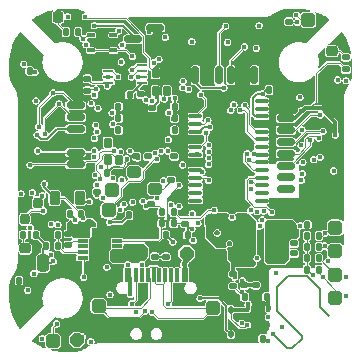
<source format=gbr>
%TF.GenerationSoftware,KiCad,Pcbnew,9.0.5*%
%TF.CreationDate,2025-10-07T19:58:39+02:00*%
%TF.ProjectId,Kolibri v0.6,4b6f6c69-6272-4692-9076-302e362e6b69,rev?*%
%TF.SameCoordinates,Original*%
%TF.FileFunction,Copper,L8,Bot*%
%TF.FilePolarity,Positive*%
%FSLAX46Y46*%
G04 Gerber Fmt 4.6, Leading zero omitted, Abs format (unit mm)*
G04 Created by KiCad (PCBNEW 9.0.5) date 2025-10-07 19:58:39*
%MOMM*%
%LPD*%
G01*
G04 APERTURE LIST*
G04 Aperture macros list*
%AMRoundRect*
0 Rectangle with rounded corners*
0 $1 Rounding radius*
0 $2 $3 $4 $5 $6 $7 $8 $9 X,Y pos of 4 corners*
0 Add a 4 corners polygon primitive as box body*
4,1,4,$2,$3,$4,$5,$6,$7,$8,$9,$2,$3,0*
0 Add four circle primitives for the rounded corners*
1,1,$1+$1,$2,$3*
1,1,$1+$1,$4,$5*
1,1,$1+$1,$6,$7*
1,1,$1+$1,$8,$9*
0 Add four rect primitives between the rounded corners*
20,1,$1+$1,$2,$3,$4,$5,0*
20,1,$1+$1,$4,$5,$6,$7,0*
20,1,$1+$1,$6,$7,$8,$9,0*
20,1,$1+$1,$8,$9,$2,$3,0*%
%AMOutline5P*
0 Free polygon, 5 corners , with rotation*
0 The origin of the aperture is its center*
0 number of corners: always 5*
0 $1 to $10 corner X, Y*
0 $11 Rotation angle, in degrees counterclockwise*
0 create outline with 5 corners*
4,1,5,$1,$2,$3,$4,$5,$6,$7,$8,$9,$10,$1,$2,$11*%
%AMOutline6P*
0 Free polygon, 6 corners , with rotation*
0 The origin of the aperture is its center*
0 number of corners: always 6*
0 $1 to $12 corner X, Y*
0 $13 Rotation angle, in degrees counterclockwise*
0 create outline with 6 corners*
4,1,6,$1,$2,$3,$4,$5,$6,$7,$8,$9,$10,$11,$12,$1,$2,$13*%
%AMOutline7P*
0 Free polygon, 7 corners , with rotation*
0 The origin of the aperture is its center*
0 number of corners: always 7*
0 $1 to $14 corner X, Y*
0 $15 Rotation angle, in degrees counterclockwise*
0 create outline with 7 corners*
4,1,7,$1,$2,$3,$4,$5,$6,$7,$8,$9,$10,$11,$12,$13,$14,$1,$2,$15*%
%AMOutline8P*
0 Free polygon, 8 corners , with rotation*
0 The origin of the aperture is its center*
0 number of corners: always 8*
0 $1 to $16 corner X, Y*
0 $17 Rotation angle, in degrees counterclockwise*
0 create outline with 8 corners*
4,1,8,$1,$2,$3,$4,$5,$6,$7,$8,$9,$10,$11,$12,$13,$14,$15,$16,$1,$2,$17*%
G04 Aperture macros list end*
%TA.AperFunction,SMDPad,CuDef*%
%ADD10RoundRect,0.100000X0.475000X0.100000X-0.475000X0.100000X-0.475000X-0.100000X0.475000X-0.100000X0*%
%TD*%
%TA.AperFunction,HeatsinkPad*%
%ADD11R,2.350000X6.200000*%
%TD*%
%TA.AperFunction,SMDPad,CuDef*%
%ADD12RoundRect,0.140000X-0.170000X0.140000X-0.170000X-0.140000X0.170000X-0.140000X0.170000X0.140000X0*%
%TD*%
%TA.AperFunction,SMDPad,CuDef*%
%ADD13RoundRect,0.300000X0.300000X0.300000X-0.300000X0.300000X-0.300000X-0.300000X0.300000X-0.300000X0*%
%TD*%
%TA.AperFunction,SMDPad,CuDef*%
%ADD14RoundRect,0.218750X0.218750X0.256250X-0.218750X0.256250X-0.218750X-0.256250X0.218750X-0.256250X0*%
%TD*%
%TA.AperFunction,SMDPad,CuDef*%
%ADD15RoundRect,0.140000X0.140000X0.170000X-0.140000X0.170000X-0.140000X-0.170000X0.140000X-0.170000X0*%
%TD*%
%TA.AperFunction,SMDPad,CuDef*%
%ADD16RoundRect,0.135000X-0.135000X-0.185000X0.135000X-0.185000X0.135000X0.185000X-0.135000X0.185000X0*%
%TD*%
%TA.AperFunction,SMDPad,CuDef*%
%ADD17RoundRect,0.140000X0.170000X-0.140000X0.170000X0.140000X-0.170000X0.140000X-0.170000X-0.140000X0*%
%TD*%
%TA.AperFunction,SMDPad,CuDef*%
%ADD18R,0.900000X0.300000*%
%TD*%
%TA.AperFunction,SMDPad,CuDef*%
%ADD19R,1.400000X2.600000*%
%TD*%
%TA.AperFunction,SMDPad,CuDef*%
%ADD20RoundRect,0.135000X-0.185000X0.135000X-0.185000X-0.135000X0.185000X-0.135000X0.185000X0.135000X0*%
%TD*%
%TA.AperFunction,SMDPad,CuDef*%
%ADD21RoundRect,0.250000X-0.250000X-0.475000X0.250000X-0.475000X0.250000X0.475000X-0.250000X0.475000X0*%
%TD*%
%TA.AperFunction,SMDPad,CuDef*%
%ADD22RoundRect,0.135000X0.135000X0.185000X-0.135000X0.185000X-0.135000X-0.185000X0.135000X-0.185000X0*%
%TD*%
%TA.AperFunction,SMDPad,CuDef*%
%ADD23RoundRect,0.150000X-0.625000X0.150000X-0.625000X-0.150000X0.625000X-0.150000X0.625000X0.150000X0*%
%TD*%
%TA.AperFunction,SMDPad,CuDef*%
%ADD24RoundRect,0.250000X-0.650000X0.350000X-0.650000X-0.350000X0.650000X-0.350000X0.650000X0.350000X0*%
%TD*%
%TA.AperFunction,SMDPad,CuDef*%
%ADD25RoundRect,0.250000X-0.650000X0.325000X-0.650000X-0.325000X0.650000X-0.325000X0.650000X0.325000X0*%
%TD*%
%TA.AperFunction,SMDPad,CuDef*%
%ADD26RoundRect,0.250000X0.475000X-0.250000X0.475000X0.250000X-0.475000X0.250000X-0.475000X-0.250000X0*%
%TD*%
%TA.AperFunction,SMDPad,CuDef*%
%ADD27RoundRect,0.150000X-0.150000X-0.625000X0.150000X-0.625000X0.150000X0.625000X-0.150000X0.625000X0*%
%TD*%
%TA.AperFunction,SMDPad,CuDef*%
%ADD28RoundRect,0.250000X-0.350000X-0.650000X0.350000X-0.650000X0.350000X0.650000X-0.350000X0.650000X0*%
%TD*%
%TA.AperFunction,SMDPad,CuDef*%
%ADD29RoundRect,0.140000X-0.140000X-0.170000X0.140000X-0.170000X0.140000X0.170000X-0.140000X0.170000X0*%
%TD*%
%TA.AperFunction,SMDPad,CuDef*%
%ADD30Outline8P,-0.600000X0.240000X-0.240000X0.600000X0.240000X0.600000X0.600000X0.240000X0.600000X-0.240000X0.240000X-0.600000X-0.240000X-0.600000X-0.600000X-0.240000X180.000000*%
%TD*%
%TA.AperFunction,SMDPad,CuDef*%
%ADD31RoundRect,0.200000X0.200000X-0.250000X0.200000X0.250000X-0.200000X0.250000X-0.200000X-0.250000X0*%
%TD*%
%TA.AperFunction,SMDPad,CuDef*%
%ADD32RoundRect,0.218750X0.256250X-0.218750X0.256250X0.218750X-0.256250X0.218750X-0.256250X-0.218750X0*%
%TD*%
%TA.AperFunction,SMDPad,CuDef*%
%ADD33RoundRect,0.135000X0.185000X-0.135000X0.185000X0.135000X-0.185000X0.135000X-0.185000X-0.135000X0*%
%TD*%
%TA.AperFunction,SMDPad,CuDef*%
%ADD34RoundRect,0.150000X0.625000X-0.150000X0.625000X0.150000X-0.625000X0.150000X-0.625000X-0.150000X0*%
%TD*%
%TA.AperFunction,SMDPad,CuDef*%
%ADD35RoundRect,0.250000X0.650000X-0.350000X0.650000X0.350000X-0.650000X0.350000X-0.650000X-0.350000X0*%
%TD*%
%TA.AperFunction,SMDPad,CuDef*%
%ADD36RoundRect,0.100000X0.225000X0.100000X-0.225000X0.100000X-0.225000X-0.100000X0.225000X-0.100000X0*%
%TD*%
%TA.AperFunction,SMDPad,CuDef*%
%ADD37RoundRect,0.250000X-0.325000X-0.250000X0.325000X-0.250000X0.325000X0.250000X-0.325000X0.250000X0*%
%TD*%
%TA.AperFunction,SMDPad,CuDef*%
%ADD38R,1.200000X1.200000*%
%TD*%
%TA.AperFunction,SMDPad,CuDef*%
%ADD39RoundRect,0.097500X-0.227500X0.302500X-0.227500X-0.302500X0.227500X-0.302500X0.227500X0.302500X0*%
%TD*%
%TA.AperFunction,SMDPad,CuDef*%
%ADD40RoundRect,0.218750X-0.218750X-0.381250X0.218750X-0.381250X0.218750X0.381250X-0.218750X0.381250X0*%
%TD*%
%TA.AperFunction,SMDPad,CuDef*%
%ADD41RoundRect,0.093750X0.093750X0.106250X-0.093750X0.106250X-0.093750X-0.106250X0.093750X-0.106250X0*%
%TD*%
%TA.AperFunction,HeatsinkPad*%
%ADD42R,1.000000X1.600000*%
%TD*%
%TA.AperFunction,SMDPad,CuDef*%
%ADD43R,0.600000X1.150000*%
%TD*%
%TA.AperFunction,SMDPad,CuDef*%
%ADD44R,0.300000X1.150000*%
%TD*%
%TA.AperFunction,SMDPad,CuDef*%
%ADD45R,1.700000X1.700000*%
%TD*%
%TA.AperFunction,ComponentPad*%
%ADD46O,1.200000X1.800000*%
%TD*%
%TA.AperFunction,SMDPad,CuDef*%
%ADD47RoundRect,0.250000X0.600000X1.600000X-0.600000X1.600000X-0.600000X-1.600000X0.600000X-1.600000X0*%
%TD*%
%TA.AperFunction,SMDPad,CuDef*%
%ADD48RoundRect,0.112500X0.112500X-0.187500X0.112500X0.187500X-0.112500X0.187500X-0.112500X-0.187500X0*%
%TD*%
%TA.AperFunction,SMDPad,CuDef*%
%ADD49RoundRect,0.150000X0.587500X0.150000X-0.587500X0.150000X-0.587500X-0.150000X0.587500X-0.150000X0*%
%TD*%
%TA.AperFunction,SMDPad,CuDef*%
%ADD50RoundRect,0.062500X-0.387500X-0.062500X0.387500X-0.062500X0.387500X0.062500X-0.387500X0.062500X0*%
%TD*%
%TA.AperFunction,HeatsinkPad*%
%ADD51R,0.200000X1.600000*%
%TD*%
%TA.AperFunction,ViaPad*%
%ADD52C,0.450000*%
%TD*%
%TA.AperFunction,Conductor*%
%ADD53C,0.154000*%
%TD*%
%TA.AperFunction,Conductor*%
%ADD54C,0.090000*%
%TD*%
%TA.AperFunction,Conductor*%
%ADD55C,0.110000*%
%TD*%
%TA.AperFunction,Conductor*%
%ADD56C,0.150000*%
%TD*%
%TA.AperFunction,Conductor*%
%ADD57C,0.200000*%
%TD*%
%TA.AperFunction,Conductor*%
%ADD58C,0.300000*%
%TD*%
G04 APERTURE END LIST*
D10*
%TO.P,U5,1,NC*%
%TO.N,unconnected-(U5-NC-Pad1)_2*%
X106850000Y-93275000D03*
%TO.P,U5,2,NC*%
%TO.N,unconnected-(U5-NC-Pad1)*%
X106850000Y-93925000D03*
%TO.P,U5,3,DVDD*%
%TO.N,+3V3*%
X106850000Y-94575000D03*
%TO.P,U5,4,DGND*%
%TO.N,GND*%
X106850000Y-95225000D03*
%TO.P,U5,5,CLKIN*%
%TO.N,Net-(U5-CLKIN)*%
X106850000Y-95875000D03*
%TO.P,U5,6,XFB*%
%TO.N,Net-(U5-XFB)*%
X106850000Y-96525000D03*
%TO.P,U5,7,CLKOUT*%
%TO.N,unconnected-(U5-CLKOUT-Pad7)*%
X106850000Y-97175000D03*
%TO.P,U5,8,CS*%
%TO.N,/RP2350/OSD_SS*%
X106850000Y-97825000D03*
%TO.P,U5,9,SDIN*%
%TO.N,/SPI1.MOSI*%
X106850000Y-98475000D03*
%TO.P,U5,10,SCLK*%
%TO.N,/SPI1.SCLK*%
X106850000Y-99125000D03*
%TO.P,U5,11,SDOUT*%
%TO.N,/SPI1.MISO*%
X106850000Y-99775000D03*
%TO.P,U5,12,LOS*%
%TO.N,Net-(U5-LOS)*%
X106850000Y-100425000D03*
%TO.P,U5,13,SYNC_IN*%
%TO.N,unconnected-(U5-SYNC_IN-Pad13)*%
X106850000Y-101075000D03*
%TO.P,U5,14,NC*%
%TO.N,unconnected-(U5-NC-Pad1)_3*%
X106850000Y-101725000D03*
%TO.P,U5,15,NC*%
%TO.N,unconnected-(U5-NC-Pad1)_4*%
X101250000Y-101725000D03*
%TO.P,U5,16,NC*%
%TO.N,unconnected-(U5-NC-Pad1)_1*%
X101250000Y-101075000D03*
%TO.P,U5,17,VSYNC*%
%TO.N,Net-(U5-VSYNC)*%
X101250000Y-100425000D03*
%TO.P,U5,18,HSYNC*%
%TO.N,Net-(U5-HSYNC)*%
X101250000Y-99775000D03*
%TO.P,U5,19,RESET*%
%TO.N,+3V3*%
X101250000Y-99125000D03*
%TO.P,U5,20,AGND*%
%TO.N,GND*%
X101250000Y-98475000D03*
%TO.P,U5,21,AVDD*%
%TO.N,+3V3*%
X101250000Y-97825000D03*
%TO.P,U5,22,VIN*%
%TO.N,Net-(U5-VIN)*%
X101250000Y-97175000D03*
%TO.P,U5,23,PGND*%
%TO.N,GND*%
X101250000Y-96525000D03*
%TO.P,U5,24,PVDD*%
%TO.N,+3V3*%
X101250000Y-95875000D03*
%TO.P,U5,25,SAG*%
%TO.N,Net-(U5-SAG)*%
X101250000Y-95225000D03*
%TO.P,U5,26,VOUT*%
%TO.N,Net-(U5-VOUT)*%
X101250000Y-94575000D03*
D11*
%TO.P,U5,29,EP*%
%TO.N,GND*%
X104050000Y-97500000D03*
%TD*%
D12*
%TO.P,C64,1*%
%TO.N,GND*%
X106350000Y-107920000D03*
%TO.P,C64,2*%
%TO.N,+5V*%
X106350000Y-108880000D03*
%TD*%
D13*
%TO.P,P12,1*%
%TO.N,/USB.D-*%
X102750000Y-110800000D03*
%TD*%
D14*
%TO.P,D17,1,K*%
%TO.N,GND*%
X91187500Y-86200000D03*
%TO.P,D17,2,A*%
%TO.N,Net-(D17-A)*%
X89612500Y-86200000D03*
%TD*%
D15*
%TO.P,C3,1*%
%TO.N,+1V1*%
X99480000Y-94750000D03*
%TO.P,C3,2*%
%TO.N,GND*%
X98520000Y-94750000D03*
%TD*%
D13*
%TO.P,P4,1*%
%TO.N,/Motor.4*%
X113100000Y-110000000D03*
%TD*%
D16*
%TO.P,R37,1*%
%TO.N,+3V3*%
X110690000Y-107550000D03*
%TO.P,R37,2*%
%TO.N,/Motor.4*%
X111710000Y-107550000D03*
%TD*%
D17*
%TO.P,C71,1*%
%TO.N,Net-(IC6-BOOT)*%
X90500000Y-105480000D03*
%TO.P,C71,2*%
%TO.N,Net-(IC6-SW_1)*%
X90500000Y-104520000D03*
%TD*%
D18*
%TO.P,IC6,1,GND_1*%
%TO.N,GND*%
X94600000Y-104100000D03*
%TO.P,IC6,2,GND_2*%
X94600000Y-104600000D03*
%TO.P,IC6,3,EN*%
%TO.N,/Power/DCDC_EN*%
X94600000Y-105100000D03*
%TO.P,IC6,4,NC*%
%TO.N,unconnected-(IC6-NC-Pad4)*%
X94600000Y-105600000D03*
%TO.P,IC6,5,VIN_1*%
%TO.N,VCC*%
X94600000Y-106100000D03*
%TO.P,IC6,6,VIN_2*%
X94600000Y-106600000D03*
%TO.P,IC6,7,RT/SYNC*%
%TO.N,Net-(IC6-RT{slash}SYNC)*%
X91700000Y-106600000D03*
%TO.P,IC6,8,FB*%
%TO.N,Net-(IC6-FB)*%
X91700000Y-106100000D03*
%TO.P,IC6,9,PG*%
%TO.N,unconnected-(IC6-PG-Pad9)*%
X91700000Y-105600000D03*
%TO.P,IC6,10,BOOT*%
%TO.N,Net-(IC6-BOOT)*%
X91700000Y-105100000D03*
%TO.P,IC6,11,SW_1*%
%TO.N,Net-(IC6-SW_1)*%
X91700000Y-104600000D03*
%TO.P,IC6,12,SW_2*%
X91700000Y-104100000D03*
D19*
%TO.P,IC6,13,EPAD*%
%TO.N,GND*%
X93150000Y-105350000D03*
%TD*%
D20*
%TO.P,R33,1*%
%TO.N,Net-(U1-QSPI_SS)*%
X92100000Y-91390000D03*
%TO.P,R33,2*%
%TO.N,Net-(R33-Pad2)*%
X92100000Y-92410000D03*
%TD*%
D12*
%TO.P,C63,1*%
%TO.N,GND*%
X105400000Y-107920000D03*
%TO.P,C63,2*%
%TO.N,+5V*%
X105400000Y-108880000D03*
%TD*%
D21*
%TO.P,C72,1*%
%TO.N,+10V*%
X88350000Y-107000000D03*
%TO.P,C72,2*%
%TO.N,GND*%
X90250000Y-107000000D03*
%TD*%
D15*
%TO.P,C36,1*%
%TO.N,+3V3*%
X100580000Y-104600000D03*
%TO.P,C36,2*%
%TO.N,GND*%
X99620000Y-104600000D03*
%TD*%
D22*
%TO.P,R20,1*%
%TO.N,Net-(IC6-FB)*%
X89610000Y-104600000D03*
%TO.P,R20,2*%
%TO.N,GND*%
X88590000Y-104600000D03*
%TD*%
D15*
%TO.P,C20,1*%
%TO.N,+5V*%
X106930000Y-113400000D03*
%TO.P,C20,2*%
%TO.N,GND*%
X105970000Y-113400000D03*
%TD*%
D20*
%TO.P,R17,1*%
%TO.N,Net-(IC5-RT{slash}SYNC)*%
X109600000Y-106190000D03*
%TO.P,R17,2*%
%TO.N,GND*%
X109600000Y-107210000D03*
%TD*%
D17*
%TO.P,C34,1*%
%TO.N,+3V3*%
X100350000Y-103680000D03*
%TO.P,C34,2*%
%TO.N,GND*%
X100350000Y-102720000D03*
%TD*%
D23*
%TO.P,J5,1,Pin_1*%
%TO.N,GND*%
X108900000Y-93750000D03*
%TO.P,J5,2,Pin_2*%
%TO.N,VCC*%
X108900000Y-94750000D03*
%TO.P,J5,3,Pin_3*%
%TO.N,/Motor.1*%
X108900000Y-95750000D03*
%TO.P,J5,4,Pin_4*%
%TO.N,/Motor.2*%
X108900000Y-96750000D03*
%TO.P,J5,5,Pin_5*%
%TO.N,/Motor.3*%
X108900000Y-97750000D03*
%TO.P,J5,6,Pin_6*%
%TO.N,/Motor.4*%
X108900000Y-98750000D03*
%TO.P,J5,7,Pin_7*%
%TO.N,unconnected-(J5-Pin_7-Pad7)*%
X108900000Y-99750000D03*
%TO.P,J5,8,Pin_8*%
%TO.N,unconnected-(J5-Pin_8-Pad8)*%
X108900000Y-100750000D03*
D24*
%TO.P,J5,MP,MountPin*%
%TO.N,GND*%
X112775000Y-92450000D03*
X112775000Y-102050000D03*
%TD*%
D12*
%TO.P,C16,1*%
%TO.N,+4V5*%
X97600000Y-93870000D03*
%TO.P,C16,2*%
%TO.N,GND*%
X97600000Y-94830000D03*
%TD*%
%TO.P,C27,1*%
%TO.N,+3V3*%
X97500000Y-101970000D03*
%TO.P,C27,2*%
%TO.N,GND*%
X97500000Y-102930000D03*
%TD*%
D17*
%TO.P,C6,1*%
%TO.N,+3V3*%
X96250000Y-97980000D03*
%TO.P,C6,2*%
%TO.N,GND*%
X96250000Y-97020000D03*
%TD*%
D22*
%TO.P,R29,1*%
%TO.N,+10V*%
X87710000Y-104600000D03*
%TO.P,R29,2*%
%TO.N,Net-(D15-A)*%
X86690000Y-104600000D03*
%TD*%
D15*
%TO.P,C33,1*%
%TO.N,Net-(C33-Pad1)*%
X98730000Y-104600000D03*
%TO.P,C33,2*%
%TO.N,GND*%
X97770000Y-104600000D03*
%TD*%
D25*
%TO.P,C66,1*%
%TO.N,+5V_BUCK*%
X103000000Y-103425000D03*
%TO.P,C66,2*%
%TO.N,GND*%
X103000000Y-106375000D03*
%TD*%
D12*
%TO.P,C10,1*%
%TO.N,+3V3*%
X96600000Y-92720000D03*
%TO.P,C10,2*%
%TO.N,GND*%
X96600000Y-93680000D03*
%TD*%
D16*
%TO.P,R10,1*%
%TO.N,/Power/DCDC_EN*%
X98390000Y-103650000D03*
%TO.P,R10,2*%
%TO.N,+3V3*%
X99410000Y-103650000D03*
%TD*%
D26*
%TO.P,C69,1*%
%TO.N,VCC*%
X96300000Y-106100000D03*
%TO.P,C69,2*%
%TO.N,GND*%
X96300000Y-104200000D03*
%TD*%
D27*
%TO.P,J7,1,Pin_1*%
%TO.N,+10V*%
X101250000Y-91100000D03*
%TO.P,J7,2,Pin_2*%
%TO.N,GND*%
X102250000Y-91100000D03*
%TO.P,J7,3,Pin_3*%
%TO.N,/U2.TX*%
X103250000Y-91100000D03*
%TO.P,J7,4,Pin_4*%
%TO.N,/U2.RX*%
X104250000Y-91100000D03*
%TO.P,J7,5,Pin_5*%
%TO.N,GND*%
X105250000Y-91100000D03*
%TO.P,J7,6,Pin_6*%
%TO.N,unconnected-(J7-Pin_6-Pad6)*%
X106250000Y-91100000D03*
D28*
%TO.P,J7,MP,MountPin*%
%TO.N,GND*%
X99950000Y-87225000D03*
X107550000Y-87225000D03*
%TD*%
D29*
%TO.P,C40,1*%
%TO.N,+4V5*%
X93770000Y-99350000D03*
%TO.P,C40,2*%
%TO.N,GND*%
X94730000Y-99350000D03*
%TD*%
D17*
%TO.P,C2,1*%
%TO.N,+1V1*%
X97200000Y-97980000D03*
%TO.P,C2,2*%
%TO.N,GND*%
X97200000Y-97020000D03*
%TD*%
D30*
%TO.P,P15,1*%
%TO.N,+5V_USB*%
X100500000Y-106200000D03*
%TD*%
D31*
%TO.P,Y5,1,1*%
%TO.N,Net-(IC1-XTB)*%
X86800000Y-103300000D03*
%TO.P,Y5,2,2*%
%TO.N,GND*%
X86800000Y-101900000D03*
%TO.P,Y5,3,3*%
%TO.N,Net-(IC1-XTA)*%
X87900000Y-101900000D03*
%TO.P,Y5,4,4*%
%TO.N,GND*%
X87900000Y-103300000D03*
%TD*%
D32*
%TO.P,D14,1,K*%
%TO.N,GND*%
X112800000Y-90637500D03*
%TO.P,D14,2,A*%
%TO.N,Net-(D14-A)*%
X112800000Y-89062500D03*
%TD*%
D20*
%TO.P,R13,1*%
%TO.N,+5V_BUCK*%
X104450000Y-107940000D03*
%TO.P,R13,2*%
%TO.N,Net-(U4-PR1)*%
X104450000Y-108960000D03*
%TD*%
D17*
%TO.P,C26,1*%
%TO.N,+3V3*%
X97800000Y-106480000D03*
%TO.P,C26,2*%
%TO.N,GND*%
X97800000Y-105520000D03*
%TD*%
D29*
%TO.P,C9,1*%
%TO.N,+3V3*%
X94720000Y-95750000D03*
%TO.P,C9,2*%
%TO.N,GND*%
X95680000Y-95750000D03*
%TD*%
D33*
%TO.P,R28,1*%
%TO.N,VCC*%
X114000000Y-90610000D03*
%TO.P,R28,2*%
%TO.N,Net-(D14-A)*%
X114000000Y-89590000D03*
%TD*%
D15*
%TO.P,C17,1*%
%TO.N,+5V*%
X87230000Y-90750000D03*
%TO.P,C17,2*%
%TO.N,GND*%
X86270000Y-90750000D03*
%TD*%
D22*
%TO.P,R31,1*%
%TO.N,+3V3*%
X91310000Y-87450000D03*
%TO.P,R31,2*%
%TO.N,Net-(D17-A)*%
X90290000Y-87450000D03*
%TD*%
D29*
%TO.P,C48,1*%
%TO.N,+3V3*%
X107470000Y-92350000D03*
%TO.P,C48,2*%
%TO.N,GND*%
X108430000Y-92350000D03*
%TD*%
D15*
%TO.P,C7,1*%
%TO.N,+3V3*%
X99480000Y-95750000D03*
%TO.P,C7,2*%
%TO.N,GND*%
X98520000Y-95750000D03*
%TD*%
%TO.P,C85,1*%
%TO.N,+3V3*%
X95680000Y-92750000D03*
%TO.P,C85,2*%
%TO.N,GND*%
X94720000Y-92750000D03*
%TD*%
D34*
%TO.P,J6,1,Pin_1*%
%TO.N,/U1.TX*%
X91100000Y-98650000D03*
%TO.P,J6,2,Pin_2*%
%TO.N,/U1.RX*%
X91100000Y-97650000D03*
%TO.P,J6,3,Pin_3*%
%TO.N,GND*%
X91100000Y-96650000D03*
%TO.P,J6,4,Pin_4*%
%TO.N,+5V*%
X91100000Y-95650000D03*
%TO.P,J6,5,Pin_5*%
%TO.N,/I2C0.SCL*%
X91100000Y-94650000D03*
%TO.P,J6,6,Pin_6*%
%TO.N,/I2C0.SDA*%
X91100000Y-93650000D03*
D35*
%TO.P,J6,MP,MountPin*%
%TO.N,GND*%
X87225000Y-99950000D03*
X87225000Y-92350000D03*
%TD*%
D36*
%TO.P,U8,1,+*%
%TO.N,Net-(U8-+)*%
X94300000Y-87700000D03*
%TO.P,U8,2,V-*%
%TO.N,GND*%
X94300000Y-88350000D03*
%TO.P,U8,3,-*%
%TO.N,/ADC/VBat_ADC*%
X94300000Y-89000000D03*
%TO.P,U8,4*%
X92400000Y-89000000D03*
%TO.P,U8,5,V+*%
%TO.N,+3V3*%
X92400000Y-87700000D03*
%TD*%
D12*
%TO.P,C15,1*%
%TO.N,GND*%
X99200000Y-99020000D03*
%TO.P,C15,2*%
%TO.N,Net-(C15-Pad2)*%
X99200000Y-99980000D03*
%TD*%
D17*
%TO.P,C4,1*%
%TO.N,+3V3*%
X99450000Y-97980000D03*
%TO.P,C4,2*%
%TO.N,GND*%
X99450000Y-97020000D03*
%TD*%
D16*
%TO.P,R36,1*%
%TO.N,+3V3*%
X110690000Y-106600000D03*
%TO.P,R36,2*%
%TO.N,/Motor.3*%
X111710000Y-106600000D03*
%TD*%
D29*
%TO.P,C88,1*%
%TO.N,+1V8*%
X110720000Y-103750000D03*
%TO.P,C88,2*%
%TO.N,GND*%
X111680000Y-103750000D03*
%TD*%
%TO.P,C29,1*%
%TO.N,+3V3*%
X95620000Y-102950000D03*
%TO.P,C29,2*%
%TO.N,GND*%
X96580000Y-102950000D03*
%TD*%
D15*
%TO.P,C8,1*%
%TO.N,+3V3*%
X99480000Y-93750000D03*
%TO.P,C8,2*%
%TO.N,GND*%
X98520000Y-93750000D03*
%TD*%
D37*
%TO.P,Y1,1,1*%
%TO.N,Net-(U1-XIN)*%
X96075000Y-99300000D03*
%TO.P,Y1,2,2*%
%TO.N,GND*%
X97825000Y-99300000D03*
%TO.P,Y1,3,3*%
%TO.N,Net-(C15-Pad2)*%
X97825000Y-100700000D03*
%TO.P,Y1,4,4*%
%TO.N,GND*%
X96075000Y-100700000D03*
%TD*%
D38*
%TO.P,P43,1*%
%TO.N,GND*%
X86500000Y-89000000D03*
%TD*%
D13*
%TO.P,P13,1*%
%TO.N,/USB.D+*%
X93050000Y-110650000D03*
%TD*%
D22*
%TO.P,R14,1*%
%TO.N,Net-(U4-PR1)*%
X105410000Y-109850000D03*
%TO.P,R14,2*%
%TO.N,GND*%
X104390000Y-109850000D03*
%TD*%
D16*
%TO.P,R34,1*%
%TO.N,+3V3*%
X110690000Y-104700000D03*
%TO.P,R34,2*%
%TO.N,/Motor.1*%
X111710000Y-104700000D03*
%TD*%
D17*
%TO.P,C65,1*%
%TO.N,Net-(IC5-BOOT)*%
X109600000Y-105330000D03*
%TO.P,C65,2*%
%TO.N,Net-(IC5-SW_1)*%
X109600000Y-104370000D03*
%TD*%
D39*
%TO.P,D1,1,DOUT*%
%TO.N,Net-(D1-DOUT)*%
X97875000Y-90950000D03*
%TO.P,D1,2,VDD*%
%TO.N,+4V5*%
X97875000Y-92450000D03*
%TO.P,D1,3,GND*%
%TO.N,GND*%
X98825000Y-90950000D03*
%TO.P,D1,4,DIN*%
%TO.N,/RP2350/LED*%
X98825000Y-92450000D03*
%TD*%
D13*
%TO.P,P1,1*%
%TO.N,/Motor.1*%
X113100000Y-104000000D03*
%TD*%
D16*
%TO.P,R19,1*%
%TO.N,+10V*%
X88590000Y-105550000D03*
%TO.P,R19,2*%
%TO.N,Net-(IC6-FB)*%
X89610000Y-105550000D03*
%TD*%
D32*
%TO.P,D15,1,K*%
%TO.N,GND*%
X86850000Y-107337500D03*
%TO.P,D15,2,A*%
%TO.N,Net-(D15-A)*%
X86850000Y-105762500D03*
%TD*%
D15*
%TO.P,C45,1*%
%TO.N,+3V3*%
X90630000Y-102850000D03*
%TO.P,C45,2*%
%TO.N,GND*%
X89670000Y-102850000D03*
%TD*%
%TO.P,C41,1*%
%TO.N,GND*%
X92480000Y-102850000D03*
%TO.P,C41,2*%
%TO.N,Net-(IC1-DCC_FB)*%
X91520000Y-102850000D03*
%TD*%
D40*
%TO.P,L5,1,1*%
%TO.N,Net-(IC1-DCC_FB)*%
X89337500Y-101500000D03*
%TO.P,L5,2,2*%
%TO.N,Net-(IC1-DCC_SW)*%
X91462500Y-101500000D03*
%TD*%
D13*
%TO.P,P35,1*%
%TO.N,/SWCLK*%
X94200000Y-100800000D03*
%TD*%
D41*
%TO.P,U7,1,OUT*%
%TO.N,+3V3*%
X107425000Y-110950000D03*
%TO.P,U7,2,NC*%
%TO.N,unconnected-(U7-NC-Pad2)*%
X107425000Y-111600000D03*
%TO.P,U7,3,GND*%
%TO.N,GND*%
X107425000Y-112250000D03*
%TO.P,U7,4,EN*%
%TO.N,+5V*%
X105650000Y-112250000D03*
%TO.P,U7,5,PG*%
%TO.N,GND*%
X105650000Y-111600000D03*
%TO.P,U7,6,IN*%
%TO.N,+5V*%
X105650000Y-110950000D03*
D42*
%TO.P,U7,7,EP*%
%TO.N,GND*%
X106537500Y-111600000D03*
%TD*%
D43*
%TO.P,J1,A1,GND*%
%TO.N,GND*%
X101150000Y-108032500D03*
%TO.P,J1,A4,VBUS*%
%TO.N,+5V_USB*%
X100350000Y-108032500D03*
D44*
%TO.P,J1,A5,CC1*%
%TO.N,Net-(J1-CC1)*%
X99200000Y-108032500D03*
%TO.P,J1,A6,D+*%
%TO.N,/USB.D+*%
X98200000Y-108032500D03*
%TO.P,J1,A7,D-*%
%TO.N,/USB.D-*%
X97700000Y-108032500D03*
%TO.P,J1,A8,SBU1*%
%TO.N,unconnected-(J1-SBU1-PadA8)*%
X96700000Y-108032500D03*
D43*
%TO.P,J1,A9,VBUS*%
%TO.N,+5V_USB*%
X95550000Y-108032500D03*
%TO.P,J1,A12,GND*%
%TO.N,GND*%
X94750000Y-108032500D03*
%TO.P,J1,B1,GND*%
X94750000Y-108032500D03*
%TO.P,J1,B4,VBUS*%
%TO.N,+5V_USB*%
X95550000Y-108032500D03*
D44*
%TO.P,J1,B5,CC2*%
%TO.N,Net-(J1-CC2)*%
X96200000Y-108032500D03*
%TO.P,J1,B6,D+*%
%TO.N,/USB.D+*%
X97200000Y-108032500D03*
%TO.P,J1,B7,D-*%
%TO.N,/USB.D-*%
X98700000Y-108032500D03*
%TO.P,J1,B8,SBU2*%
%TO.N,unconnected-(J1-SBU2-PadB8)*%
X99700000Y-108032500D03*
D43*
%TO.P,J1,B9,VBUS*%
%TO.N,+5V_USB*%
X100350000Y-108032500D03*
%TO.P,J1,B12,GND*%
%TO.N,GND*%
X101150000Y-108032500D03*
D45*
%TO.P,J1,S1,SHIELD*%
X102950000Y-108597500D03*
D46*
X102270000Y-112797500D03*
X93630000Y-112797500D03*
D45*
X92950000Y-108597500D03*
%TD*%
D16*
%TO.P,R8,1*%
%TO.N,+3V3*%
X98390000Y-102700000D03*
%TO.P,R8,2*%
%TO.N,/I2C0.SCL*%
X99410000Y-102700000D03*
%TD*%
D12*
%TO.P,C18,1*%
%TO.N,+5V*%
X109150000Y-86570000D03*
%TO.P,C18,2*%
%TO.N,GND*%
X109150000Y-87530000D03*
%TD*%
D47*
%TO.P,L7,1,1*%
%TO.N,Net-(IC5-SW_1)*%
X108000000Y-105200000D03*
%TO.P,L7,2,2*%
%TO.N,+5V_BUCK*%
X105300000Y-105200000D03*
%TD*%
D48*
%TO.P,D10,1,K*%
%TO.N,+4V5*%
X104250000Y-113050000D03*
%TO.P,D10,2,A*%
%TO.N,+5V*%
X104250000Y-110950000D03*
%TD*%
D13*
%TO.P,P3,1*%
%TO.N,/Motor.3*%
X113100000Y-108000000D03*
%TD*%
D39*
%TO.P,D11,1,DOUT*%
%TO.N,unconnected-(D11-DOUT-Pad1)*%
X93825000Y-96800000D03*
%TO.P,D11,2,VDD*%
%TO.N,+4V5*%
X93825000Y-98300000D03*
%TO.P,D11,3,GND*%
%TO.N,GND*%
X94775000Y-96800000D03*
%TO.P,D11,4,DIN*%
%TO.N,/ELRS/ELRS_LED_RGB*%
X94775000Y-98300000D03*
%TD*%
D29*
%TO.P,C5,1*%
%TO.N,+3V3*%
X94720000Y-93750000D03*
%TO.P,C5,2*%
%TO.N,GND*%
X95680000Y-93750000D03*
%TD*%
D38*
%TO.P,P42,1*%
%TO.N,GND*%
X86500000Y-110400000D03*
%TD*%
D12*
%TO.P,C44,1*%
%TO.N,+3V3*%
X92900000Y-100970000D03*
%TO.P,C44,2*%
%TO.N,GND*%
X92900000Y-101930000D03*
%TD*%
D13*
%TO.P,P36,1*%
%TO.N,/SWDIO*%
X93900000Y-102550000D03*
%TD*%
%TO.P,P21,1*%
%TO.N,/Connectors/LED*%
X110800000Y-86400000D03*
%TD*%
D29*
%TO.P,C19,1*%
%TO.N,+5V*%
X86320000Y-108500000D03*
%TO.P,C19,2*%
%TO.N,GND*%
X87280000Y-108500000D03*
%TD*%
D38*
%TO.P,P14,1*%
%TO.N,GND*%
X96900000Y-95950000D03*
%TD*%
D13*
%TO.P,P37,1*%
%TO.N,/PWM.2*%
X89200000Y-113600000D03*
%TD*%
D17*
%TO.P,C25,1*%
%TO.N,+3V3*%
X98750000Y-106480000D03*
%TO.P,C25,2*%
%TO.N,GND*%
X98750000Y-105520000D03*
%TD*%
D49*
%TO.P,Q1,1,G*%
%TO.N,/RP2350/Speaker*%
X97837500Y-87087500D03*
%TO.P,Q1,2,S*%
%TO.N,GND*%
X97837500Y-88987500D03*
%TO.P,Q1,3,D*%
%TO.N,/Spk.-*%
X95962500Y-88037500D03*
%TD*%
D16*
%TO.P,R35,1*%
%TO.N,+3V3*%
X110690000Y-105650000D03*
%TO.P,R35,2*%
%TO.N,/Motor.2*%
X111710000Y-105650000D03*
%TD*%
D30*
%TO.P,P41,1*%
%TO.N,+3V3*%
X91200000Y-113500000D03*
%TD*%
D13*
%TO.P,P2,1*%
%TO.N,/Motor.2*%
X113100000Y-106000000D03*
%TD*%
D29*
%TO.P,C1,1*%
%TO.N,+1V1*%
X94720000Y-94750000D03*
%TO.P,C1,2*%
%TO.N,GND*%
X95680000Y-94750000D03*
%TD*%
D15*
%TO.P,C84,1*%
%TO.N,+3V3*%
X107280000Y-109850000D03*
%TO.P,C84,2*%
%TO.N,GND*%
X106320000Y-109850000D03*
%TD*%
D50*
%TO.P,U10,1,~{CS}*%
%TO.N,Net-(U1-QSPI_SS)*%
X93875000Y-91750000D03*
%TO.P,U10,2,DO(IO1)*%
%TO.N,Net-(U1-QSPI_SD1)*%
X93875000Y-91250000D03*
%TO.P,U10,3,IO2*%
%TO.N,Net-(U1-QSPI_SD2)*%
X93875000Y-90750000D03*
%TO.P,U10,4,GND*%
%TO.N,GND*%
X93875000Y-90250000D03*
%TO.P,U10,5,DI(IO0)*%
%TO.N,Net-(U1-QSPI_SD0)*%
X96725000Y-90250000D03*
%TO.P,U10,6,CLK*%
%TO.N,Net-(U1-QSPI_SCLK)*%
X96725000Y-90750000D03*
%TO.P,U10,7,IO3*%
%TO.N,Net-(U1-QSPI_SD3)*%
X96725000Y-91250000D03*
%TO.P,U10,8,VCC*%
%TO.N,+3V3*%
X96725000Y-91750000D03*
D51*
%TO.P,U10,9,EP*%
%TO.N,GND*%
X95300000Y-91000000D03*
%TD*%
D52*
%TO.N,/SPI0.MOSI*%
X111250000Y-98250000D03*
%TO.N,GND*%
X109250000Y-102500000D03*
%TO.N,+3V3*%
X107050000Y-102580000D03*
%TO.N,GND*%
X103200000Y-112000000D03*
X112900000Y-105050000D03*
X106050000Y-113200000D03*
X95750000Y-96800000D03*
X104135001Y-105356681D03*
X108500000Y-102650000D03*
X97700000Y-95400000D03*
X91849286Y-93011156D03*
X101267108Y-98546000D03*
X104550000Y-95850000D03*
X93834998Y-105072000D03*
X113500000Y-88250000D03*
X96750000Y-94250000D03*
X86450000Y-88750000D03*
X92850000Y-102450000D03*
X93350000Y-87750000D03*
X108550000Y-87300000D03*
X106700000Y-111230000D03*
X91100000Y-112200000D03*
X111249000Y-101600000D03*
X96650000Y-95250000D03*
X96100000Y-94100000D03*
X90885000Y-106972740D03*
X97476514Y-97050000D03*
X91080000Y-96510705D03*
X95747880Y-100893008D03*
X104350000Y-92650000D03*
X104900000Y-87000000D03*
X101700000Y-93600000D03*
X100635000Y-91100000D03*
X112500000Y-93500000D03*
X110200000Y-87850000D03*
X87850000Y-105350000D03*
X100113102Y-90169999D03*
X103350000Y-108650000D03*
X102900000Y-107000000D03*
X88650000Y-94000000D03*
X90515000Y-106550000D03*
X89169546Y-96605667D03*
X90515000Y-107373324D03*
X90550000Y-100900000D03*
X102379581Y-106702796D03*
X89248729Y-98280001D03*
X89730884Y-92959999D03*
X96700000Y-109050000D03*
X101330000Y-102300000D03*
X102250000Y-90250000D03*
X90850000Y-99500000D03*
X99711630Y-90561630D03*
X103082581Y-104444159D03*
X103393370Y-107306630D03*
X91080000Y-97035000D03*
X104450000Y-94650000D03*
X106835000Y-104850000D03*
X92950000Y-108650000D03*
X108100000Y-93500000D03*
X102300000Y-88050000D03*
X86550000Y-111650000D03*
X99350000Y-91070000D03*
X94850000Y-96750000D03*
X89150000Y-97150000D03*
X101112059Y-107970318D03*
X89100000Y-99100000D03*
X88550000Y-86800000D03*
X94339196Y-107539197D03*
X105350000Y-90200000D03*
X96500000Y-96000000D03*
X109850000Y-107150000D03*
X96750000Y-87100000D03*
X107650000Y-91550000D03*
X112700000Y-97100000D03*
X89850000Y-100350000D03*
X101500000Y-108550000D03*
X87800000Y-99350000D03*
X104050000Y-97900000D03*
X97956281Y-99885000D03*
X96478391Y-103729000D03*
%TO.N,+1V1*%
X97700000Y-90050000D03*
X99391787Y-94780000D03*
X97200000Y-97980000D03*
X94720000Y-94750000D03*
X98150000Y-89750000D03*
%TO.N,+3V3*%
X100950000Y-104115000D03*
X97100000Y-102200000D03*
X110650000Y-106600000D03*
X102450000Y-95500000D03*
X91653548Y-113250706D03*
X100975000Y-102830000D03*
X107451466Y-110835000D03*
X98750000Y-106500000D03*
X100950000Y-88250000D03*
X99500000Y-93050000D03*
X94720000Y-93750000D03*
X93975053Y-103533281D03*
X111179120Y-108020000D03*
X99480000Y-95750000D03*
X96650000Y-92720000D03*
X101796219Y-99266037D03*
X106950000Y-92650000D03*
X101400000Y-97770000D03*
X91082828Y-103367342D03*
X91750000Y-88000000D03*
X92900000Y-101240000D03*
X94720000Y-95750000D03*
X99450000Y-97980000D03*
X104350000Y-103130000D03*
X96350000Y-98100000D03*
%TO.N,Net-(U1-XIN)*%
X96200000Y-99600000D03*
%TO.N,Net-(C15-Pad2)*%
X97560000Y-100450000D03*
%TO.N,+4V5*%
X98016535Y-92918630D03*
X101650000Y-110000000D03*
X95421548Y-98185438D03*
%TO.N,+5V*%
X110125000Y-103846353D03*
X87750000Y-93265000D03*
X87850000Y-96150000D03*
X88285000Y-113400000D03*
X105720000Y-110500000D03*
X112950000Y-99200000D03*
X90435000Y-86150000D03*
X103980000Y-88311630D03*
X114000000Y-91550000D03*
X109885000Y-86632264D03*
X114015000Y-109813705D03*
X87570736Y-107898143D03*
X87650000Y-90850000D03*
X106508639Y-108853320D03*
X105221925Y-108515000D03*
X107415002Y-113600000D03*
X106635000Y-86900000D03*
X86300000Y-108500000D03*
%TO.N,/ELRS/WIFI_ANTENNA*%
X107800000Y-113000000D03*
%TO.N,Net-(IC1-DCC_FB)*%
X88440000Y-100300000D03*
X91700000Y-103220000D03*
%TO.N,Net-(IC5-BOOT)*%
X109600000Y-105330000D03*
%TO.N,Net-(IC5-SW_1)*%
X109050000Y-104300000D03*
X108400000Y-103850000D03*
X109000000Y-103800000D03*
X107850000Y-103900000D03*
%TO.N,+5V_BUCK*%
X102382658Y-103782828D03*
X104566434Y-108188629D03*
%TO.N,VCC*%
X106465000Y-106600000D03*
X110212500Y-94106105D03*
X94950000Y-106400000D03*
X94393117Y-106683594D03*
X92002181Y-88520630D03*
X113100000Y-96150000D03*
%TO.N,Net-(IC6-SW_1)*%
X92288370Y-103561630D03*
X91000000Y-104050000D03*
X91650000Y-104000000D03*
%TO.N,+10V*%
X110100000Y-92980000D03*
X103661834Y-92175000D03*
X89000000Y-106300000D03*
X89200000Y-106850000D03*
X106400000Y-88800000D03*
X94977261Y-89977261D03*
%TO.N,Net-(U5-VIN)*%
X102139999Y-95983949D03*
%TO.N,Net-(U5-VOUT)*%
X101700000Y-92750000D03*
%TO.N,Net-(U5-SAG)*%
X102308030Y-94905796D03*
%TO.N,Net-(U5-CLKIN)*%
X105434998Y-93650000D03*
%TO.N,Net-(U5-XFB)*%
X105062933Y-94085001D03*
%TO.N,/RP2350/LED*%
X98600000Y-93100000D03*
%TO.N,Net-(D1-DOUT)*%
X91940000Y-86150000D03*
%TO.N,Net-(D3-DOUT)*%
X86700000Y-90150000D03*
X87050000Y-109300000D03*
%TO.N,Net-(D5-DOUT)*%
X92400000Y-113650000D03*
X108550000Y-112400000D03*
%TO.N,Net-(D7-DOUT)*%
X113300000Y-91500000D03*
X114015000Y-108186921D03*
%TO.N,/Connectors/LED*%
X109800000Y-86000000D03*
%TO.N,/Spk.+*%
X98700000Y-87900000D03*
X95050000Y-88540000D03*
%TO.N,/Spk.-*%
X96100000Y-88050000D03*
X92700000Y-86900000D03*
%TO.N,/ELRS/RADIO_RST*%
X87450000Y-101050000D03*
X101449168Y-103630772D03*
%TO.N,/ELRS/RADIO_BUSY*%
X89050000Y-103700000D03*
X99856845Y-102186999D03*
%TO.N,/ELRS/RADIO_DIO1*%
X101063344Y-105072089D03*
X89600000Y-103750000D03*
%TO.N,/ELRS/RADIO_MISO*%
X93407058Y-101475135D03*
X98002022Y-101515000D03*
%TO.N,/ELRS/RADIO_MOSI*%
X99176000Y-102065000D03*
X92900000Y-100375000D03*
%TO.N,Net-(IC1-DCC_SW)*%
X92250000Y-101800000D03*
%TO.N,Net-(IC1-XTA)*%
X88300000Y-101300000D03*
%TO.N,Net-(IC1-XTB)*%
X88380573Y-102581913D03*
%TO.N,/ELRS/RADIO_SCK*%
X96800000Y-101750000D03*
X92782802Y-99570000D03*
%TO.N,Net-(IC5-RT{slash}SYNC)*%
X109714609Y-106184270D03*
%TO.N,Net-(IC6-RT{slash}SYNC)*%
X91784998Y-108200000D03*
%TO.N,Net-(J1-CC2)*%
X95860000Y-110450000D03*
%TO.N,+5V_USB*%
X108100000Y-107850000D03*
X100245871Y-107104129D03*
X95750000Y-109650000D03*
%TO.N,Net-(J1-CC1)*%
X98940000Y-110450000D03*
%TO.N,/USB.D-*%
X106892353Y-103343841D03*
X97600000Y-111150000D03*
%TO.N,/USB.D+*%
X96950000Y-111100000D03*
X106700000Y-103850000D03*
%TO.N,/Motor.3*%
X102359998Y-98105006D03*
X113187661Y-107912339D03*
X111681102Y-96400622D03*
%TO.N,/Motor.1*%
X102359998Y-97025000D03*
X112184998Y-104500000D03*
X111833921Y-94466105D03*
%TO.N,/Motor.4*%
X112050000Y-108200000D03*
X110991000Y-96590747D03*
X102359998Y-98645009D03*
%TO.N,/Motor.2*%
X102360250Y-97565003D03*
X112200000Y-105550000D03*
X112050000Y-95850000D03*
%TO.N,/U1.TX*%
X94382723Y-97482724D03*
X87250000Y-98700000D03*
X87251064Y-104001619D03*
%TO.N,/U1.RX*%
X92700000Y-97500000D03*
X87900000Y-97500000D03*
X86480000Y-101135000D03*
%TO.N,/I2C0.SDA*%
X98965000Y-96547978D03*
X89200000Y-92600000D03*
X98545803Y-100040069D03*
X88000000Y-95450000D03*
%TO.N,/I2C0.SCL*%
X102849545Y-102535000D03*
X88500000Y-96100000D03*
X89700000Y-93500000D03*
X99000000Y-94273947D03*
%TO.N,/U2.TX*%
X103800000Y-86950000D03*
X94912951Y-97585000D03*
%TO.N,/U2.RX*%
X105400000Y-88700000D03*
X92684889Y-98039789D03*
%TO.N,/SWDIO*%
X97958527Y-98212470D03*
%TO.N,/SWCLK*%
X94200000Y-100800000D03*
%TO.N,/U0.TX*%
X92700000Y-92800000D03*
X95512237Y-107142499D03*
%TO.N,/U0.RX*%
X96700000Y-107131445D03*
X94017243Y-109675605D03*
X92415000Y-93493376D03*
%TO.N,/RP2350/Speaker*%
X97350000Y-87400000D03*
X100200000Y-91600000D03*
%TO.N,Net-(U1-USB_DP)*%
X105950000Y-102520000D03*
X97076053Y-93200000D03*
%TO.N,Net-(U1-USB_DM)*%
X97610822Y-93275000D03*
X106472626Y-102655882D03*
%TO.N,Net-(U4-PR1)*%
X105200000Y-109485000D03*
%TO.N,Net-(U5-HSYNC)*%
X102359998Y-100007037D03*
%TO.N,Net-(U5-VSYNC)*%
X101250000Y-100425000D03*
%TO.N,Net-(U5-LOS)*%
X105959000Y-100160998D03*
%TO.N,Net-(U1-QSPI_SS)*%
X93800000Y-92000000D03*
%TO.N,/ELRS/ELRS_BUTTON*%
X105151574Y-112084013D03*
X95196988Y-102033513D03*
%TO.N,Net-(U1-QSPI_SD0)*%
X95880158Y-90649149D03*
%TO.N,Net-(U1-QSPI_SCLK)*%
X95818432Y-91234135D03*
%TO.N,Net-(U1-QSPI_SD1)*%
X93875000Y-91250000D03*
%TO.N,/RP2350/Gyro_SS*%
X110300000Y-99450000D03*
X92801440Y-95320487D03*
%TO.N,Net-(U1-QSPI_SD2)*%
X94660758Y-91212500D03*
%TO.N,/SPI1.SCLK*%
X95719080Y-97515002D03*
X105625006Y-97739141D03*
%TO.N,/SPI1.MISO*%
X93215841Y-98869248D03*
X107700000Y-102700000D03*
%TO.N,/SPI1.MOSI*%
X105800000Y-98250000D03*
X95025000Y-99950457D03*
%TO.N,Net-(U1-QSPI_SD3)*%
X96358133Y-91252190D03*
%TO.N,/RP2350/OSD_SS*%
X94250000Y-99826053D03*
X106250000Y-97765002D03*
%TO.N,/SPI0.SCLK*%
X93000000Y-93900000D03*
X110348000Y-98450000D03*
%TO.N,Net-(R33-Pad2)*%
X92848350Y-92280774D03*
X96250000Y-111150000D03*
%TO.N,+1V8*%
X110710233Y-103688956D03*
%TO.N,/ADC/VBat_ADC*%
X95900000Y-89510000D03*
X100685359Y-92285000D03*
%TO.N,Net-(C33-Pad1)*%
X99343390Y-105206020D03*
%TO.N,Net-(U8-+)*%
X94750000Y-87350000D03*
%TO.N,/ELRS/ELRS_LED_RGB*%
X93201000Y-99911630D03*
X95930000Y-101836630D03*
%TO.N,/Power/DCDC_EN*%
X100165000Y-92140676D03*
X99849501Y-100411189D03*
%TO.N,/SPI0.MISO*%
X94250729Y-95237932D03*
X111800000Y-98050000D03*
%TO.N,/SPI0.MOSI*%
X94200000Y-94285000D03*
%TO.N,/RP2350/Flash_SS*%
X100165000Y-98696498D03*
X110200000Y-97050000D03*
%TO.N,/SPI_Flash.SCLK*%
X104250000Y-94084998D03*
X97846514Y-97684214D03*
%TO.N,/SPI_Flash.IO0*%
X104500000Y-93600000D03*
X98360297Y-97517993D03*
%TO.N,/RP2350/Gyro_FSync*%
X110200000Y-100000000D03*
X92700000Y-96450000D03*
%TO.N,/SPI_Flash.IO1*%
X98900000Y-97500000D03*
X110250000Y-95700000D03*
%TO.N,/RP2350/Gyro_Int*%
X105997146Y-100701001D03*
X92934130Y-95867026D03*
%TO.N,/PWM.1*%
X112480659Y-106830456D03*
X94893258Y-102480000D03*
%TO.N,/PWM.2*%
X93750000Y-107350000D03*
X89500000Y-112150000D03*
%TD*%
D53*
%TO.N,/ELRS/WIFI_ANTENNA*%
X108150000Y-109200000D02*
X108150000Y-109025000D01*
X108150000Y-109025000D02*
X109050000Y-108125000D01*
X109050000Y-108125000D02*
X110728334Y-108125000D01*
X110728334Y-108125000D02*
X111825000Y-109221666D01*
X111825000Y-109221666D02*
X111825000Y-110725000D01*
X111825000Y-110725000D02*
X112600000Y-111500000D01*
D54*
%TO.N,/SPI1.MISO*%
X107700000Y-102700000D02*
X107219000Y-102219000D01*
X105598000Y-100310530D02*
X105598000Y-99977000D01*
X107219000Y-102219000D02*
X106247212Y-102219000D01*
X106247212Y-102219000D02*
X105599000Y-101570788D01*
X105599000Y-101570788D02*
X105599000Y-100311530D01*
X105599000Y-100311530D02*
X105598000Y-100310530D01*
X105598000Y-99977000D02*
X105800000Y-99775000D01*
X105800000Y-99775000D02*
X106850000Y-99775000D01*
D55*
%TO.N,Net-(U5-LOS)*%
X106377963Y-100425000D02*
X106850000Y-100425000D01*
X105959000Y-100160998D02*
X106113961Y-100160998D01*
X106113961Y-100160998D02*
X106377963Y-100425000D01*
%TO.N,GND*%
X92950000Y-108597500D02*
X92950000Y-108650000D01*
D56*
X96050000Y-103950000D02*
X96300000Y-104200000D01*
X96300000Y-103907391D02*
X96478391Y-103729000D01*
D55*
X94870114Y-99350000D02*
X95749114Y-98471000D01*
D56*
X90515000Y-107342740D02*
X90885000Y-106972740D01*
D55*
X95749114Y-98471000D02*
X96503674Y-98471000D01*
X102707377Y-106375000D02*
X102379581Y-106702796D01*
X94750000Y-108032500D02*
X94750000Y-107950001D01*
X103000000Y-106913260D02*
X103393370Y-107306630D01*
D56*
X90250000Y-107000000D02*
X90250000Y-106815000D01*
D55*
X96075000Y-100700000D02*
X95940888Y-100700000D01*
D56*
X93834998Y-105072000D02*
X93834998Y-104222518D01*
X96300000Y-104200000D02*
X96300000Y-103907391D01*
D57*
X94720000Y-92750000D02*
X95300000Y-92170000D01*
D58*
X106700000Y-111230000D02*
X106700000Y-110230000D01*
X106700000Y-111712499D02*
X107237501Y-112250000D01*
D55*
X105970000Y-113400000D02*
X105970000Y-113280000D01*
D58*
X107237501Y-112250000D02*
X107425000Y-112250000D01*
D55*
X94995000Y-97020000D02*
X94775000Y-96800000D01*
X94750000Y-107950001D02*
X94339196Y-107539197D01*
X96503674Y-98471000D02*
X96721000Y-98253674D01*
D56*
X90250000Y-107108324D02*
X90515000Y-107373324D01*
D58*
X106700000Y-110230000D02*
X106320000Y-109850000D01*
D55*
X96721000Y-98253674D02*
X96721000Y-97491000D01*
D56*
X93834998Y-104222518D02*
X94107516Y-103950000D01*
D58*
X106700000Y-111230000D02*
X106700000Y-111712499D01*
D55*
X103000000Y-106375000D02*
X103000000Y-106900000D01*
X95940888Y-100700000D02*
X95747880Y-100893008D01*
X103000000Y-106375000D02*
X103000000Y-106913260D01*
D56*
X94107516Y-103950000D02*
X96050000Y-103950000D01*
D58*
X106537500Y-111600000D02*
X105650000Y-111600000D01*
D55*
X94730000Y-99350000D02*
X94870114Y-99350000D01*
D57*
X95300000Y-92170000D02*
X95300000Y-91000000D01*
D55*
X103000000Y-106900000D02*
X102900000Y-107000000D01*
D56*
X90250000Y-106815000D02*
X90515000Y-106550000D01*
D55*
X96250000Y-97020000D02*
X94995000Y-97020000D01*
D56*
X90250000Y-107000000D02*
X90250000Y-107108324D01*
D55*
X103000000Y-106375000D02*
X102707377Y-106375000D01*
D56*
X90515000Y-107373324D02*
X90515000Y-107342740D01*
D55*
X96721000Y-97491000D02*
X96250000Y-97020000D01*
X105970000Y-113280000D02*
X106050000Y-113200000D01*
D57*
%TO.N,+3V3*%
X100580000Y-104600000D02*
X100580000Y-104050000D01*
D55*
X110709120Y-107550000D02*
X111179120Y-108020000D01*
D58*
X107425000Y-110950000D02*
X107425000Y-109995000D01*
X107451466Y-110923534D02*
X107425000Y-110950000D01*
D57*
X96650000Y-92720000D02*
X96650000Y-92700000D01*
D56*
X92900000Y-101240000D02*
X92900000Y-100970000D01*
D54*
X101250000Y-99125000D02*
X101655182Y-99125000D01*
D56*
X91082828Y-103302828D02*
X90630000Y-102850000D01*
D55*
X91310000Y-87450000D02*
X91310000Y-87560000D01*
D58*
X107451466Y-110835000D02*
X107451466Y-110923534D01*
D55*
X92400000Y-87700000D02*
X92050000Y-87700000D01*
D57*
X95725000Y-92750000D02*
X96212500Y-92262500D01*
X99500000Y-93730000D02*
X99480000Y-93750000D01*
X100580000Y-103910000D02*
X100350000Y-103680000D01*
X106084000Y-93051694D02*
X106485694Y-92650000D01*
X106850000Y-94575000D02*
X106275001Y-94575000D01*
X96650000Y-92700000D02*
X96212500Y-92262500D01*
X96212500Y-92262500D02*
X96725000Y-91750000D01*
X107250000Y-92350000D02*
X106950000Y-92650000D01*
D55*
X92050000Y-87700000D02*
X91750000Y-88000000D01*
D57*
X97800000Y-106480000D02*
X98750000Y-106480000D01*
D55*
X98150000Y-102200000D02*
X98390000Y-102440000D01*
X91404254Y-113500000D02*
X91653548Y-113250706D01*
X110690000Y-107550000D02*
X110690000Y-104700000D01*
D57*
X93975053Y-103533281D02*
X94006104Y-103564332D01*
D58*
X107425000Y-109995000D02*
X107280000Y-109850000D01*
D57*
X100580000Y-104050000D02*
X100885000Y-104050000D01*
X106084000Y-94383999D02*
X106084000Y-93051694D01*
X94006104Y-103564332D02*
X95005668Y-103564332D01*
X99500000Y-93050000D02*
X99500000Y-93730000D01*
D55*
X99410000Y-103650000D02*
X100320000Y-103650000D01*
X91200000Y-113500000D02*
X91404254Y-113500000D01*
D57*
X101964306Y-95500000D02*
X101589306Y-95875000D01*
X100885000Y-104050000D02*
X100950000Y-104115000D01*
D55*
X97100000Y-102200000D02*
X98150000Y-102200000D01*
D57*
X97100000Y-102200000D02*
X97270000Y-102200000D01*
D55*
X98390000Y-102440000D02*
X98390000Y-102700000D01*
D54*
X101655182Y-99125000D02*
X101796219Y-99266037D01*
D55*
X100320000Y-103650000D02*
X100350000Y-103680000D01*
X91310000Y-87560000D02*
X91750000Y-88000000D01*
D57*
X95680000Y-92750000D02*
X95725000Y-92750000D01*
X106485694Y-92650000D02*
X106950000Y-92650000D01*
X106275001Y-94575000D02*
X106084000Y-94383999D01*
X95005668Y-103564332D02*
X95620000Y-102950000D01*
X102450000Y-95500000D02*
X101964306Y-95500000D01*
X101589306Y-95875000D02*
X101250000Y-95875000D01*
D55*
X110690000Y-107550000D02*
X110709120Y-107550000D01*
D56*
X91082828Y-103367342D02*
X91082828Y-103302828D01*
D57*
X97270000Y-102200000D02*
X97500000Y-101970000D01*
X107470000Y-92350000D02*
X107250000Y-92350000D01*
X100580000Y-104050000D02*
X100580000Y-103910000D01*
D55*
%TO.N,Net-(C15-Pad2)*%
X97825000Y-100700000D02*
X98480000Y-100700000D01*
X97825000Y-100700000D02*
X97810000Y-100700000D01*
X97810000Y-100700000D02*
X97560000Y-100450000D01*
X98480000Y-100700000D02*
X99200000Y-99980000D01*
D56*
%TO.N,+4V5*%
X103859000Y-112659000D02*
X103859000Y-110649974D01*
X98074000Y-93396000D02*
X98074000Y-92649000D01*
X97600000Y-93870000D02*
X98074000Y-93396000D01*
X98074000Y-92649000D02*
X97875000Y-92450000D01*
X103859000Y-110649974D02*
X103209026Y-110000000D01*
X95421548Y-98328452D02*
X95421548Y-98185438D01*
X95300000Y-98450000D02*
X95421548Y-98328452D01*
D54*
X95300000Y-98450000D02*
X95300000Y-98650000D01*
D56*
X94254000Y-98866000D02*
X93770000Y-99350000D01*
X94900000Y-98866000D02*
X94254000Y-98866000D01*
D54*
X95084000Y-98866000D02*
X94900000Y-98866000D01*
D55*
X93770000Y-98355000D02*
X93825000Y-98300000D01*
D56*
X103209026Y-110000000D02*
X101650000Y-110000000D01*
D54*
X95300000Y-98650000D02*
X95084000Y-98866000D01*
D56*
X104250000Y-113050000D02*
X103859000Y-112659000D01*
D55*
X93770000Y-99350000D02*
X93770000Y-98355000D01*
%TO.N,+5V*%
X105650000Y-112250000D02*
X105444987Y-112455013D01*
D57*
X88916000Y-96245687D02*
X88916000Y-96272313D01*
D55*
X87650000Y-90850000D02*
X87330000Y-90850000D01*
X105444987Y-112455013D02*
X104997900Y-112455013D01*
D58*
X105221925Y-108515000D02*
X105313131Y-108606206D01*
X104250000Y-110950000D02*
X105650000Y-110950000D01*
D57*
X88672313Y-96516000D02*
X88216000Y-96516000D01*
X91100000Y-95650000D02*
X89511687Y-95650000D01*
D55*
X104997900Y-112455013D02*
X104250000Y-111707113D01*
X107415002Y-113600000D02*
X107130000Y-113600000D01*
X87330000Y-90850000D02*
X87230000Y-90750000D01*
D58*
X105739982Y-110519982D02*
X105739982Y-110860018D01*
X106508639Y-108853320D02*
X105426680Y-108853320D01*
D57*
X88216000Y-96516000D02*
X87850000Y-96150000D01*
D58*
X105739982Y-110860018D02*
X105650000Y-110950000D01*
D55*
X109212264Y-86632264D02*
X109150000Y-86570000D01*
D57*
X89511687Y-95650000D02*
X88916000Y-96245687D01*
D55*
X104250000Y-111707113D02*
X104250000Y-110950000D01*
D58*
X105426680Y-108853320D02*
X105400000Y-108880000D01*
D55*
X109885000Y-86632264D02*
X109212264Y-86632264D01*
D58*
X105313131Y-108606206D02*
X105313131Y-108793131D01*
D57*
X88916000Y-96272313D02*
X88672313Y-96516000D01*
D58*
X105313131Y-108793131D02*
X105400000Y-108880000D01*
D55*
X107130000Y-113600000D02*
X106930000Y-113400000D01*
D58*
X105720000Y-110500000D02*
X105739982Y-110519982D01*
D53*
%TO.N,/ELRS/WIFI_ANTENNA*%
X110250000Y-113400000D02*
X110250000Y-113150000D01*
X109450000Y-114200000D02*
X110250000Y-113400000D01*
X107800000Y-113000000D02*
X109000000Y-114200000D01*
X108150000Y-111050000D02*
X108150000Y-109200000D01*
X110250000Y-113150000D02*
X108150000Y-111050000D01*
X109000000Y-114200000D02*
X109450000Y-114200000D01*
D55*
%TO.N,Net-(IC1-DCC_FB)*%
X91520000Y-102850000D02*
X90170000Y-101500000D01*
X91700000Y-103030000D02*
X91520000Y-102850000D01*
D57*
X88440000Y-100602500D02*
X89337500Y-101500000D01*
D55*
X91700000Y-103220000D02*
X91700000Y-103030000D01*
X90170000Y-101500000D02*
X89337500Y-101500000D01*
D57*
X88440000Y-100300000D02*
X88440000Y-100602500D01*
D58*
%TO.N,+5V_BUCK*%
X104566434Y-108056434D02*
X104450000Y-107940000D01*
X104450000Y-106050000D02*
X105300000Y-105200000D01*
X104450000Y-107940000D02*
X104450000Y-106050000D01*
X104566434Y-108188629D02*
X104566434Y-108056434D01*
D54*
%TO.N,VCC*%
X111471072Y-90943212D02*
X111471072Y-93328928D01*
D58*
X110524999Y-93900000D02*
X110318894Y-94106105D01*
X111926840Y-93900000D02*
X110900000Y-93900000D01*
D56*
X95314812Y-106400000D02*
X95614812Y-106100000D01*
D58*
X110318894Y-94106105D02*
X110212500Y-94106105D01*
D54*
X113454000Y-90064000D02*
X112350284Y-90064000D01*
X114000000Y-90610000D02*
X113454000Y-90064000D01*
D56*
X94950000Y-106400000D02*
X95314812Y-106400000D01*
X95614812Y-106100000D02*
X96300000Y-106100000D01*
D58*
X113100000Y-96150000D02*
X113100000Y-95073160D01*
X109674999Y-94750000D02*
X108900000Y-94750000D01*
D54*
X112350284Y-90064000D02*
X111471072Y-90943212D01*
D58*
X113100000Y-95073160D02*
X111926840Y-93900000D01*
X110900000Y-93900000D02*
X110524999Y-93900000D01*
D54*
X111471072Y-93328928D02*
X110900000Y-93900000D01*
D58*
X110524999Y-93900000D02*
X109674999Y-94750000D01*
D55*
%TO.N,Net-(IC6-BOOT)*%
X90880000Y-105100000D02*
X91700000Y-105100000D01*
X90500000Y-105480000D02*
X90880000Y-105100000D01*
D56*
%TO.N,+10V*%
X88590000Y-105480000D02*
X87710000Y-104600000D01*
X88350000Y-105790000D02*
X88590000Y-105550000D01*
X88590000Y-105550000D02*
X88590000Y-105480000D01*
D57*
X101250000Y-91711687D02*
X101713313Y-92175000D01*
D56*
X88350000Y-106950000D02*
X89000000Y-106300000D01*
X89050000Y-107000000D02*
X89200000Y-106850000D01*
X88350000Y-107000000D02*
X88350000Y-105790000D01*
D57*
X101250000Y-91100000D02*
X101250000Y-91711687D01*
X101713313Y-92175000D02*
X103661834Y-92175000D01*
D56*
X88350000Y-107000000D02*
X89050000Y-107000000D01*
X88350000Y-107000000D02*
X88350000Y-106950000D01*
D55*
%TO.N,Net-(U5-VIN)*%
X101675000Y-97175000D02*
X101250000Y-97175000D01*
X102139999Y-96710001D02*
X101675000Y-97175000D01*
X102139999Y-95983949D02*
X102139999Y-96710001D01*
%TO.N,Net-(U5-VOUT)*%
X102100000Y-93150000D02*
X102100000Y-93725000D01*
X102100000Y-93725000D02*
X101250000Y-94575000D01*
X101700000Y-92750000D02*
X102100000Y-93150000D01*
%TO.N,Net-(U5-SAG)*%
X102308030Y-94905796D02*
X101988826Y-95225000D01*
X101988826Y-95225000D02*
X101250000Y-95225000D01*
%TO.N,Net-(U5-CLKIN)*%
X105434998Y-93650000D02*
X105801000Y-94016002D01*
X106425000Y-95875000D02*
X106850000Y-95875000D01*
X105801000Y-95251000D02*
X106425000Y-95875000D01*
X105801000Y-94016002D02*
X105801000Y-95251000D01*
%TO.N,Net-(U5-XFB)*%
X106275001Y-96525000D02*
X106850000Y-96525000D01*
X105600000Y-94283000D02*
X105600000Y-95849999D01*
X105600000Y-95849999D02*
X106275001Y-96525000D01*
X105402001Y-94085001D02*
X105600000Y-94283000D01*
X105062933Y-94085001D02*
X105402001Y-94085001D01*
D54*
%TO.N,/RP2350/LED*%
X98600000Y-93100000D02*
X98600000Y-92675000D01*
X98600000Y-92675000D02*
X98825000Y-92450000D01*
D55*
%TO.N,Net-(D1-DOUT)*%
X92046000Y-86256000D02*
X91940000Y-86150000D01*
X96846000Y-89156264D02*
X96846000Y-87760736D01*
X97321000Y-89631264D02*
X96846000Y-89156264D01*
X97875000Y-90950000D02*
X97321000Y-90396000D01*
X97321000Y-90396000D02*
X97321000Y-89631264D01*
X96846000Y-87760736D02*
X95341264Y-86256000D01*
X95341264Y-86256000D02*
X92046000Y-86256000D01*
%TO.N,/Connectors/LED*%
X109800000Y-86000000D02*
X110200001Y-86400000D01*
X110200001Y-86400000D02*
X110800000Y-86400000D01*
D57*
%TO.N,/Spk.-*%
X95124999Y-86900000D02*
X92700000Y-86900000D01*
X95962500Y-88037500D02*
X95962500Y-87737501D01*
X95962500Y-87737501D02*
X95124999Y-86900000D01*
D54*
%TO.N,Net-(D14-A)*%
X112800000Y-89062500D02*
X113472500Y-89062500D01*
X113472500Y-89062500D02*
X114000000Y-89590000D01*
D55*
%TO.N,Net-(D15-A)*%
X86690000Y-104600000D02*
X86690000Y-105602500D01*
X86690000Y-105602500D02*
X86850000Y-105762500D01*
%TO.N,Net-(D17-A)*%
X89612500Y-86772500D02*
X90290000Y-87450000D01*
X89612500Y-86200000D02*
X89612500Y-86772500D01*
D57*
%TO.N,Net-(IC1-DCC_SW)*%
X92250000Y-101800000D02*
X91762500Y-101800000D01*
X91762500Y-101800000D02*
X91462500Y-101500000D01*
D55*
%TO.N,Net-(IC1-XTA)*%
X88300000Y-101300000D02*
X88300000Y-101500000D01*
X88300000Y-101500000D02*
X87900000Y-101900000D01*
%TO.N,Net-(IC1-XTB)*%
X88380573Y-102581913D02*
X87318087Y-102581913D01*
X86800000Y-103100000D02*
X86800000Y-103300000D01*
X87318087Y-102581913D02*
X86800000Y-103100000D01*
%TO.N,Net-(IC6-FB)*%
X89610000Y-105550000D02*
X89610000Y-104600000D01*
X90160000Y-106100000D02*
X91700000Y-106100000D01*
X89610000Y-105550000D02*
X90160000Y-106100000D01*
%TO.N,Net-(IC6-RT{slash}SYNC)*%
X91700000Y-106600000D02*
X91784998Y-106684998D01*
X91784998Y-106684998D02*
X91784998Y-108200000D01*
%TO.N,Net-(J1-CC2)*%
X96200000Y-108032500D02*
X96200000Y-110110000D01*
X96200000Y-110110000D02*
X95860000Y-110450000D01*
D58*
%TO.N,+5V_USB*%
X100500000Y-106200000D02*
X100500000Y-106850000D01*
X100350000Y-106350000D02*
X100500000Y-106200000D01*
X100350000Y-108032500D02*
X100350000Y-106350000D01*
X100500000Y-106850000D02*
X100245871Y-107104129D01*
X95750000Y-108232500D02*
X95750000Y-109650000D01*
X95550000Y-108032500D02*
X95750000Y-108232500D01*
D55*
%TO.N,Net-(J1-CC1)*%
X99200000Y-110190000D02*
X98940000Y-110450000D01*
X99200000Y-108032500D02*
X99200000Y-110190000D01*
%TO.N,/USB.D-*%
X98100000Y-111650000D02*
X97600000Y-111150000D01*
X98700000Y-108550000D02*
X98700000Y-108032500D01*
X101900000Y-111650000D02*
X98200000Y-111650000D01*
X102750000Y-110800000D02*
X101900000Y-111650000D01*
X102729000Y-110821000D02*
X102750000Y-110800000D01*
X98200000Y-111650000D02*
X98100000Y-111650000D01*
X97700000Y-108032500D02*
X97700000Y-108549500D01*
X98496500Y-110531174D02*
X98786326Y-110821000D01*
X98496500Y-108753500D02*
X98700000Y-108550000D01*
X97904000Y-108753500D02*
X98496500Y-108753500D01*
X97700000Y-108549500D02*
X97904000Y-108753500D01*
X98496500Y-108753500D02*
X98496500Y-110531174D01*
X98786326Y-110821000D02*
X102729000Y-110821000D01*
%TO.N,/USB.D+*%
X96621000Y-110779000D02*
X96096326Y-110779000D01*
X96054326Y-110821000D02*
X93221000Y-110821000D01*
X96500000Y-111550000D02*
X96950000Y-111100000D01*
X98200000Y-107515500D02*
X98200000Y-108032500D01*
X97404000Y-107311500D02*
X97996000Y-107311500D01*
X93050000Y-110650000D02*
X93950000Y-111550000D01*
X97996000Y-107311500D02*
X98200000Y-107515500D01*
X94250000Y-111550000D02*
X96500000Y-111550000D01*
X97400000Y-110000000D02*
X96621000Y-110779000D01*
X93950000Y-111550000D02*
X94250000Y-111550000D01*
X97200000Y-108032500D02*
X97200000Y-107515500D01*
X97400000Y-108232500D02*
X97400000Y-110000000D01*
X93221000Y-110821000D02*
X93050000Y-110650000D01*
X97200000Y-108032500D02*
X97400000Y-108232500D01*
X96096326Y-110779000D02*
X96054326Y-110821000D01*
X97200000Y-107515500D02*
X97404000Y-107311500D01*
%TO.N,/Motor.3*%
X113022339Y-107912339D02*
X113187661Y-107912339D01*
X111710000Y-106600000D02*
X113022339Y-107912339D01*
X113187661Y-107912339D02*
X113100000Y-108000000D01*
D54*
X110561000Y-97199532D02*
X110010532Y-97750000D01*
X110010532Y-97750000D02*
X108900000Y-97750000D01*
X110561000Y-96510215D02*
X110561000Y-97199532D01*
X111510227Y-96229747D02*
X110841468Y-96229747D01*
X110841468Y-96229747D02*
X110561000Y-96510215D01*
X111681102Y-96400622D02*
X111510227Y-96229747D01*
%TO.N,/Motor.1*%
X109689468Y-95750000D02*
X108900000Y-95750000D01*
D55*
X111984998Y-104700000D02*
X112184998Y-104500000D01*
D54*
X110973363Y-94466105D02*
X109689468Y-95750000D01*
X111833921Y-94466105D02*
X110973363Y-94466105D01*
D55*
X111710000Y-104700000D02*
X111984998Y-104700000D01*
X113100000Y-104000000D02*
X112684998Y-104000000D01*
X112684998Y-104000000D02*
X112184998Y-104500000D01*
%TO.N,/Motor.4*%
X113100000Y-109250000D02*
X112050000Y-108200000D01*
X113100000Y-110000000D02*
X113100000Y-109250000D01*
D54*
X110991000Y-96590747D02*
X110991000Y-97025504D01*
X110991000Y-97025504D02*
X109266504Y-98750000D01*
X109266504Y-98750000D02*
X108900000Y-98750000D01*
D55*
X111710000Y-107550000D02*
X111710000Y-107860000D01*
X111710000Y-107860000D02*
X112050000Y-108200000D01*
D54*
%TO.N,/Motor.2*%
X112050000Y-95850000D02*
X110610532Y-95850000D01*
X109710532Y-96750000D02*
X108900000Y-96750000D01*
X110610532Y-95850000D02*
X109710532Y-96750000D01*
D55*
X112100000Y-105650000D02*
X112200000Y-105550000D01*
X113100000Y-106000000D02*
X112650000Y-106000000D01*
X112650000Y-106000000D02*
X112200000Y-105550000D01*
X111710000Y-105650000D02*
X112100000Y-105650000D01*
D54*
%TO.N,/U1.TX*%
X91750000Y-98650000D02*
X91100000Y-98650000D01*
X92835210Y-98400000D02*
X92000000Y-98400000D01*
X94382723Y-97482724D02*
X94365447Y-97500000D01*
X94365447Y-97500000D02*
X93300000Y-97500000D01*
X93100000Y-97700000D02*
X93100000Y-98135210D01*
X92000000Y-98400000D02*
X91750000Y-98650000D01*
X93100000Y-98135210D02*
X92835210Y-98400000D01*
X93300000Y-97500000D02*
X93100000Y-97700000D01*
D55*
X87300000Y-98650000D02*
X87250000Y-98700000D01*
X91100000Y-98650000D02*
X87300000Y-98650000D01*
%TO.N,/U1.RX*%
X92400000Y-97650000D02*
X91100000Y-97650000D01*
X87900000Y-97500000D02*
X88050000Y-97650000D01*
X92550000Y-97500000D02*
X92400000Y-97650000D01*
X88050000Y-97650000D02*
X91100000Y-97650000D01*
X92700000Y-97500000D02*
X92550000Y-97500000D01*
D54*
%TO.N,/I2C0.SDA*%
X90050000Y-92600000D02*
X91100000Y-93650000D01*
X88000000Y-93800000D02*
X88000000Y-95450000D01*
X89200000Y-92600000D02*
X88000000Y-93800000D01*
X89200000Y-92600000D02*
X90050000Y-92600000D01*
%TO.N,/I2C0.SCL*%
X89700000Y-93500000D02*
X88500000Y-94700000D01*
D55*
X101677556Y-103200000D02*
X99910000Y-103200000D01*
X102342556Y-102535000D02*
X101677556Y-103200000D01*
X99910000Y-103200000D02*
X99410000Y-102700000D01*
X102849545Y-102535000D02*
X102342556Y-102535000D01*
D54*
X88500000Y-94700000D02*
X88500000Y-96100000D01*
X90850000Y-94650000D02*
X91100000Y-94650000D01*
X89700000Y-93500000D02*
X90850000Y-94650000D01*
%TO.N,/U2.TX*%
X103250000Y-87500000D02*
X103800000Y-86950000D01*
X103250000Y-91100000D02*
X103250000Y-87500000D01*
%TO.N,/U2.RX*%
X105400000Y-88700000D02*
X104250000Y-89850000D01*
X104250000Y-89850000D02*
X104250000Y-91100000D01*
D55*
%TO.N,/SWDIO*%
X97770574Y-98212470D02*
X96796000Y-99187044D01*
X96546000Y-100054000D02*
X95579044Y-100054000D01*
X95579044Y-100054000D02*
X94946000Y-100687044D01*
X97958527Y-98212470D02*
X97770574Y-98212470D01*
X94400000Y-102200000D02*
X94000000Y-102600000D01*
X96796000Y-99804000D02*
X96546000Y-100054000D01*
X94946000Y-101304000D02*
X94400000Y-101850000D01*
X94946000Y-100687044D02*
X94946000Y-101304000D01*
X94400000Y-101850000D02*
X94400000Y-102200000D01*
X96796000Y-99187044D02*
X96796000Y-99804000D01*
D54*
%TO.N,/RP2350/Speaker*%
X97662500Y-87087500D02*
X97350000Y-87400000D01*
X97837500Y-87087500D02*
X97662500Y-87087500D01*
D55*
%TO.N,Net-(U4-PR1)*%
X105200000Y-109485000D02*
X104975000Y-109485000D01*
X104975000Y-109485000D02*
X104450000Y-108960000D01*
X105200000Y-109485000D02*
X105200000Y-109640000D01*
X105200000Y-109640000D02*
X105410000Y-109850000D01*
%TO.N,Net-(U5-HSYNC)*%
X102359998Y-100007037D02*
X102127961Y-99775000D01*
X102127961Y-99775000D02*
X101250000Y-99775000D01*
%TO.N,Net-(U1-QSPI_SS)*%
X92460000Y-91750000D02*
X92100000Y-91390000D01*
X93800000Y-92000000D02*
X93800000Y-91825000D01*
X93875000Y-91750000D02*
X92460000Y-91750000D01*
X93800000Y-91825000D02*
X93875000Y-91750000D01*
%TO.N,Net-(U1-QSPI_SD0)*%
X96279307Y-90250000D02*
X96725000Y-90250000D01*
X95880158Y-90649149D02*
X96279307Y-90250000D01*
%TO.N,Net-(U1-QSPI_SCLK)*%
X96302567Y-90750000D02*
X96725000Y-90750000D01*
X95818432Y-91234135D02*
X96302567Y-90750000D01*
%TO.N,Net-(U1-QSPI_SD2)*%
X94660758Y-91212500D02*
X94198258Y-90750000D01*
X94198258Y-90750000D02*
X93875000Y-90750000D01*
%TO.N,/SPI1.SCLK*%
X105429000Y-97935147D02*
X105625006Y-97739141D01*
X105429000Y-98403674D02*
X105429000Y-97935147D01*
X106850000Y-99125000D02*
X106150326Y-99125000D01*
X106150326Y-99125000D02*
X105429000Y-98403674D01*
%TO.N,/SPI1.MOSI*%
X106025000Y-98475000D02*
X105800000Y-98250000D01*
X106850000Y-98475000D02*
X106025000Y-98475000D01*
%TO.N,/RP2350/OSD_SS*%
X106309998Y-97825000D02*
X106250000Y-97765002D01*
X106850000Y-97825000D02*
X106309998Y-97825000D01*
%TO.N,Net-(R33-Pad2)*%
X92848350Y-92280774D02*
X92229226Y-92280774D01*
X92229226Y-92280774D02*
X92100000Y-92410000D01*
%TO.N,/ADC/VBat_ADC*%
X94300000Y-89000000D02*
X92400000Y-89000000D01*
X95900000Y-89510000D02*
X95390000Y-89000000D01*
X95390000Y-89000000D02*
X94300000Y-89000000D01*
D57*
%TO.N,Net-(C33-Pad1)*%
X99336020Y-105206020D02*
X98730000Y-104600000D01*
X99343390Y-105206020D02*
X99336020Y-105206020D01*
D55*
%TO.N,Net-(U8-+)*%
X94400000Y-87700000D02*
X94750000Y-87350000D01*
X94300000Y-87700000D02*
X94400000Y-87700000D01*
D54*
%TO.N,/ELRS/ELRS_LED_RGB*%
X94151920Y-97764000D02*
X93498080Y-97764000D01*
X93364000Y-98210557D02*
X92854841Y-98719716D01*
X93201000Y-99477666D02*
X93201000Y-99911630D01*
X93498080Y-97764000D02*
X93364000Y-97898080D01*
X92854841Y-98719716D02*
X92854841Y-99131507D01*
X92854841Y-99131507D02*
X93201000Y-99477666D01*
X94687920Y-98300000D02*
X94151920Y-97764000D01*
X93364000Y-97898080D02*
X93364000Y-98210557D01*
X94775000Y-98300000D02*
X94687920Y-98300000D01*
D55*
%TO.N,/Power/DCDC_EN*%
X98102346Y-105094000D02*
X98304000Y-104892346D01*
X98304000Y-103736000D02*
X98390000Y-103650000D01*
X98806000Y-101454690D02*
X99849501Y-100411189D01*
X94600000Y-105100000D02*
X94606000Y-105094000D01*
X98806000Y-103234000D02*
X98806000Y-101454690D01*
X94606000Y-105094000D02*
X98102346Y-105094000D01*
X98390000Y-103650000D02*
X98806000Y-103234000D01*
X98304000Y-104892346D02*
X98304000Y-103736000D01*
%TO.N,/PWM.2*%
X89200000Y-113600000D02*
X89200000Y-112450000D01*
X89200000Y-112450000D02*
X89500000Y-112150000D01*
%TD*%
%TA.AperFunction,Conductor*%
%TO.N,GND*%
G36*
X90008226Y-92749852D02*
G01*
X90253927Y-92995553D01*
X90442009Y-93183634D01*
X90456361Y-93218282D01*
X90442009Y-93252930D01*
X90416921Y-93266340D01*
X90381162Y-93273453D01*
X90301608Y-93326608D01*
X90248452Y-93406163D01*
X90234500Y-93476306D01*
X90234500Y-93724578D01*
X90220148Y-93759226D01*
X90185500Y-93773578D01*
X90150852Y-93759226D01*
X90018103Y-93626477D01*
X90003751Y-93591829D01*
X90005421Y-93579147D01*
X90015500Y-93541536D01*
X90015500Y-93458464D01*
X90015500Y-93458461D01*
X89994000Y-93378225D01*
X89993998Y-93378219D01*
X89952465Y-93306284D01*
X89952464Y-93306283D01*
X89952462Y-93306279D01*
X89893721Y-93247538D01*
X89893717Y-93247536D01*
X89893715Y-93247534D01*
X89821780Y-93206001D01*
X89821774Y-93205999D01*
X89741539Y-93184500D01*
X89741536Y-93184500D01*
X89658464Y-93184500D01*
X89658461Y-93184500D01*
X89578225Y-93205999D01*
X89578219Y-93206001D01*
X89506284Y-93247534D01*
X89506275Y-93247541D01*
X89447541Y-93306275D01*
X89447534Y-93306284D01*
X89406001Y-93378219D01*
X89405999Y-93378225D01*
X89384500Y-93458461D01*
X89384500Y-93541539D01*
X89394577Y-93579147D01*
X89389682Y-93616329D01*
X89381895Y-93626477D01*
X88424762Y-94583610D01*
X88424756Y-94583616D01*
X88423246Y-94585127D01*
X88423245Y-94585128D01*
X88385128Y-94623245D01*
X88385128Y-94623246D01*
X88378922Y-94638227D01*
X88378922Y-94638228D01*
X88364499Y-94673045D01*
X88364499Y-94732653D01*
X88364500Y-94732662D01*
X88364500Y-95267463D01*
X88350148Y-95302111D01*
X88315500Y-95316463D01*
X88280852Y-95302111D01*
X88273065Y-95291964D01*
X88270668Y-95287812D01*
X88252462Y-95256279D01*
X88193721Y-95197538D01*
X88159998Y-95178067D01*
X88137169Y-95148314D01*
X88135500Y-95135633D01*
X88135500Y-93876421D01*
X88149851Y-93841774D01*
X89073522Y-92918102D01*
X89108169Y-92903751D01*
X89120848Y-92905420D01*
X89147274Y-92912501D01*
X89158463Y-92915500D01*
X89158464Y-92915500D01*
X89241538Y-92915500D01*
X89312293Y-92896540D01*
X89321778Y-92893999D01*
X89338231Y-92884500D01*
X89355852Y-92874326D01*
X89393721Y-92852462D01*
X89452462Y-92793721D01*
X89471931Y-92760000D01*
X89501684Y-92737169D01*
X89514366Y-92735500D01*
X89973578Y-92735500D01*
X90008226Y-92749852D01*
G37*
%TD.AperFunction*%
%TA.AperFunction,Conductor*%
G36*
X90998095Y-85487896D02*
G01*
X91076177Y-85489729D01*
X91078490Y-85489839D01*
X91149926Y-85494945D01*
X91152215Y-85495163D01*
X91220355Y-85503354D01*
X91222623Y-85503683D01*
X91287729Y-85514706D01*
X91289942Y-85515134D01*
X91352561Y-85528810D01*
X91354696Y-85529328D01*
X91415103Y-85545453D01*
X91417143Y-85546046D01*
X91475827Y-85564499D01*
X91477676Y-85565123D01*
X91533005Y-85585054D01*
X91535479Y-85586023D01*
X91649615Y-85634361D01*
X91652273Y-85635582D01*
X91762212Y-85690140D01*
X91764029Y-85691089D01*
X91774272Y-85696718D01*
X91874270Y-85751671D01*
X91875052Y-85752112D01*
X91877536Y-85753550D01*
X91900332Y-85783327D01*
X91895395Y-85820504D01*
X91865670Y-85843286D01*
X91865617Y-85843300D01*
X91865616Y-85843301D01*
X91865614Y-85843300D01*
X91818223Y-85856000D01*
X91818219Y-85856001D01*
X91746284Y-85897534D01*
X91746275Y-85897541D01*
X91687541Y-85956275D01*
X91687534Y-85956284D01*
X91646001Y-86028219D01*
X91645999Y-86028225D01*
X91624500Y-86108461D01*
X91624500Y-86191538D01*
X91645999Y-86271774D01*
X91646001Y-86271780D01*
X91687534Y-86343715D01*
X91687536Y-86343717D01*
X91687538Y-86343721D01*
X91746279Y-86402462D01*
X91746283Y-86402464D01*
X91746284Y-86402465D01*
X91818219Y-86443998D01*
X91818225Y-86444000D01*
X91898461Y-86465500D01*
X91898464Y-86465500D01*
X91981538Y-86465500D01*
X92061774Y-86444000D01*
X92061772Y-86444000D01*
X92061778Y-86443999D01*
X92071228Y-86438543D01*
X92124017Y-86408065D01*
X92148517Y-86401500D01*
X95260700Y-86401500D01*
X95295348Y-86415852D01*
X96442848Y-87563352D01*
X96457200Y-87598000D01*
X96442848Y-87632648D01*
X96408200Y-87647000D01*
X96161704Y-87647000D01*
X96127056Y-87632649D01*
X96100406Y-87605999D01*
X96070410Y-87576003D01*
X96070409Y-87576002D01*
X95293388Y-86798982D01*
X95286497Y-86792090D01*
X95232909Y-86738502D01*
X95178102Y-86715800D01*
X95162893Y-86709500D01*
X95162892Y-86709500D01*
X92975979Y-86709500D01*
X92941331Y-86695148D01*
X92893724Y-86647541D01*
X92893721Y-86647538D01*
X92893717Y-86647536D01*
X92893715Y-86647534D01*
X92821780Y-86606001D01*
X92821774Y-86605999D01*
X92741539Y-86584500D01*
X92741536Y-86584500D01*
X92658464Y-86584500D01*
X92658461Y-86584500D01*
X92578225Y-86605999D01*
X92578219Y-86606001D01*
X92506284Y-86647534D01*
X92506275Y-86647541D01*
X92447541Y-86706275D01*
X92447534Y-86706284D01*
X92406001Y-86778219D01*
X92405999Y-86778225D01*
X92384500Y-86858461D01*
X92384500Y-86941538D01*
X92405999Y-87021774D01*
X92406001Y-87021780D01*
X92447534Y-87093715D01*
X92447536Y-87093717D01*
X92447538Y-87093721D01*
X92506279Y-87152462D01*
X92506283Y-87152464D01*
X92506284Y-87152465D01*
X92578219Y-87193998D01*
X92578225Y-87194000D01*
X92658461Y-87215500D01*
X92658464Y-87215500D01*
X92741538Y-87215500D01*
X92821774Y-87194000D01*
X92821772Y-87194000D01*
X92821778Y-87193999D01*
X92893721Y-87152462D01*
X92941331Y-87104852D01*
X92975979Y-87090500D01*
X94450645Y-87090500D01*
X94485293Y-87104852D01*
X94499645Y-87139500D01*
X94493080Y-87164000D01*
X94456001Y-87228219D01*
X94455999Y-87228225D01*
X94434500Y-87308461D01*
X94434500Y-87360500D01*
X94420148Y-87395148D01*
X94385500Y-87409500D01*
X94056238Y-87409500D01*
X94022897Y-87416131D01*
X94000669Y-87420553D01*
X93937656Y-87462656D01*
X93895553Y-87525669D01*
X93893894Y-87534010D01*
X93884500Y-87581238D01*
X93884500Y-87818762D01*
X93887248Y-87832576D01*
X93895553Y-87874330D01*
X93937656Y-87937343D01*
X94000669Y-87979446D01*
X94000671Y-87979447D01*
X94056238Y-87990500D01*
X94056241Y-87990500D01*
X94543759Y-87990500D01*
X94543762Y-87990500D01*
X94599329Y-87979447D01*
X94662343Y-87937343D01*
X94704447Y-87874329D01*
X94715500Y-87818762D01*
X94715500Y-87714500D01*
X94729852Y-87679852D01*
X94764500Y-87665500D01*
X94791538Y-87665500D01*
X94871774Y-87644000D01*
X94871772Y-87644000D01*
X94871778Y-87643999D01*
X94886499Y-87635500D01*
X94937591Y-87606001D01*
X94943721Y-87602462D01*
X95002462Y-87543721D01*
X95043266Y-87473047D01*
X95043998Y-87471780D01*
X95044000Y-87471774D01*
X95065500Y-87391538D01*
X95065500Y-87308461D01*
X95044000Y-87228225D01*
X95043999Y-87228224D01*
X95043999Y-87228222D01*
X95039103Y-87219743D01*
X95034207Y-87182564D01*
X95057035Y-87152809D01*
X95094217Y-87147912D01*
X95116186Y-87160595D01*
X95518943Y-87563352D01*
X95533295Y-87598000D01*
X95518943Y-87632648D01*
X95484295Y-87647000D01*
X95351306Y-87647000D01*
X95281163Y-87660952D01*
X95201608Y-87714108D01*
X95148452Y-87793663D01*
X95134500Y-87863806D01*
X95134500Y-88175500D01*
X95120148Y-88210148D01*
X95085500Y-88224500D01*
X95008461Y-88224500D01*
X94928225Y-88245999D01*
X94928219Y-88246001D01*
X94856284Y-88287534D01*
X94856275Y-88287541D01*
X94797541Y-88346275D01*
X94797534Y-88346284D01*
X94756001Y-88418219D01*
X94755999Y-88418225D01*
X94734500Y-88498461D01*
X94734500Y-88581538D01*
X94755999Y-88661774D01*
X94756001Y-88661780D01*
X94797534Y-88733715D01*
X94797536Y-88733717D01*
X94797538Y-88733721D01*
X94797541Y-88733724D01*
X94834669Y-88770852D01*
X94849021Y-88805500D01*
X94834669Y-88840148D01*
X94800021Y-88854500D01*
X94749129Y-88854500D01*
X94714481Y-88840148D01*
X94707376Y-88829516D01*
X94707128Y-88829683D01*
X94662343Y-88762656D01*
X94599330Y-88720553D01*
X94585437Y-88717789D01*
X94543762Y-88709500D01*
X94056238Y-88709500D01*
X94026456Y-88715424D01*
X94000669Y-88720553D01*
X93937656Y-88762656D01*
X93892872Y-88829683D01*
X93891576Y-88828817D01*
X93869620Y-88850771D01*
X93850871Y-88854500D01*
X92849129Y-88854500D01*
X92814481Y-88840148D01*
X92807376Y-88829516D01*
X92807128Y-88829683D01*
X92762343Y-88762656D01*
X92699330Y-88720553D01*
X92685437Y-88717789D01*
X92643762Y-88709500D01*
X92643759Y-88709500D01*
X92341723Y-88709500D01*
X92307075Y-88695148D01*
X92292723Y-88660500D01*
X92295687Y-88645599D01*
X92295349Y-88645509D01*
X92317681Y-88562167D01*
X92317681Y-88479091D01*
X92296181Y-88398855D01*
X92296179Y-88398849D01*
X92254646Y-88326914D01*
X92254645Y-88326913D01*
X92254643Y-88326909D01*
X92195902Y-88268168D01*
X92195898Y-88268166D01*
X92195896Y-88268164D01*
X92123961Y-88226631D01*
X92123957Y-88226630D01*
X92063966Y-88210555D01*
X92034213Y-88187725D01*
X92029319Y-88150542D01*
X92034213Y-88138726D01*
X92043999Y-88121778D01*
X92060775Y-88059171D01*
X92065500Y-88041538D01*
X92065500Y-88032157D01*
X92079852Y-87997509D01*
X92114500Y-87983157D01*
X92124056Y-87984098D01*
X92156238Y-87990500D01*
X92156239Y-87990500D01*
X92643759Y-87990500D01*
X92643762Y-87990500D01*
X92699329Y-87979447D01*
X92762343Y-87937343D01*
X92804447Y-87874329D01*
X92815500Y-87818762D01*
X92815500Y-87581238D01*
X92804447Y-87525671D01*
X92804446Y-87525669D01*
X92762343Y-87462656D01*
X92699330Y-87420553D01*
X92680944Y-87416896D01*
X92643762Y-87409500D01*
X92156238Y-87409500D01*
X92122897Y-87416131D01*
X92100669Y-87420553D01*
X92037656Y-87462656D01*
X91995552Y-87525671D01*
X91992104Y-87543005D01*
X91971274Y-87574183D01*
X91967583Y-87576649D01*
X91865324Y-87678907D01*
X91830676Y-87693258D01*
X91817995Y-87691589D01*
X91791537Y-87684500D01*
X91791536Y-87684500D01*
X91719500Y-87684500D01*
X91684852Y-87670148D01*
X91670500Y-87635500D01*
X91670499Y-87242791D01*
X91667602Y-87228225D01*
X91657417Y-87177014D01*
X91627186Y-87131770D01*
X91607577Y-87102422D01*
X91532986Y-87052583D01*
X91467211Y-87039500D01*
X91467207Y-87039500D01*
X91152791Y-87039500D01*
X91087013Y-87052583D01*
X91012422Y-87102422D01*
X90962583Y-87177013D01*
X90962583Y-87177014D01*
X90949500Y-87242789D01*
X90949500Y-87242790D01*
X90949500Y-87242792D01*
X90949500Y-87657208D01*
X90962583Y-87722986D01*
X91012422Y-87797577D01*
X91062262Y-87830878D01*
X91087014Y-87847417D01*
X91152789Y-87860500D01*
X91384435Y-87860499D01*
X91419083Y-87874851D01*
X91428906Y-87884674D01*
X91443258Y-87919322D01*
X91441589Y-87932002D01*
X91434500Y-87958462D01*
X91434500Y-88041538D01*
X91455999Y-88121774D01*
X91456001Y-88121780D01*
X91497534Y-88193715D01*
X91497536Y-88193717D01*
X91497538Y-88193721D01*
X91556279Y-88252462D01*
X91556283Y-88252464D01*
X91556284Y-88252465D01*
X91628219Y-88293998D01*
X91628225Y-88294000D01*
X91688213Y-88310074D01*
X91717966Y-88332904D01*
X91722861Y-88370086D01*
X91717967Y-88381903D01*
X91708182Y-88398851D01*
X91708180Y-88398855D01*
X91686681Y-88479091D01*
X91686681Y-88562168D01*
X91708180Y-88642404D01*
X91708182Y-88642410D01*
X91749715Y-88714345D01*
X91749717Y-88714347D01*
X91749719Y-88714351D01*
X91808460Y-88773092D01*
X91808464Y-88773094D01*
X91808465Y-88773095D01*
X91880400Y-88814628D01*
X91880406Y-88814630D01*
X91948182Y-88832791D01*
X91977935Y-88855621D01*
X91984500Y-88880121D01*
X91984500Y-88881238D01*
X91984500Y-89118762D01*
X91990692Y-89149892D01*
X91995553Y-89174330D01*
X92037656Y-89237343D01*
X92100669Y-89279446D01*
X92100671Y-89279447D01*
X92156238Y-89290500D01*
X92156241Y-89290500D01*
X92643759Y-89290500D01*
X92643762Y-89290500D01*
X92699329Y-89279447D01*
X92762343Y-89237343D01*
X92781219Y-89209093D01*
X92807128Y-89170317D01*
X92808423Y-89171182D01*
X92830380Y-89149229D01*
X92849129Y-89145500D01*
X93850871Y-89145500D01*
X93885519Y-89159852D01*
X93892623Y-89170483D01*
X93892872Y-89170317D01*
X93937656Y-89237343D01*
X94000669Y-89279446D01*
X94000671Y-89279447D01*
X94056238Y-89290500D01*
X94056241Y-89290500D01*
X94543759Y-89290500D01*
X94543762Y-89290500D01*
X94599329Y-89279447D01*
X94662343Y-89237343D01*
X94681219Y-89209093D01*
X94707128Y-89170317D01*
X94708423Y-89171182D01*
X94730380Y-89149229D01*
X94749129Y-89145500D01*
X95309436Y-89145500D01*
X95344084Y-89159852D01*
X95578906Y-89394674D01*
X95593258Y-89429322D01*
X95591589Y-89442002D01*
X95584500Y-89468462D01*
X95584500Y-89551538D01*
X95605999Y-89631774D01*
X95606001Y-89631780D01*
X95647534Y-89703715D01*
X95647536Y-89703717D01*
X95647538Y-89703721D01*
X95706279Y-89762462D01*
X95706283Y-89762464D01*
X95706284Y-89762465D01*
X95778219Y-89803998D01*
X95778225Y-89804000D01*
X95858461Y-89825500D01*
X95858464Y-89825500D01*
X95941538Y-89825500D01*
X96021774Y-89804000D01*
X96021772Y-89804000D01*
X96021778Y-89803999D01*
X96093721Y-89762462D01*
X96152462Y-89703721D01*
X96193999Y-89631778D01*
X96196979Y-89620657D01*
X96215500Y-89551538D01*
X96215500Y-89468461D01*
X96194000Y-89388225D01*
X96193998Y-89388219D01*
X96152465Y-89316284D01*
X96152464Y-89316283D01*
X96152462Y-89316279D01*
X96093721Y-89257538D01*
X96093717Y-89257536D01*
X96093715Y-89257534D01*
X96021780Y-89216001D01*
X96021774Y-89215999D01*
X95941539Y-89194500D01*
X95941536Y-89194500D01*
X95858464Y-89194500D01*
X95858462Y-89194500D01*
X95832002Y-89201589D01*
X95794821Y-89196692D01*
X95784674Y-89188906D01*
X95472421Y-88876652D01*
X95418943Y-88854500D01*
X95418942Y-88854500D01*
X95299979Y-88854500D01*
X95265331Y-88840148D01*
X95250979Y-88805500D01*
X95265331Y-88770852D01*
X95283732Y-88752451D01*
X95302462Y-88733721D01*
X95343999Y-88661778D01*
X95351583Y-88633475D01*
X95365500Y-88581538D01*
X95365500Y-88498464D01*
X95364446Y-88494530D01*
X95363147Y-88489683D01*
X95368040Y-88452502D01*
X95397792Y-88429670D01*
X95410477Y-88428000D01*
X96573688Y-88428000D01*
X96622860Y-88418219D01*
X96641940Y-88414424D01*
X96678723Y-88421740D01*
X96699558Y-88452922D01*
X96700500Y-88462482D01*
X96700500Y-89185207D01*
X96705265Y-89196709D01*
X96722651Y-89238683D01*
X96722652Y-89238684D01*
X96722652Y-89238685D01*
X97161148Y-89677180D01*
X97175500Y-89711828D01*
X97175500Y-89985500D01*
X97161148Y-90020148D01*
X97126500Y-90034500D01*
X96322430Y-90034500D01*
X96277802Y-90043377D01*
X96227193Y-90077193D01*
X96191312Y-90130894D01*
X96185218Y-90138319D01*
X95995482Y-90328055D01*
X95960834Y-90342407D01*
X95948153Y-90340738D01*
X95921695Y-90333649D01*
X95921694Y-90333649D01*
X95838622Y-90333649D01*
X95838619Y-90333649D01*
X95758383Y-90355148D01*
X95758377Y-90355150D01*
X95686442Y-90396683D01*
X95686433Y-90396690D01*
X95627699Y-90455424D01*
X95627692Y-90455433D01*
X95586159Y-90527368D01*
X95586157Y-90527374D01*
X95564658Y-90607610D01*
X95564658Y-90690687D01*
X95586157Y-90770923D01*
X95586159Y-90770929D01*
X95627692Y-90842864D01*
X95627694Y-90842866D01*
X95627696Y-90842870D01*
X95627699Y-90842873D01*
X95669446Y-90884620D01*
X95683798Y-90919268D01*
X95669446Y-90953916D01*
X95659299Y-90961703D01*
X95624714Y-90981671D01*
X95624707Y-90981676D01*
X95565973Y-91040410D01*
X95565966Y-91040419D01*
X95524433Y-91112354D01*
X95524431Y-91112360D01*
X95502932Y-91192596D01*
X95502932Y-91275673D01*
X95524431Y-91355909D01*
X95524433Y-91355915D01*
X95565966Y-91427850D01*
X95565968Y-91427852D01*
X95565970Y-91427856D01*
X95624711Y-91486597D01*
X95624715Y-91486599D01*
X95624716Y-91486600D01*
X95696651Y-91528133D01*
X95696657Y-91528135D01*
X95776893Y-91549635D01*
X95776896Y-91549635D01*
X95859970Y-91549635D01*
X95935392Y-91529425D01*
X95940210Y-91528134D01*
X95943796Y-91526064D01*
X95962998Y-91514977D01*
X96012153Y-91486597D01*
X96044607Y-91454143D01*
X96079255Y-91439791D01*
X96113903Y-91454143D01*
X96164412Y-91504652D01*
X96164416Y-91504654D01*
X96164417Y-91504655D01*
X96199385Y-91524844D01*
X96222215Y-91554597D01*
X96217320Y-91591779D01*
X96215628Y-91594501D01*
X96193377Y-91627803D01*
X96184500Y-91672430D01*
X96184500Y-91827569D01*
X96193377Y-91872197D01*
X96193378Y-91872200D01*
X96227118Y-91922696D01*
X96234434Y-91959478D01*
X96221024Y-91984566D01*
X96104591Y-92101001D01*
X96104590Y-92101002D01*
X95870443Y-92335148D01*
X95835795Y-92349500D01*
X95517301Y-92349500D01*
X95450062Y-92362874D01*
X95373818Y-92413818D01*
X95322873Y-92490064D01*
X95309500Y-92557293D01*
X95309500Y-92942698D01*
X95322874Y-93009937D01*
X95373818Y-93086181D01*
X95397155Y-93101774D01*
X95450063Y-93137126D01*
X95517297Y-93150500D01*
X95842702Y-93150499D01*
X95909937Y-93137126D01*
X95986181Y-93086181D01*
X96037126Y-93009937D01*
X96050500Y-92942703D01*
X96050499Y-92714202D01*
X96064850Y-92679556D01*
X96115853Y-92628553D01*
X96150500Y-92614202D01*
X96185148Y-92628554D01*
X96199500Y-92663202D01*
X96199500Y-92882698D01*
X96212874Y-92949937D01*
X96263818Y-93026181D01*
X96287411Y-93041945D01*
X96340063Y-93077126D01*
X96407297Y-93090500D01*
X96714905Y-93090499D01*
X96749553Y-93104851D01*
X96763905Y-93139499D01*
X96762236Y-93152178D01*
X96760553Y-93158460D01*
X96760553Y-93241538D01*
X96782052Y-93321774D01*
X96782054Y-93321780D01*
X96823587Y-93393715D01*
X96823589Y-93393717D01*
X96823591Y-93393721D01*
X96882332Y-93452462D01*
X96882336Y-93452464D01*
X96882337Y-93452465D01*
X96954272Y-93493998D01*
X96954278Y-93494000D01*
X97034514Y-93515500D01*
X97034517Y-93515500D01*
X97117591Y-93515500D01*
X97166694Y-93502342D01*
X97197831Y-93493999D01*
X97199212Y-93493201D01*
X97200010Y-93493096D01*
X97200798Y-93492770D01*
X97200885Y-93492980D01*
X97236390Y-93488297D01*
X97266149Y-93511120D01*
X97271054Y-93548301D01*
X97264462Y-93562853D01*
X97212873Y-93640063D01*
X97199500Y-93707293D01*
X97199500Y-94032698D01*
X97212874Y-94099937D01*
X97263818Y-94176181D01*
X97283752Y-94189500D01*
X97340063Y-94227126D01*
X97407297Y-94240500D01*
X97792702Y-94240499D01*
X97859937Y-94227126D01*
X97936181Y-94176181D01*
X97987126Y-94099937D01*
X98000500Y-94032703D01*
X98000499Y-93723847D01*
X98014851Y-93689200D01*
X98112223Y-93591829D01*
X98214304Y-93489748D01*
X98239500Y-93428920D01*
X98239500Y-93363080D01*
X98239500Y-93289464D01*
X98253852Y-93254816D01*
X98288500Y-93240464D01*
X98323148Y-93254816D01*
X98330935Y-93264964D01*
X98347534Y-93293715D01*
X98347536Y-93293717D01*
X98347538Y-93293721D01*
X98406279Y-93352462D01*
X98406283Y-93352464D01*
X98406284Y-93352465D01*
X98478219Y-93393998D01*
X98478225Y-93394000D01*
X98558461Y-93415500D01*
X98558464Y-93415500D01*
X98641538Y-93415500D01*
X98721774Y-93394000D01*
X98721772Y-93394000D01*
X98721778Y-93393999D01*
X98722189Y-93393762D01*
X98775687Y-93362874D01*
X98793721Y-93352462D01*
X98852462Y-93293721D01*
X98887829Y-93232465D01*
X98893998Y-93221780D01*
X98894000Y-93221774D01*
X98915500Y-93141538D01*
X98915500Y-93058461D01*
X98915499Y-93058460D01*
X98900420Y-93002182D01*
X98905315Y-92965000D01*
X98935068Y-92942170D01*
X98947750Y-92940500D01*
X99071013Y-92940500D01*
X99071016Y-92940500D01*
X99125854Y-92929592D01*
X99125854Y-92929591D01*
X99130588Y-92928650D01*
X99130945Y-92930446D01*
X99161293Y-92930443D01*
X99187814Y-92956959D01*
X99189876Y-92988397D01*
X99184500Y-93008460D01*
X99184500Y-93091538D01*
X99205999Y-93171774D01*
X99206001Y-93171780D01*
X99247534Y-93243715D01*
X99247535Y-93243717D01*
X99247538Y-93243721D01*
X99268781Y-93264964D01*
X99282519Y-93278702D01*
X99296870Y-93313351D01*
X99282518Y-93347999D01*
X99257431Y-93361408D01*
X99250065Y-93362873D01*
X99250062Y-93362874D01*
X99173818Y-93413818D01*
X99122873Y-93490064D01*
X99109500Y-93557293D01*
X99109500Y-93912799D01*
X99095148Y-93947447D01*
X99060500Y-93961799D01*
X99047820Y-93960130D01*
X99041538Y-93958447D01*
X99041536Y-93958447D01*
X98958464Y-93958447D01*
X98958461Y-93958447D01*
X98878225Y-93979946D01*
X98878219Y-93979948D01*
X98806284Y-94021481D01*
X98806275Y-94021488D01*
X98747541Y-94080222D01*
X98747534Y-94080231D01*
X98706001Y-94152166D01*
X98706001Y-94152169D01*
X98684500Y-94232408D01*
X98684500Y-94315485D01*
X98705999Y-94395721D01*
X98706001Y-94395727D01*
X98747534Y-94467662D01*
X98747536Y-94467664D01*
X98747538Y-94467668D01*
X98806279Y-94526409D01*
X98806283Y-94526411D01*
X98806284Y-94526412D01*
X98878219Y-94567945D01*
X98878225Y-94567947D01*
X98958461Y-94589447D01*
X98958464Y-94589447D01*
X99041535Y-94589447D01*
X99041536Y-94589447D01*
X99041536Y-94589446D01*
X99044715Y-94589028D01*
X99044863Y-94590152D01*
X99078042Y-94594506D01*
X99100885Y-94624249D01*
X99098834Y-94655694D01*
X99097789Y-94658218D01*
X99076287Y-94738462D01*
X99076287Y-94821537D01*
X99085106Y-94854448D01*
X99097788Y-94901778D01*
X99102937Y-94910697D01*
X99109500Y-94935189D01*
X99109500Y-94942698D01*
X99122874Y-95009937D01*
X99173818Y-95086181D01*
X99211941Y-95111653D01*
X99250063Y-95137126D01*
X99317297Y-95150500D01*
X99642702Y-95150499D01*
X99709937Y-95137126D01*
X99786181Y-95086181D01*
X99837126Y-95009937D01*
X99849933Y-94945553D01*
X99850500Y-94942704D01*
X99850499Y-94942703D01*
X99850500Y-94942703D01*
X99850499Y-94557298D01*
X99837126Y-94490063D01*
X99814525Y-94456238D01*
X100584500Y-94456238D01*
X100584500Y-94693762D01*
X100589434Y-94718567D01*
X100595553Y-94749330D01*
X100637656Y-94812343D01*
X100700672Y-94854448D01*
X100701357Y-94854732D01*
X100701880Y-94855255D01*
X100704683Y-94857128D01*
X100704310Y-94857685D01*
X100727874Y-94881252D01*
X100727870Y-94918755D01*
X100704310Y-94942314D01*
X100704683Y-94942872D01*
X100701880Y-94944744D01*
X100701357Y-94945268D01*
X100700672Y-94945551D01*
X100637656Y-94987656D01*
X100595553Y-95050669D01*
X100592102Y-95068021D01*
X100584500Y-95106238D01*
X100584500Y-95343762D01*
X100588302Y-95362874D01*
X100595553Y-95399330D01*
X100637656Y-95462343D01*
X100700672Y-95504448D01*
X100701357Y-95504732D01*
X100701880Y-95505255D01*
X100704683Y-95507128D01*
X100704310Y-95507685D01*
X100727874Y-95531252D01*
X100727870Y-95568755D01*
X100704310Y-95592314D01*
X100704683Y-95592872D01*
X100701880Y-95594744D01*
X100701357Y-95595268D01*
X100700672Y-95595551D01*
X100637656Y-95637656D01*
X100595553Y-95700669D01*
X100595196Y-95702465D01*
X100584500Y-95756238D01*
X100584500Y-95993762D01*
X100591161Y-96027248D01*
X100595553Y-96049330D01*
X100637656Y-96112343D01*
X100700669Y-96154446D01*
X100700671Y-96154447D01*
X100756238Y-96165500D01*
X100756241Y-96165500D01*
X101743759Y-96165500D01*
X101743762Y-96165500D01*
X101799329Y-96154447D01*
X101809807Y-96147445D01*
X101846588Y-96140129D01*
X101877771Y-96160965D01*
X101879461Y-96163682D01*
X101887537Y-96177670D01*
X101946278Y-96236411D01*
X101946279Y-96236412D01*
X101946281Y-96236413D01*
X101954069Y-96240909D01*
X101969998Y-96250105D01*
X101992829Y-96279858D01*
X101994499Y-96292541D01*
X101994499Y-96629436D01*
X101980147Y-96664084D01*
X101774083Y-96870148D01*
X101739435Y-96884500D01*
X100756238Y-96884500D01*
X100722897Y-96891131D01*
X100700669Y-96895553D01*
X100637656Y-96937656D01*
X100595553Y-97000669D01*
X100595553Y-97000671D01*
X100584500Y-97056238D01*
X100584500Y-97293762D01*
X100592212Y-97332534D01*
X100595553Y-97349330D01*
X100637656Y-97412343D01*
X100700672Y-97454448D01*
X100701357Y-97454732D01*
X100701880Y-97455255D01*
X100704683Y-97457128D01*
X100704310Y-97457685D01*
X100727874Y-97481252D01*
X100727870Y-97518755D01*
X100704310Y-97542314D01*
X100704683Y-97542872D01*
X100701880Y-97544744D01*
X100701357Y-97545268D01*
X100700672Y-97545551D01*
X100637656Y-97587656D01*
X100595553Y-97650669D01*
X100595553Y-97650671D01*
X100584500Y-97706238D01*
X100584500Y-97943762D01*
X100593342Y-97988215D01*
X100595553Y-97999330D01*
X100637656Y-98062343D01*
X100700669Y-98104446D01*
X100700671Y-98104447D01*
X100756238Y-98115500D01*
X100756241Y-98115500D01*
X101743759Y-98115500D01*
X101743762Y-98115500D01*
X101799329Y-98104447D01*
X101862343Y-98062343D01*
X101904447Y-97999329D01*
X101915500Y-97943762D01*
X101915500Y-97706238D01*
X101904447Y-97650671D01*
X101903416Y-97649128D01*
X101862343Y-97587656D01*
X101799331Y-97545554D01*
X101798645Y-97545270D01*
X101798119Y-97544744D01*
X101795317Y-97542872D01*
X101795689Y-97542314D01*
X101772127Y-97518751D01*
X101772127Y-97481248D01*
X101795689Y-97457685D01*
X101795317Y-97457128D01*
X101798119Y-97455255D01*
X101798645Y-97454730D01*
X101799323Y-97454448D01*
X101799329Y-97454447D01*
X101862343Y-97412343D01*
X101904447Y-97349329D01*
X101915500Y-97293762D01*
X101915500Y-97160564D01*
X101929850Y-97125917D01*
X101972808Y-97082959D01*
X102007453Y-97068609D01*
X102042102Y-97082960D01*
X102054784Y-97104926D01*
X102065998Y-97146776D01*
X102065999Y-97146780D01*
X102107532Y-97218715D01*
X102107534Y-97218717D01*
X102107536Y-97218721D01*
X102107539Y-97218724D01*
X102149294Y-97260479D01*
X102163646Y-97295127D01*
X102149295Y-97329775D01*
X102107788Y-97371282D01*
X102107784Y-97371287D01*
X102066251Y-97443222D01*
X102066249Y-97443228D01*
X102044750Y-97523464D01*
X102044750Y-97606541D01*
X102066249Y-97686777D01*
X102066251Y-97686783D01*
X102107784Y-97758718D01*
X102107786Y-97758720D01*
X102107788Y-97758724D01*
X102107791Y-97758727D01*
X102149294Y-97800230D01*
X102163646Y-97834878D01*
X102149295Y-97869526D01*
X102107536Y-97911285D01*
X102107532Y-97911290D01*
X102065999Y-97983225D01*
X102065997Y-97983231D01*
X102044498Y-98063467D01*
X102044498Y-98146544D01*
X102065997Y-98226780D01*
X102065999Y-98226786D01*
X102107532Y-98298721D01*
X102107534Y-98298723D01*
X102107536Y-98298727D01*
X102107539Y-98298730D01*
X102149168Y-98340359D01*
X102163520Y-98375007D01*
X102149169Y-98409655D01*
X102107536Y-98451288D01*
X102107532Y-98451293D01*
X102065999Y-98523228D01*
X102065997Y-98523234D01*
X102044498Y-98603470D01*
X102044498Y-98686547D01*
X102065997Y-98766783D01*
X102065999Y-98766789D01*
X102107532Y-98838724D01*
X102107534Y-98838726D01*
X102107536Y-98838730D01*
X102166277Y-98897471D01*
X102166281Y-98897473D01*
X102166282Y-98897474D01*
X102238217Y-98939007D01*
X102238223Y-98939009D01*
X102318459Y-98960509D01*
X102318462Y-98960509D01*
X102401536Y-98960509D01*
X102481772Y-98939009D01*
X102481770Y-98939009D01*
X102481776Y-98939008D01*
X102553719Y-98897471D01*
X102612460Y-98838730D01*
X102643809Y-98784433D01*
X102653996Y-98766789D01*
X102653998Y-98766783D01*
X102675498Y-98686547D01*
X102675498Y-98603470D01*
X102653998Y-98523234D01*
X102653996Y-98523228D01*
X102612463Y-98451293D01*
X102612462Y-98451292D01*
X102612460Y-98451288D01*
X102570827Y-98409655D01*
X102556475Y-98375007D01*
X102570826Y-98340360D01*
X102612460Y-98298727D01*
X102653997Y-98226784D01*
X102662365Y-98195554D01*
X102675498Y-98146544D01*
X102675498Y-98063467D01*
X102653998Y-97983231D01*
X102653996Y-97983225D01*
X102612463Y-97911290D01*
X102612462Y-97911289D01*
X102612460Y-97911285D01*
X102570953Y-97869778D01*
X102556601Y-97835130D01*
X102570952Y-97800483D01*
X102612712Y-97758724D01*
X102654249Y-97686781D01*
X102665920Y-97643224D01*
X102675750Y-97606541D01*
X102675750Y-97523464D01*
X102654250Y-97443228D01*
X102654248Y-97443222D01*
X102612715Y-97371287D01*
X102612714Y-97371286D01*
X102612712Y-97371282D01*
X102570953Y-97329523D01*
X102556601Y-97294875D01*
X102570952Y-97260228D01*
X102612460Y-97218721D01*
X102653997Y-97146778D01*
X102659587Y-97125916D01*
X102675498Y-97066538D01*
X102675498Y-96983461D01*
X102653998Y-96903225D01*
X102653996Y-96903219D01*
X102612463Y-96831284D01*
X102612462Y-96831283D01*
X102612460Y-96831279D01*
X102553719Y-96772538D01*
X102553715Y-96772536D01*
X102553713Y-96772534D01*
X102481778Y-96731001D01*
X102481772Y-96730999D01*
X102401537Y-96709500D01*
X102401534Y-96709500D01*
X102334499Y-96709500D01*
X102299851Y-96695148D01*
X102285499Y-96660500D01*
X102285499Y-96292541D01*
X102299851Y-96257893D01*
X102309997Y-96250107D01*
X102333720Y-96236411D01*
X102392461Y-96177670D01*
X102432418Y-96108464D01*
X102433997Y-96105729D01*
X102433999Y-96105723D01*
X102455499Y-96025487D01*
X102455499Y-95942410D01*
X102455498Y-95942409D01*
X102438021Y-95877182D01*
X102442916Y-95840000D01*
X102472669Y-95817170D01*
X102485351Y-95815500D01*
X102491538Y-95815500D01*
X102571774Y-95794000D01*
X102571772Y-95794000D01*
X102571778Y-95793999D01*
X102578705Y-95790000D01*
X102620096Y-95766102D01*
X102643721Y-95752462D01*
X102702462Y-95693721D01*
X102743999Y-95621778D01*
X102751076Y-95595367D01*
X102765500Y-95541538D01*
X102765500Y-95458461D01*
X102744000Y-95378225D01*
X102743998Y-95378219D01*
X102702465Y-95306284D01*
X102702464Y-95306283D01*
X102702462Y-95306279D01*
X102643721Y-95247538D01*
X102643717Y-95247536D01*
X102643715Y-95247534D01*
X102571779Y-95206001D01*
X102560871Y-95203078D01*
X102531119Y-95180246D01*
X102526226Y-95143063D01*
X102538905Y-95121103D01*
X102560492Y-95099517D01*
X102602029Y-95027574D01*
X102608081Y-95004987D01*
X102623530Y-94947334D01*
X102623530Y-94864257D01*
X102602030Y-94784021D01*
X102602028Y-94784015D01*
X102560495Y-94712080D01*
X102560494Y-94712079D01*
X102560492Y-94712075D01*
X102501751Y-94653334D01*
X102501747Y-94653332D01*
X102501745Y-94653330D01*
X102429810Y-94611797D01*
X102429804Y-94611795D01*
X102349569Y-94590296D01*
X102349566Y-94590296D01*
X102266494Y-94590296D01*
X102266491Y-94590296D01*
X102186255Y-94611795D01*
X102186249Y-94611797D01*
X102114314Y-94653330D01*
X102114305Y-94653337D01*
X102055571Y-94712071D01*
X102055564Y-94712080D01*
X102014031Y-94784015D01*
X102014029Y-94784021D01*
X101992530Y-94864257D01*
X101992530Y-94947332D01*
X101999619Y-94973791D01*
X101998754Y-94980355D01*
X102001288Y-94986472D01*
X101996393Y-94998288D01*
X101994723Y-95010973D01*
X101986936Y-95021120D01*
X101967870Y-95040186D01*
X101933222Y-95054538D01*
X101898574Y-95040186D01*
X101892480Y-95032760D01*
X101862343Y-94987656D01*
X101799331Y-94945554D01*
X101798645Y-94945270D01*
X101798119Y-94944744D01*
X101795317Y-94942872D01*
X101795689Y-94942314D01*
X101772127Y-94918751D01*
X101772127Y-94881248D01*
X101795689Y-94857685D01*
X101795317Y-94857128D01*
X101798119Y-94855255D01*
X101798645Y-94854730D01*
X101799323Y-94854448D01*
X101799329Y-94854447D01*
X101862343Y-94812343D01*
X101904447Y-94749329D01*
X101915500Y-94693762D01*
X101915500Y-94456238D01*
X101904447Y-94400671D01*
X101904446Y-94400669D01*
X101862343Y-94337656D01*
X101810539Y-94303043D01*
X101789703Y-94271861D01*
X101797019Y-94235079D01*
X101803107Y-94227659D01*
X101966201Y-94064566D01*
X101987308Y-94043459D01*
X103934500Y-94043459D01*
X103934500Y-94126536D01*
X103955999Y-94206772D01*
X103956001Y-94206778D01*
X103997534Y-94278713D01*
X103997536Y-94278715D01*
X103997538Y-94278719D01*
X104056279Y-94337460D01*
X104056283Y-94337462D01*
X104056284Y-94337463D01*
X104128219Y-94378996D01*
X104128225Y-94378998D01*
X104208461Y-94400498D01*
X104208464Y-94400498D01*
X104291538Y-94400498D01*
X104371767Y-94379000D01*
X104371778Y-94378997D01*
X104443721Y-94337460D01*
X104502462Y-94278719D01*
X104543999Y-94206776D01*
X104555669Y-94163225D01*
X104565500Y-94126536D01*
X104565500Y-94043460D01*
X104549452Y-93983571D01*
X104544586Y-93965411D01*
X104549480Y-93928230D01*
X104579233Y-93905399D01*
X104579234Y-93905399D01*
X104621774Y-93894000D01*
X104621772Y-93894000D01*
X104621778Y-93893999D01*
X104622061Y-93893836D01*
X104683325Y-93858464D01*
X104693721Y-93852462D01*
X104752462Y-93793721D01*
X104789018Y-93730405D01*
X104793998Y-93721780D01*
X104794000Y-93721774D01*
X104815500Y-93641538D01*
X104815500Y-93558461D01*
X104794000Y-93478225D01*
X104793998Y-93478219D01*
X104752465Y-93406284D01*
X104752464Y-93406283D01*
X104752462Y-93406279D01*
X104693721Y-93347538D01*
X104693717Y-93347536D01*
X104693715Y-93347534D01*
X104621780Y-93306001D01*
X104621774Y-93305999D01*
X104541539Y-93284500D01*
X104541536Y-93284500D01*
X104458464Y-93284500D01*
X104458461Y-93284500D01*
X104378225Y-93305999D01*
X104378219Y-93306001D01*
X104306284Y-93347534D01*
X104306275Y-93347541D01*
X104247541Y-93406275D01*
X104247534Y-93406284D01*
X104206001Y-93478219D01*
X104205999Y-93478225D01*
X104184500Y-93558461D01*
X104184500Y-93641539D01*
X104205413Y-93719586D01*
X104200518Y-93756768D01*
X104170766Y-93779598D01*
X104128223Y-93790998D01*
X104128219Y-93790999D01*
X104056284Y-93832532D01*
X104056275Y-93832539D01*
X103997541Y-93891273D01*
X103997534Y-93891282D01*
X103956001Y-93963217D01*
X103955999Y-93963223D01*
X103934500Y-94043459D01*
X101987308Y-94043459D01*
X102025166Y-94005602D01*
X102223347Y-93807421D01*
X102223347Y-93807420D01*
X102223349Y-93807419D01*
X102245500Y-93753942D01*
X102245500Y-93696058D01*
X102245500Y-93121058D01*
X102223349Y-93067581D01*
X102182419Y-93026651D01*
X102021092Y-92865324D01*
X102006740Y-92830676D01*
X102008409Y-92817998D01*
X102015500Y-92791536D01*
X102015500Y-92708464D01*
X102015500Y-92708461D01*
X101994000Y-92628225D01*
X101993998Y-92628219D01*
X101952465Y-92556284D01*
X101952464Y-92556283D01*
X101952462Y-92556279D01*
X101893721Y-92497538D01*
X101893717Y-92497536D01*
X101893715Y-92497534D01*
X101823396Y-92456935D01*
X101800566Y-92427182D01*
X101805461Y-92390000D01*
X101835214Y-92367170D01*
X101847896Y-92365500D01*
X103385855Y-92365500D01*
X103420503Y-92379852D01*
X103468113Y-92427462D01*
X103468117Y-92427464D01*
X103468118Y-92427465D01*
X103540053Y-92468998D01*
X103540059Y-92469000D01*
X103620295Y-92490500D01*
X103620298Y-92490500D01*
X103703372Y-92490500D01*
X103783608Y-92469000D01*
X103783606Y-92469000D01*
X103783612Y-92468999D01*
X103791405Y-92464500D01*
X103806125Y-92456001D01*
X103855555Y-92427462D01*
X103914296Y-92368721D01*
X103955833Y-92296778D01*
X103965585Y-92260383D01*
X103977334Y-92216538D01*
X103977334Y-92133461D01*
X103955834Y-92053225D01*
X103955833Y-92053223D01*
X103955833Y-92053222D01*
X103933725Y-92014931D01*
X103928830Y-91977750D01*
X103951660Y-91947997D01*
X103988843Y-91943101D01*
X104003381Y-91949689D01*
X104006161Y-91951546D01*
X104006163Y-91951547D01*
X104076306Y-91965499D01*
X104076312Y-91965500D01*
X104423688Y-91965500D01*
X104451067Y-91960054D01*
X104493836Y-91951547D01*
X104493836Y-91951546D01*
X104493839Y-91951546D01*
X104573391Y-91898391D01*
X104626546Y-91818839D01*
X104626549Y-91818827D01*
X104640499Y-91748693D01*
X104640500Y-91748684D01*
X104640500Y-90451312D01*
X104640499Y-90451306D01*
X105859500Y-90451306D01*
X105859500Y-91748693D01*
X105873452Y-91818836D01*
X105926608Y-91898391D01*
X105963150Y-91922807D01*
X106006161Y-91951546D01*
X106006163Y-91951547D01*
X106076306Y-91965499D01*
X106076312Y-91965500D01*
X106423688Y-91965500D01*
X106451067Y-91960054D01*
X106493836Y-91951547D01*
X106493836Y-91951546D01*
X106493839Y-91951546D01*
X106573391Y-91898391D01*
X106626546Y-91818839D01*
X106626549Y-91818827D01*
X106640499Y-91748693D01*
X106640500Y-91748684D01*
X106640500Y-90451312D01*
X106640499Y-90451306D01*
X106626547Y-90381163D01*
X106625575Y-90379709D01*
X106606001Y-90350413D01*
X106573391Y-90301608D01*
X106493836Y-90248452D01*
X106423693Y-90234500D01*
X106423688Y-90234500D01*
X106076312Y-90234500D01*
X106076306Y-90234500D01*
X106006163Y-90248452D01*
X105926608Y-90301608D01*
X105873452Y-90381163D01*
X105859500Y-90451306D01*
X104640499Y-90451306D01*
X104626547Y-90381163D01*
X104625575Y-90379709D01*
X104606001Y-90350413D01*
X104573391Y-90301608D01*
X104505307Y-90256117D01*
X104493839Y-90248454D01*
X104493838Y-90248453D01*
X104493837Y-90248453D01*
X104424940Y-90234748D01*
X104393758Y-90213913D01*
X104385500Y-90186690D01*
X104385500Y-89926421D01*
X104399851Y-89891774D01*
X105273522Y-89018102D01*
X105308169Y-89003751D01*
X105320848Y-89005420D01*
X105347274Y-89012501D01*
X105358463Y-89015500D01*
X105358464Y-89015500D01*
X105441538Y-89015500D01*
X105521774Y-88994000D01*
X105521772Y-88994000D01*
X105521778Y-88993999D01*
X105522255Y-88993724D01*
X105549722Y-88977865D01*
X105593721Y-88952462D01*
X105652462Y-88893721D01*
X105685713Y-88836130D01*
X105693998Y-88821780D01*
X105693998Y-88821779D01*
X105693999Y-88821778D01*
X105703151Y-88787623D01*
X105710965Y-88758461D01*
X106084500Y-88758461D01*
X106084500Y-88841538D01*
X106105999Y-88921774D01*
X106106001Y-88921780D01*
X106147534Y-88993715D01*
X106147536Y-88993717D01*
X106147538Y-88993721D01*
X106206279Y-89052462D01*
X106206283Y-89052464D01*
X106206284Y-89052465D01*
X106278219Y-89093998D01*
X106278225Y-89094000D01*
X106358461Y-89115500D01*
X106358464Y-89115500D01*
X106441538Y-89115500D01*
X106521774Y-89094000D01*
X106521772Y-89094000D01*
X106521778Y-89093999D01*
X106593721Y-89052462D01*
X106652462Y-88993721D01*
X106693999Y-88921778D01*
X106705161Y-88880121D01*
X106715500Y-88841538D01*
X106715500Y-88758461D01*
X106694000Y-88678225D01*
X106693998Y-88678219D01*
X106652465Y-88606284D01*
X106652464Y-88606283D01*
X106652462Y-88606279D01*
X106593721Y-88547538D01*
X106593717Y-88547536D01*
X106593715Y-88547534D01*
X106521780Y-88506001D01*
X106521774Y-88505999D01*
X106441539Y-88484500D01*
X106441536Y-88484500D01*
X106358464Y-88484500D01*
X106358461Y-88484500D01*
X106278225Y-88505999D01*
X106278219Y-88506001D01*
X106206284Y-88547534D01*
X106206275Y-88547541D01*
X106147541Y-88606275D01*
X106147534Y-88606284D01*
X106106001Y-88678219D01*
X106105999Y-88678225D01*
X106084500Y-88758461D01*
X105710965Y-88758461D01*
X105715224Y-88742569D01*
X105715500Y-88741538D01*
X105715500Y-88658461D01*
X105694000Y-88578225D01*
X105693998Y-88578219D01*
X105652465Y-88506284D01*
X105652464Y-88506283D01*
X105652462Y-88506279D01*
X105593721Y-88447538D01*
X105593717Y-88447536D01*
X105593715Y-88447534D01*
X105521780Y-88406001D01*
X105521774Y-88405999D01*
X105441539Y-88384500D01*
X105441536Y-88384500D01*
X105358464Y-88384500D01*
X105358461Y-88384500D01*
X105278225Y-88405999D01*
X105278219Y-88406001D01*
X105206284Y-88447534D01*
X105206275Y-88447541D01*
X105147541Y-88506275D01*
X105147534Y-88506284D01*
X105106001Y-88578219D01*
X105105999Y-88578225D01*
X105084500Y-88658461D01*
X105084500Y-88741539D01*
X105094577Y-88779147D01*
X105089682Y-88816329D01*
X105081895Y-88826477D01*
X104174766Y-89733606D01*
X104174760Y-89733612D01*
X104173246Y-89735127D01*
X104173245Y-89735128D01*
X104135128Y-89773245D01*
X104131745Y-89781413D01*
X104128865Y-89788363D01*
X104128864Y-89788366D01*
X104114499Y-89823045D01*
X104114499Y-89882653D01*
X104114500Y-89882662D01*
X104114500Y-90186690D01*
X104100148Y-90221338D01*
X104075060Y-90234748D01*
X104006162Y-90248453D01*
X103926608Y-90301608D01*
X103873452Y-90381163D01*
X103859500Y-90451306D01*
X103859500Y-91748693D01*
X103873453Y-91818837D01*
X103873453Y-91818838D01*
X103880750Y-91829759D01*
X103888066Y-91866541D01*
X103867230Y-91897723D01*
X103830448Y-91905039D01*
X103815508Y-91899416D01*
X103783614Y-91881001D01*
X103783608Y-91880999D01*
X103703373Y-91859500D01*
X103703370Y-91859500D01*
X103678165Y-91859500D01*
X103643517Y-91845148D01*
X103629165Y-91810500D01*
X103630106Y-91800941D01*
X103631487Y-91793998D01*
X103640500Y-91748688D01*
X103640500Y-90451312D01*
X103640298Y-90450296D01*
X103626547Y-90381163D01*
X103625575Y-90379709D01*
X103606001Y-90350413D01*
X103573391Y-90301608D01*
X103505307Y-90256117D01*
X103493839Y-90248454D01*
X103493838Y-90248453D01*
X103493837Y-90248453D01*
X103424940Y-90234748D01*
X103393758Y-90213913D01*
X103385500Y-90186690D01*
X103385500Y-88270091D01*
X103664500Y-88270091D01*
X103664500Y-88353168D01*
X103685999Y-88433404D01*
X103686001Y-88433410D01*
X103727534Y-88505345D01*
X103727536Y-88505347D01*
X103727538Y-88505351D01*
X103786279Y-88564092D01*
X103786283Y-88564094D01*
X103786284Y-88564095D01*
X103858219Y-88605628D01*
X103858225Y-88605630D01*
X103938461Y-88627130D01*
X103938464Y-88627130D01*
X104021538Y-88627130D01*
X104096247Y-88607111D01*
X104101778Y-88605629D01*
X104104316Y-88604164D01*
X104129277Y-88589752D01*
X104173721Y-88564092D01*
X104232462Y-88505351D01*
X104273999Y-88433408D01*
X104279246Y-88413826D01*
X104295500Y-88353168D01*
X104295500Y-88270091D01*
X104274000Y-88189855D01*
X104273998Y-88189849D01*
X104232465Y-88117914D01*
X104232464Y-88117913D01*
X104232462Y-88117909D01*
X104173721Y-88059168D01*
X104173717Y-88059166D01*
X104173715Y-88059164D01*
X104101780Y-88017631D01*
X104101774Y-88017629D01*
X104021539Y-87996130D01*
X104021536Y-87996130D01*
X103938464Y-87996130D01*
X103938461Y-87996130D01*
X103858225Y-88017629D01*
X103858219Y-88017631D01*
X103786284Y-88059164D01*
X103786275Y-88059171D01*
X103727541Y-88117905D01*
X103727534Y-88117914D01*
X103686001Y-88189849D01*
X103685999Y-88189855D01*
X103664500Y-88270091D01*
X103385500Y-88270091D01*
X103385500Y-87576421D01*
X103399851Y-87541774D01*
X103673522Y-87268102D01*
X103708169Y-87253751D01*
X103720848Y-87255420D01*
X103742391Y-87261193D01*
X103758463Y-87265500D01*
X103758464Y-87265500D01*
X103841538Y-87265500D01*
X103921774Y-87244000D01*
X103921772Y-87244000D01*
X103921778Y-87243999D01*
X103923871Y-87242791D01*
X103949109Y-87228219D01*
X103993721Y-87202462D01*
X104052462Y-87143721D01*
X104093999Y-87071778D01*
X104099142Y-87052583D01*
X104115500Y-86991538D01*
X104115500Y-86908461D01*
X104115499Y-86908460D01*
X104104641Y-86867934D01*
X104102102Y-86858461D01*
X106319500Y-86858461D01*
X106319500Y-86941538D01*
X106340999Y-87021774D01*
X106341001Y-87021780D01*
X106382534Y-87093715D01*
X106382536Y-87093717D01*
X106382538Y-87093721D01*
X106441279Y-87152462D01*
X106441283Y-87152464D01*
X106441284Y-87152465D01*
X106513219Y-87193998D01*
X106513225Y-87194000D01*
X106593461Y-87215500D01*
X106593464Y-87215500D01*
X106676538Y-87215500D01*
X106756774Y-87194000D01*
X106756772Y-87194000D01*
X106756778Y-87193999D01*
X106828721Y-87152462D01*
X106887462Y-87093721D01*
X106921391Y-87034955D01*
X106928998Y-87021780D01*
X106929000Y-87021774D01*
X106950500Y-86941538D01*
X106950500Y-86858461D01*
X106929000Y-86778225D01*
X106928998Y-86778219D01*
X106887465Y-86706284D01*
X106887464Y-86706283D01*
X106887462Y-86706279D01*
X106828721Y-86647538D01*
X106828717Y-86647536D01*
X106828715Y-86647534D01*
X106756780Y-86606001D01*
X106756774Y-86605999D01*
X106676539Y-86584500D01*
X106676536Y-86584500D01*
X106593464Y-86584500D01*
X106593461Y-86584500D01*
X106513225Y-86605999D01*
X106513219Y-86606001D01*
X106441284Y-86647534D01*
X106441275Y-86647541D01*
X106382541Y-86706275D01*
X106382534Y-86706284D01*
X106341001Y-86778219D01*
X106340999Y-86778225D01*
X106319500Y-86858461D01*
X104102102Y-86858461D01*
X104096095Y-86836045D01*
X104093999Y-86828222D01*
X104093998Y-86828221D01*
X104093998Y-86828219D01*
X104052465Y-86756284D01*
X104052464Y-86756283D01*
X104052462Y-86756279D01*
X103993721Y-86697538D01*
X103993717Y-86697536D01*
X103993715Y-86697534D01*
X103921780Y-86656001D01*
X103921774Y-86655999D01*
X103841539Y-86634500D01*
X103841536Y-86634500D01*
X103758464Y-86634500D01*
X103758461Y-86634500D01*
X103678225Y-86655999D01*
X103678219Y-86656001D01*
X103606284Y-86697534D01*
X103606275Y-86697541D01*
X103547541Y-86756275D01*
X103547534Y-86756284D01*
X103506001Y-86828219D01*
X103505999Y-86828225D01*
X103484500Y-86908461D01*
X103484500Y-86991539D01*
X103494577Y-87029147D01*
X103489682Y-87066329D01*
X103481895Y-87076477D01*
X103174637Y-87383735D01*
X103174631Y-87383741D01*
X103173246Y-87385127D01*
X103173245Y-87385128D01*
X103135128Y-87423245D01*
X103135128Y-87423246D01*
X103129541Y-87436732D01*
X103129541Y-87436733D01*
X103114499Y-87473045D01*
X103114499Y-87532653D01*
X103114500Y-87532662D01*
X103114500Y-90186690D01*
X103100148Y-90221338D01*
X103075060Y-90234748D01*
X103006162Y-90248453D01*
X102926608Y-90301608D01*
X102873452Y-90381163D01*
X102859500Y-90451306D01*
X102859500Y-91748693D01*
X102873452Y-91818836D01*
X102926609Y-91898392D01*
X102929069Y-91900852D01*
X102943421Y-91935500D01*
X102929069Y-91970148D01*
X102894421Y-91984500D01*
X101812517Y-91984500D01*
X101777869Y-91970148D01*
X101645067Y-91837346D01*
X101630715Y-91802698D01*
X101631655Y-91793149D01*
X101640500Y-91748688D01*
X101640500Y-90451312D01*
X101640298Y-90450296D01*
X101626547Y-90381163D01*
X101625575Y-90379709D01*
X101606001Y-90350413D01*
X101573391Y-90301608D01*
X101493836Y-90248452D01*
X101423693Y-90234500D01*
X101423688Y-90234500D01*
X101076312Y-90234500D01*
X101076306Y-90234500D01*
X101006163Y-90248452D01*
X100926608Y-90301608D01*
X100873452Y-90381163D01*
X100859500Y-90451306D01*
X100859500Y-91748693D01*
X100873452Y-91818836D01*
X100926608Y-91898391D01*
X100963150Y-91922807D01*
X101006161Y-91951546D01*
X101006163Y-91951547D01*
X101076306Y-91965499D01*
X101076312Y-91965500D01*
X101214110Y-91965500D01*
X101248758Y-91979852D01*
X101605401Y-92336497D01*
X101605403Y-92336498D01*
X101605404Y-92336499D01*
X101632062Y-92347541D01*
X101636545Y-92349398D01*
X101663064Y-92375917D01*
X101663064Y-92413419D01*
X101636545Y-92439938D01*
X101630477Y-92441998D01*
X101578223Y-92456000D01*
X101578219Y-92456001D01*
X101506284Y-92497534D01*
X101506275Y-92497541D01*
X101447541Y-92556275D01*
X101447534Y-92556284D01*
X101406001Y-92628219D01*
X101405999Y-92628225D01*
X101384500Y-92708461D01*
X101384500Y-92791538D01*
X101405999Y-92871774D01*
X101406001Y-92871780D01*
X101447534Y-92943715D01*
X101447536Y-92943717D01*
X101447538Y-92943721D01*
X101506279Y-93002462D01*
X101506283Y-93002464D01*
X101506284Y-93002465D01*
X101578219Y-93043998D01*
X101578225Y-93044000D01*
X101658461Y-93065500D01*
X101658464Y-93065500D01*
X101741537Y-93065500D01*
X101749731Y-93063304D01*
X101767994Y-93058410D01*
X101805174Y-93063304D01*
X101815324Y-93071092D01*
X101940148Y-93195916D01*
X101954500Y-93230564D01*
X101954500Y-93644436D01*
X101940148Y-93679084D01*
X101349084Y-94270148D01*
X101314436Y-94284500D01*
X100756238Y-94284500D01*
X100722897Y-94291131D01*
X100700669Y-94295553D01*
X100637656Y-94337656D01*
X100595553Y-94400669D01*
X100594339Y-94406774D01*
X100584500Y-94456238D01*
X99814525Y-94456238D01*
X99786181Y-94413818D01*
X99725768Y-94373452D01*
X99709937Y-94362874D01*
X99709936Y-94362873D01*
X99709935Y-94362873D01*
X99642706Y-94349500D01*
X99364500Y-94349500D01*
X99329852Y-94335148D01*
X99315500Y-94300500D01*
X99315500Y-94232409D01*
X99310080Y-94212182D01*
X99314975Y-94174999D01*
X99344727Y-94152169D01*
X99357403Y-94150499D01*
X99642702Y-94150499D01*
X99709937Y-94137126D01*
X99786181Y-94086181D01*
X99837126Y-94009937D01*
X99850500Y-93942703D01*
X99850499Y-93557298D01*
X99837126Y-93490063D01*
X99815827Y-93458187D01*
X99786181Y-93413818D01*
X99713646Y-93365352D01*
X99692810Y-93334169D01*
X99700127Y-93297387D01*
X99706221Y-93289962D01*
X99723381Y-93272802D01*
X99752462Y-93243721D01*
X99783614Y-93189763D01*
X99793998Y-93171780D01*
X99794000Y-93171774D01*
X99815500Y-93091538D01*
X99815500Y-93008461D01*
X99794000Y-92928225D01*
X99793998Y-92928219D01*
X99752465Y-92856284D01*
X99752464Y-92856283D01*
X99752462Y-92856279D01*
X99693721Y-92797538D01*
X99693717Y-92797536D01*
X99693715Y-92797534D01*
X99621780Y-92756001D01*
X99621774Y-92755999D01*
X99541539Y-92734500D01*
X99541536Y-92734500D01*
X99458464Y-92734500D01*
X99458461Y-92734500D01*
X99378225Y-92755999D01*
X99378219Y-92756002D01*
X99314000Y-92793079D01*
X99276818Y-92797974D01*
X99247065Y-92775144D01*
X99240500Y-92750644D01*
X99240500Y-92128986D01*
X99239869Y-92125816D01*
X99235725Y-92104979D01*
X99234563Y-92099137D01*
X99849500Y-92099137D01*
X99849500Y-92182214D01*
X99870999Y-92262450D01*
X99871001Y-92262456D01*
X99912534Y-92334391D01*
X99912536Y-92334393D01*
X99912538Y-92334397D01*
X99971279Y-92393138D01*
X99971283Y-92393140D01*
X99971284Y-92393141D01*
X100043219Y-92434674D01*
X100043225Y-92434676D01*
X100123461Y-92456176D01*
X100123464Y-92456176D01*
X100206538Y-92456176D01*
X100286774Y-92434676D01*
X100286773Y-92434676D01*
X100286778Y-92434675D01*
X100334859Y-92406914D01*
X100372039Y-92402019D01*
X100401793Y-92424849D01*
X100432894Y-92478716D01*
X100432897Y-92478721D01*
X100491638Y-92537462D01*
X100491642Y-92537464D01*
X100491643Y-92537465D01*
X100563578Y-92578998D01*
X100563584Y-92579000D01*
X100643820Y-92600500D01*
X100643823Y-92600500D01*
X100726897Y-92600500D01*
X100807133Y-92579000D01*
X100807131Y-92579000D01*
X100807137Y-92578999D01*
X100879080Y-92537462D01*
X100937821Y-92478721D01*
X100979358Y-92406778D01*
X100983854Y-92390000D01*
X101000859Y-92326538D01*
X101000859Y-92243461D01*
X100979359Y-92163225D01*
X100979357Y-92163219D01*
X100937824Y-92091284D01*
X100937823Y-92091283D01*
X100937821Y-92091279D01*
X100879080Y-92032538D01*
X100879076Y-92032536D01*
X100879074Y-92032534D01*
X100807139Y-91991001D01*
X100807133Y-91990999D01*
X100726898Y-91969500D01*
X100726895Y-91969500D01*
X100643823Y-91969500D01*
X100643820Y-91969500D01*
X100563584Y-91990999D01*
X100563578Y-91991002D01*
X100515500Y-92018760D01*
X100478318Y-92023655D01*
X100448565Y-92000826D01*
X100438898Y-91984083D01*
X100417462Y-91946955D01*
X100392992Y-91922485D01*
X100378641Y-91887836D01*
X100392993Y-91853188D01*
X100393716Y-91852464D01*
X100393721Y-91852462D01*
X100452462Y-91793721D01*
X100493999Y-91721778D01*
X100499360Y-91701770D01*
X100515500Y-91641538D01*
X100515500Y-91558461D01*
X100494000Y-91478225D01*
X100493998Y-91478219D01*
X100452465Y-91406284D01*
X100452464Y-91406283D01*
X100452462Y-91406279D01*
X100393721Y-91347538D01*
X100393717Y-91347536D01*
X100393715Y-91347534D01*
X100321780Y-91306001D01*
X100321774Y-91305999D01*
X100241539Y-91284500D01*
X100241536Y-91284500D01*
X100158464Y-91284500D01*
X100158461Y-91284500D01*
X100078225Y-91305999D01*
X100078219Y-91306001D01*
X100006284Y-91347534D01*
X100006275Y-91347541D01*
X99947541Y-91406275D01*
X99947534Y-91406284D01*
X99906001Y-91478219D01*
X99905999Y-91478225D01*
X99884500Y-91558461D01*
X99884500Y-91641538D01*
X99905999Y-91721774D01*
X99906001Y-91721780D01*
X99947534Y-91793715D01*
X99947536Y-91793717D01*
X99947538Y-91793721D01*
X99947541Y-91793724D01*
X99972007Y-91818190D01*
X99986359Y-91852838D01*
X99972007Y-91887486D01*
X99912541Y-91946951D01*
X99912534Y-91946960D01*
X99871001Y-92018895D01*
X99870999Y-92018901D01*
X99849500Y-92099137D01*
X99234563Y-92099137D01*
X99229592Y-92074147D01*
X99229592Y-92074146D01*
X99201790Y-92032538D01*
X99188040Y-92011959D01*
X99150349Y-91986775D01*
X99125854Y-91970408D01*
X99071016Y-91959500D01*
X98578984Y-91959500D01*
X98528711Y-91969500D01*
X98524146Y-91970408D01*
X98461959Y-92011959D01*
X98422759Y-92070628D01*
X98420408Y-92074146D01*
X98409500Y-92128984D01*
X98409500Y-92771016D01*
X98416552Y-92806467D01*
X98415572Y-92811390D01*
X98417493Y-92816026D01*
X98412023Y-92829229D01*
X98409235Y-92843249D01*
X98403141Y-92850674D01*
X98401490Y-92852325D01*
X98366842Y-92866677D01*
X98332194Y-92852325D01*
X98319512Y-92830359D01*
X98319478Y-92830233D01*
X98310534Y-92796852D01*
X98310533Y-92796849D01*
X98297065Y-92773522D01*
X98290500Y-92749022D01*
X98290500Y-92128987D01*
X98290500Y-92128986D01*
X98290500Y-92128984D01*
X98279592Y-92074146D01*
X98248964Y-92028308D01*
X98238040Y-92011959D01*
X98200349Y-91986775D01*
X98175854Y-91970408D01*
X98121016Y-91959500D01*
X97628984Y-91959500D01*
X97578711Y-91969500D01*
X97574146Y-91970408D01*
X97511959Y-92011959D01*
X97472759Y-92070628D01*
X97470408Y-92074146D01*
X97459500Y-92128984D01*
X97459500Y-92771016D01*
X97470408Y-92825854D01*
X97488187Y-92852462D01*
X97511959Y-92888039D01*
X97514783Y-92889926D01*
X97535619Y-92921108D01*
X97528304Y-92957891D01*
X97500246Y-92977999D01*
X97489044Y-92981001D01*
X97417101Y-93022538D01*
X97417100Y-93022539D01*
X97412043Y-93027596D01*
X97377394Y-93041945D01*
X97342746Y-93027591D01*
X97334962Y-93017445D01*
X97328518Y-93006284D01*
X97328517Y-93006283D01*
X97328515Y-93006279D01*
X97269774Y-92947538D01*
X97269770Y-92947536D01*
X97269768Y-92947534D01*
X97197833Y-92906001D01*
X97197827Y-92905999D01*
X97117592Y-92884500D01*
X97117589Y-92884500D01*
X97049500Y-92884500D01*
X97014852Y-92870148D01*
X97000500Y-92835500D01*
X97000499Y-92557301D01*
X97000499Y-92557298D01*
X96987126Y-92490063D01*
X96966704Y-92459500D01*
X96936181Y-92413818D01*
X96868692Y-92368724D01*
X96859937Y-92362874D01*
X96859936Y-92362873D01*
X96859935Y-92362873D01*
X96792706Y-92349500D01*
X96792703Y-92349500D01*
X96589204Y-92349500D01*
X96554556Y-92335148D01*
X96516555Y-92297147D01*
X96502203Y-92262499D01*
X96516555Y-92227851D01*
X96557393Y-92187014D01*
X96694907Y-92049500D01*
X96764556Y-91979852D01*
X96799204Y-91965500D01*
X97127566Y-91965500D01*
X97172197Y-91956622D01*
X97222807Y-91922807D01*
X97256622Y-91872197D01*
X97265500Y-91827566D01*
X97265500Y-91672434D01*
X97259746Y-91643507D01*
X97256622Y-91627802D01*
X97227800Y-91584666D01*
X97222807Y-91577193D01*
X97220441Y-91575612D01*
X97168253Y-91540742D01*
X97147417Y-91509560D01*
X97154733Y-91472778D01*
X97168253Y-91459258D01*
X97206041Y-91434009D01*
X97222807Y-91422807D01*
X97256622Y-91372197D01*
X97265500Y-91327566D01*
X97265500Y-91172434D01*
X97259319Y-91141360D01*
X97256622Y-91127802D01*
X97232558Y-91091787D01*
X97222807Y-91077193D01*
X97221812Y-91076528D01*
X97168253Y-91040742D01*
X97147417Y-91009560D01*
X97154733Y-90972778D01*
X97168253Y-90959258D01*
X97202460Y-90936402D01*
X97222807Y-90922807D01*
X97256622Y-90872197D01*
X97265500Y-90827566D01*
X97265500Y-90672434D01*
X97265264Y-90670038D01*
X97266371Y-90669928D01*
X97272999Y-90636589D01*
X97304180Y-90615751D01*
X97340963Y-90623063D01*
X97348392Y-90629160D01*
X97445148Y-90725916D01*
X97459500Y-90760564D01*
X97459500Y-91271016D01*
X97470408Y-91325854D01*
X97484894Y-91347534D01*
X97511959Y-91388040D01*
X97536306Y-91404308D01*
X97574146Y-91429592D01*
X97628984Y-91440500D01*
X97628987Y-91440500D01*
X98121013Y-91440500D01*
X98121016Y-91440500D01*
X98175854Y-91429592D01*
X98238040Y-91388040D01*
X98279592Y-91325854D01*
X98290500Y-91271016D01*
X98290500Y-90628984D01*
X98279592Y-90574146D01*
X98251218Y-90531682D01*
X98238040Y-90511959D01*
X98187843Y-90478419D01*
X98175854Y-90470408D01*
X98121016Y-90459500D01*
X97762916Y-90459500D01*
X97728268Y-90445148D01*
X97713916Y-90410500D01*
X97728268Y-90375852D01*
X97750234Y-90363170D01*
X97821774Y-90344000D01*
X97821772Y-90344000D01*
X97821778Y-90343999D01*
X97822255Y-90343724D01*
X97864058Y-90319588D01*
X97893721Y-90302462D01*
X97952462Y-90243721D01*
X97987853Y-90182423D01*
X97993998Y-90171780D01*
X97994000Y-90171775D01*
X98004181Y-90133778D01*
X98015500Y-90091536D01*
X98015500Y-90091534D01*
X98015554Y-90091333D01*
X98038384Y-90061580D01*
X98075566Y-90056685D01*
X98084003Y-90058945D01*
X98108462Y-90065500D01*
X98108464Y-90065500D01*
X98191538Y-90065500D01*
X98271774Y-90044000D01*
X98271772Y-90044000D01*
X98271778Y-90043999D01*
X98272856Y-90043377D01*
X98306015Y-90024232D01*
X98343721Y-90002462D01*
X98402462Y-89943721D01*
X98436453Y-89884848D01*
X98443998Y-89871780D01*
X98444000Y-89871774D01*
X98465500Y-89791538D01*
X98465500Y-89708461D01*
X98444000Y-89628225D01*
X98443998Y-89628219D01*
X98402465Y-89556284D01*
X98402464Y-89556283D01*
X98402462Y-89556279D01*
X98343721Y-89497538D01*
X98343717Y-89497536D01*
X98343715Y-89497534D01*
X98271780Y-89456001D01*
X98271774Y-89455999D01*
X98191539Y-89434500D01*
X98191536Y-89434500D01*
X98108464Y-89434500D01*
X98108461Y-89434500D01*
X98028225Y-89455999D01*
X98028219Y-89456001D01*
X97956284Y-89497534D01*
X97956275Y-89497541D01*
X97897541Y-89556275D01*
X97897534Y-89556284D01*
X97856001Y-89628219D01*
X97855999Y-89628225D01*
X97834445Y-89708666D01*
X97811615Y-89738419D01*
X97774433Y-89743314D01*
X97741539Y-89734500D01*
X97741536Y-89734500D01*
X97658464Y-89734500D01*
X97658461Y-89734500D01*
X97578225Y-89755999D01*
X97578219Y-89756002D01*
X97540000Y-89778068D01*
X97502818Y-89782963D01*
X97473065Y-89760133D01*
X97466500Y-89735633D01*
X97466500Y-89602324D01*
X97466499Y-89602320D01*
X97463567Y-89595241D01*
X97444349Y-89548845D01*
X97403419Y-89507915D01*
X97005852Y-89110348D01*
X96991500Y-89075700D01*
X96991500Y-87858461D01*
X98384500Y-87858461D01*
X98384500Y-87941538D01*
X98405999Y-88021774D01*
X98406001Y-88021780D01*
X98447534Y-88093715D01*
X98447536Y-88093717D01*
X98447538Y-88093721D01*
X98506279Y-88152462D01*
X98506283Y-88152464D01*
X98506284Y-88152465D01*
X98578219Y-88193998D01*
X98578225Y-88194000D01*
X98658461Y-88215500D01*
X98658464Y-88215500D01*
X98741538Y-88215500D01*
X98767807Y-88208461D01*
X100634500Y-88208461D01*
X100634500Y-88291538D01*
X100655999Y-88371774D01*
X100656001Y-88371780D01*
X100697534Y-88443715D01*
X100697536Y-88443717D01*
X100697538Y-88443721D01*
X100756279Y-88502462D01*
X100756283Y-88502464D01*
X100756284Y-88502465D01*
X100828219Y-88543998D01*
X100828225Y-88544000D01*
X100908461Y-88565500D01*
X100908464Y-88565500D01*
X100991538Y-88565500D01*
X101071774Y-88544000D01*
X101071772Y-88544000D01*
X101071778Y-88543999D01*
X101080766Y-88538810D01*
X101097542Y-88529124D01*
X101143721Y-88502462D01*
X101202462Y-88443721D01*
X101235311Y-88386826D01*
X101243998Y-88371780D01*
X101244000Y-88371774D01*
X101245466Y-88366305D01*
X101249318Y-88351927D01*
X101265500Y-88291538D01*
X101265500Y-88208461D01*
X101244000Y-88128225D01*
X101243998Y-88128219D01*
X101202465Y-88056284D01*
X101202464Y-88056283D01*
X101202462Y-88056279D01*
X101143721Y-87997538D01*
X101143717Y-87997536D01*
X101143715Y-87997534D01*
X101071780Y-87956001D01*
X101071774Y-87955999D01*
X100991539Y-87934500D01*
X100991536Y-87934500D01*
X100908464Y-87934500D01*
X100908461Y-87934500D01*
X100828225Y-87955999D01*
X100828219Y-87956001D01*
X100756284Y-87997534D01*
X100756275Y-87997541D01*
X100697541Y-88056275D01*
X100697534Y-88056284D01*
X100656001Y-88128219D01*
X100655999Y-88128225D01*
X100634500Y-88208461D01*
X98767807Y-88208461D01*
X98821774Y-88194000D01*
X98821772Y-88194000D01*
X98821778Y-88193999D01*
X98822255Y-88193724D01*
X98875786Y-88162817D01*
X98881003Y-88159805D01*
X98893721Y-88152462D01*
X98952462Y-88093721D01*
X98993999Y-88021778D01*
X99000502Y-87997509D01*
X99015500Y-87941538D01*
X99015500Y-87858461D01*
X98994000Y-87778225D01*
X98993998Y-87778219D01*
X98952465Y-87706284D01*
X98952464Y-87706283D01*
X98952462Y-87706279D01*
X98893721Y-87647538D01*
X98893717Y-87647536D01*
X98893715Y-87647534D01*
X98821780Y-87606001D01*
X98821774Y-87605999D01*
X98741539Y-87584500D01*
X98741536Y-87584500D01*
X98658464Y-87584500D01*
X98658461Y-87584500D01*
X98578225Y-87605999D01*
X98578219Y-87606001D01*
X98506284Y-87647534D01*
X98506275Y-87647541D01*
X98447541Y-87706275D01*
X98447534Y-87706284D01*
X98406001Y-87778219D01*
X98405999Y-87778225D01*
X98384500Y-87858461D01*
X96991500Y-87858461D01*
X96991500Y-87731796D01*
X96991499Y-87731792D01*
X96969349Y-87678317D01*
X96928419Y-87637387D01*
X96204838Y-86913806D01*
X97009500Y-86913806D01*
X97009500Y-87261193D01*
X97023452Y-87331335D01*
X97023453Y-87331337D01*
X97023453Y-87331338D01*
X97023454Y-87331339D01*
X97026241Y-87335510D01*
X97034500Y-87362734D01*
X97034500Y-87441538D01*
X97055999Y-87521774D01*
X97056001Y-87521780D01*
X97097534Y-87593715D01*
X97097536Y-87593717D01*
X97097538Y-87593721D01*
X97156279Y-87652462D01*
X97156283Y-87652464D01*
X97156284Y-87652465D01*
X97228219Y-87693998D01*
X97228225Y-87694000D01*
X97308461Y-87715500D01*
X97308464Y-87715500D01*
X97391538Y-87715500D01*
X97471774Y-87694000D01*
X97471772Y-87694000D01*
X97471778Y-87693999D01*
X97473062Y-87693258D01*
X97497918Y-87678907D01*
X97543721Y-87652462D01*
X97602462Y-87593721D01*
X97643999Y-87521778D01*
X97645998Y-87514318D01*
X97668828Y-87484565D01*
X97693328Y-87478000D01*
X98448688Y-87478000D01*
X98449625Y-87477813D01*
X98518836Y-87464047D01*
X98518836Y-87464046D01*
X98518839Y-87464046D01*
X98598391Y-87410891D01*
X98651546Y-87331339D01*
X98659012Y-87293808D01*
X98665499Y-87261193D01*
X98665500Y-87261188D01*
X98665500Y-86913812D01*
X98665499Y-86913806D01*
X98651547Y-86843663D01*
X98637191Y-86822178D01*
X98623336Y-86801442D01*
X98598391Y-86764108D01*
X98518836Y-86710952D01*
X98448693Y-86697000D01*
X98448688Y-86697000D01*
X97226312Y-86697000D01*
X97226306Y-86697000D01*
X97156163Y-86710952D01*
X97076608Y-86764108D01*
X97023452Y-86843663D01*
X97009500Y-86913806D01*
X96204838Y-86913806D01*
X95575180Y-86284148D01*
X95560828Y-86249500D01*
X95575180Y-86214852D01*
X95609828Y-86200500D01*
X99959938Y-86200500D01*
X106811664Y-86200500D01*
X106814027Y-86201412D01*
X106851459Y-86200500D01*
X106888896Y-86200500D01*
X106893727Y-86200500D01*
X106893727Y-86201170D01*
X106902982Y-86201732D01*
X106903163Y-86200264D01*
X106907949Y-86200853D01*
X106907951Y-86200854D01*
X106907952Y-86200853D01*
X106907954Y-86200854D01*
X106920138Y-86199951D01*
X106941616Y-86198360D01*
X106942322Y-86198314D01*
X106943140Y-86198266D01*
X106977671Y-86197425D01*
X106980741Y-86196063D01*
X106988766Y-86195594D01*
X106990006Y-86196024D01*
X106995194Y-86195640D01*
X106998556Y-86195884D01*
X106998562Y-86195886D01*
X107031999Y-86191726D01*
X107034373Y-86191491D01*
X107067970Y-86189004D01*
X107067978Y-86188999D01*
X107069850Y-86188482D01*
X107075896Y-86187210D01*
X107083208Y-86186147D01*
X107085945Y-86186758D01*
X107119878Y-86180819D01*
X107120548Y-86180722D01*
X107120584Y-86180731D01*
X107121507Y-86180593D01*
X107154994Y-86176429D01*
X107154998Y-86176426D01*
X107155601Y-86176227D01*
X107169796Y-86173751D01*
X107170162Y-86173741D01*
X107170168Y-86173742D01*
X107203180Y-86166301D01*
X107204569Y-86166010D01*
X107205046Y-86165916D01*
X107238834Y-86160005D01*
X107240340Y-86159047D01*
X107246555Y-86157838D01*
X107247806Y-86158092D01*
X107248008Y-86158046D01*
X107251299Y-86157140D01*
X107251302Y-86157141D01*
X107284172Y-86148099D01*
X107286356Y-86147553D01*
X107319575Y-86140067D01*
X107319575Y-86140066D01*
X107320381Y-86139885D01*
X107323078Y-86138870D01*
X107328434Y-86137201D01*
X107329429Y-86137281D01*
X107362489Y-86126590D01*
X107362609Y-86126553D01*
X107362632Y-86126555D01*
X107364151Y-86126101D01*
X107397315Y-86116980D01*
X107397316Y-86116978D01*
X107400130Y-86116205D01*
X107400123Y-86116184D01*
X107404651Y-86114509D01*
X107404652Y-86114510D01*
X107437270Y-86102452D01*
X107439052Y-86101833D01*
X107472177Y-86091123D01*
X107472293Y-86091024D01*
X107476987Y-86089498D01*
X107477948Y-86089573D01*
X107480444Y-86088492D01*
X107480447Y-86088492D01*
X107510804Y-86075346D01*
X107513253Y-86074364D01*
X107544302Y-86062888D01*
X107544305Y-86062884D01*
X107548415Y-86060363D01*
X107548585Y-86060641D01*
X107556129Y-86055720D01*
X107610580Y-86032144D01*
X107616643Y-86031691D01*
X107646998Y-86016374D01*
X107678199Y-86002865D01*
X107678201Y-86002863D01*
X107682170Y-86000119D01*
X107682296Y-86000301D01*
X107689801Y-85994777D01*
X107731809Y-85973582D01*
X107739319Y-85971344D01*
X107739097Y-85970651D01*
X107743691Y-85969176D01*
X107743696Y-85969176D01*
X107774254Y-85952207D01*
X107775945Y-85951313D01*
X107788874Y-85944789D01*
X107807162Y-85935563D01*
X107807164Y-85935560D01*
X107810966Y-85932588D01*
X107811419Y-85933168D01*
X107817486Y-85928205D01*
X107855645Y-85907018D01*
X107863217Y-85903653D01*
X107863364Y-85903567D01*
X107863367Y-85903567D01*
X107895814Y-85884725D01*
X107896615Y-85884271D01*
X107929371Y-85866085D01*
X107929372Y-85866083D01*
X107929524Y-85865999D01*
X107936283Y-85861226D01*
X108012380Y-85817049D01*
X108012429Y-85817011D01*
X108124585Y-85752113D01*
X108125353Y-85751679D01*
X108235669Y-85691057D01*
X108237412Y-85690146D01*
X108347374Y-85635576D01*
X108349962Y-85634386D01*
X108464202Y-85586005D01*
X108466620Y-85585059D01*
X108521976Y-85565117D01*
X108523796Y-85564503D01*
X108582507Y-85546042D01*
X108584522Y-85545457D01*
X108644966Y-85529322D01*
X108647081Y-85528809D01*
X108709703Y-85515132D01*
X108711901Y-85514707D01*
X108777020Y-85503682D01*
X108779276Y-85503355D01*
X108847427Y-85495163D01*
X108849708Y-85494945D01*
X108921151Y-85489839D01*
X108923460Y-85489729D01*
X109001546Y-85487896D01*
X109002696Y-85487882D01*
X110126639Y-85487882D01*
X110130572Y-85488039D01*
X110306616Y-85502220D01*
X110308486Y-85502408D01*
X110488473Y-85524030D01*
X110490336Y-85524292D01*
X110668877Y-85552861D01*
X110670758Y-85553199D01*
X110759231Y-85570919D01*
X110847710Y-85588641D01*
X110849563Y-85589049D01*
X110919786Y-85605984D01*
X110948320Y-85612865D01*
X110978638Y-85634940D01*
X110984468Y-85671987D01*
X110962393Y-85702305D01*
X110936833Y-85709500D01*
X110469267Y-85709500D01*
X110377824Y-85723982D01*
X110267615Y-85780136D01*
X110267608Y-85780141D01*
X110180141Y-85867608D01*
X110180136Y-85867615D01*
X110177853Y-85872096D01*
X110149333Y-85896449D01*
X110111946Y-85893503D01*
X110091761Y-85874346D01*
X110091051Y-85873117D01*
X110052462Y-85806279D01*
X109993721Y-85747538D01*
X109993717Y-85747536D01*
X109993715Y-85747534D01*
X109921780Y-85706001D01*
X109921774Y-85705999D01*
X109841539Y-85684500D01*
X109841536Y-85684500D01*
X109758464Y-85684500D01*
X109758461Y-85684500D01*
X109678225Y-85705999D01*
X109678219Y-85706001D01*
X109606284Y-85747534D01*
X109606275Y-85747541D01*
X109547541Y-85806275D01*
X109547534Y-85806284D01*
X109506001Y-85878219D01*
X109505999Y-85878225D01*
X109484500Y-85958461D01*
X109484500Y-86041538D01*
X109505999Y-86121774D01*
X109506000Y-86121776D01*
X109506001Y-86121778D01*
X109547538Y-86193721D01*
X109606279Y-86252462D01*
X109606283Y-86252464D01*
X109606284Y-86252465D01*
X109628151Y-86265090D01*
X109678222Y-86293999D01*
X109678228Y-86294000D01*
X109680912Y-86295113D01*
X109687904Y-86302105D01*
X109697017Y-86305945D01*
X109700638Y-86314841D01*
X109707430Y-86321633D01*
X109707429Y-86331522D01*
X109711158Y-86340680D01*
X109707429Y-86348185D01*
X109707429Y-86359136D01*
X109696597Y-86375241D01*
X109692966Y-86378827D01*
X109691279Y-86379802D01*
X109633785Y-86437295D01*
X109633703Y-86437377D01*
X109616476Y-86444390D01*
X109599265Y-86451519D01*
X109599116Y-86451457D01*
X109598968Y-86451518D01*
X109581786Y-86444279D01*
X109564616Y-86437167D01*
X109564543Y-86437014D01*
X109564407Y-86436957D01*
X109563728Y-86435289D01*
X109551552Y-86409542D01*
X109550968Y-86409659D01*
X109550503Y-86407324D01*
X109550500Y-86407317D01*
X109550499Y-86407309D01*
X109550499Y-86407298D01*
X109537126Y-86340063D01*
X109511084Y-86301088D01*
X109500006Y-86284509D01*
X109500004Y-86284507D01*
X109486181Y-86263819D01*
X109472398Y-86254609D01*
X109472395Y-86254606D01*
X109409936Y-86212873D01*
X109342704Y-86199500D01*
X108957301Y-86199500D01*
X108890062Y-86212874D01*
X108813818Y-86263818D01*
X108762873Y-86340064D01*
X108749500Y-86407293D01*
X108749500Y-86732698D01*
X108762874Y-86799937D01*
X108813818Y-86876181D01*
X108847353Y-86898588D01*
X108890063Y-86927126D01*
X108957297Y-86940500D01*
X109342702Y-86940499D01*
X109409937Y-86927126D01*
X109486181Y-86876181D01*
X109536465Y-86800925D01*
X109567647Y-86780091D01*
X109604430Y-86787407D01*
X109619642Y-86803649D01*
X109632534Y-86825979D01*
X109632536Y-86825981D01*
X109632538Y-86825985D01*
X109691279Y-86884726D01*
X109691283Y-86884728D01*
X109691284Y-86884729D01*
X109763219Y-86926262D01*
X109763225Y-86926264D01*
X109843461Y-86947764D01*
X109843464Y-86947764D01*
X109926538Y-86947764D01*
X110006774Y-86926264D01*
X110006772Y-86926264D01*
X110006778Y-86926263D01*
X110078721Y-86884726D01*
X110082124Y-86881322D01*
X110116768Y-86866965D01*
X110151419Y-86881311D01*
X110160436Y-86893719D01*
X110175348Y-86922984D01*
X110180141Y-86932391D01*
X110180144Y-86932394D01*
X110267608Y-87019858D01*
X110267615Y-87019863D01*
X110377820Y-87076015D01*
X110377821Y-87076015D01*
X110377825Y-87076017D01*
X110469265Y-87090500D01*
X111130734Y-87090499D01*
X111222175Y-87076017D01*
X111230491Y-87071780D01*
X111332384Y-87019863D01*
X111332386Y-87019861D01*
X111332391Y-87019859D01*
X111419859Y-86932391D01*
X111422542Y-86927126D01*
X111476015Y-86822180D01*
X111476015Y-86822178D01*
X111476017Y-86822175D01*
X111490500Y-86730735D01*
X111490499Y-86069266D01*
X111479005Y-85996692D01*
X111476017Y-85977824D01*
X111419863Y-85867615D01*
X111419858Y-85867608D01*
X111398182Y-85845932D01*
X111394809Y-85837790D01*
X111388335Y-85831808D01*
X111387913Y-85821142D01*
X111383830Y-85811284D01*
X111387202Y-85803141D01*
X111386855Y-85794334D01*
X111394098Y-85786494D01*
X111398182Y-85776636D01*
X111406323Y-85773263D01*
X111412306Y-85766789D01*
X111422971Y-85766367D01*
X111432830Y-85762284D01*
X111449777Y-85765308D01*
X111543207Y-85799754D01*
X111544955Y-85800438D01*
X111711145Y-85869148D01*
X111712889Y-85869909D01*
X111750498Y-85887197D01*
X111876337Y-85945043D01*
X111877993Y-85945843D01*
X112038577Y-86027359D01*
X112040238Y-86028244D01*
X112172731Y-86102116D01*
X112197619Y-86115992D01*
X112199267Y-86116953D01*
X112353359Y-86210912D01*
X112354971Y-86211939D01*
X112505574Y-86312030D01*
X112507148Y-86313121D01*
X112576686Y-86363362D01*
X112596366Y-86395285D01*
X112587708Y-86431775D01*
X112582638Y-86437727D01*
X110630810Y-88389554D01*
X110596162Y-88403906D01*
X110577948Y-88400395D01*
X110574379Y-88398966D01*
X110574378Y-88398965D01*
X110574376Y-88398965D01*
X110574373Y-88398965D01*
X110572559Y-88398626D01*
X110565911Y-88396894D01*
X110564445Y-88396400D01*
X110563179Y-88395954D01*
X110562344Y-88395647D01*
X110561743Y-88395425D01*
X110555480Y-88392609D01*
X110553851Y-88391734D01*
X110542632Y-88388307D01*
X110542632Y-88388306D01*
X110541292Y-88387896D01*
X110529027Y-88383381D01*
X110526798Y-88383469D01*
X110520553Y-88381562D01*
X110520542Y-88381560D01*
X110519626Y-88381280D01*
X110519040Y-88381101D01*
X110517718Y-88380677D01*
X110516340Y-88380213D01*
X110510022Y-88377581D01*
X110508372Y-88376754D01*
X110497068Y-88373646D01*
X110494434Y-88372842D01*
X110483287Y-88369091D01*
X110481444Y-88368854D01*
X110474722Y-88367502D01*
X110473315Y-88367115D01*
X110472011Y-88366737D01*
X110470595Y-88366305D01*
X110464179Y-88363844D01*
X110462510Y-88363065D01*
X110451091Y-88360268D01*
X110448438Y-88359538D01*
X110437189Y-88356102D01*
X110435343Y-88355917D01*
X110428614Y-88354763D01*
X110427403Y-88354467D01*
X110427178Y-88354411D01*
X110425824Y-88354060D01*
X110424433Y-88353677D01*
X110417984Y-88351406D01*
X110416280Y-88350668D01*
X110404764Y-88348189D01*
X110403416Y-88347899D01*
X110390771Y-88344423D01*
X110388553Y-88344700D01*
X110382137Y-88343318D01*
X110381307Y-88343140D01*
X110380757Y-88343021D01*
X110379401Y-88342709D01*
X110377942Y-88342351D01*
X110371441Y-88340266D01*
X110369730Y-88339582D01*
X110358199Y-88337437D01*
X110355510Y-88336858D01*
X110344050Y-88334052D01*
X110342167Y-88333969D01*
X110335372Y-88333191D01*
X110333974Y-88332931D01*
X110332627Y-88332661D01*
X110331200Y-88332354D01*
X110324609Y-88330444D01*
X110322859Y-88329801D01*
X110311223Y-88327973D01*
X110311223Y-88327974D01*
X110309856Y-88327759D01*
X110297051Y-88325003D01*
X110294855Y-88325403D01*
X110288375Y-88324386D01*
X110288374Y-88324385D01*
X110286948Y-88324162D01*
X110285596Y-88323930D01*
X110284126Y-88323657D01*
X110277476Y-88321933D01*
X110275727Y-88321345D01*
X110275726Y-88321345D01*
X110275724Y-88321344D01*
X110275722Y-88321344D01*
X110264096Y-88319852D01*
X110261376Y-88319425D01*
X110249815Y-88317275D01*
X110247952Y-88317298D01*
X110241129Y-88316904D01*
X110239670Y-88316717D01*
X110238303Y-88316523D01*
X110236799Y-88316287D01*
X110230114Y-88314752D01*
X110228344Y-88314212D01*
X110216665Y-88313047D01*
X110216665Y-88313046D01*
X110215276Y-88312907D01*
X110202356Y-88310879D01*
X110200187Y-88311402D01*
X110193660Y-88310751D01*
X110193658Y-88310750D01*
X110193657Y-88310750D01*
X110192135Y-88310598D01*
X110190785Y-88310445D01*
X110189261Y-88310250D01*
X110182526Y-88308903D01*
X110180744Y-88308414D01*
X110180743Y-88308414D01*
X110180741Y-88308413D01*
X110180738Y-88308413D01*
X110167671Y-88307480D01*
X110154712Y-88305818D01*
X110152559Y-88306401D01*
X110146022Y-88305935D01*
X110146020Y-88305934D01*
X110144486Y-88305825D01*
X110143096Y-88305706D01*
X110141494Y-88305546D01*
X110134759Y-88304395D01*
X110132944Y-88303952D01*
X110121233Y-88303448D01*
X110121233Y-88303447D01*
X110119839Y-88303387D01*
X110106907Y-88302097D01*
X110104778Y-88302739D01*
X110098239Y-88302458D01*
X110098236Y-88302456D01*
X110098232Y-88302457D01*
X110096612Y-88302387D01*
X110095242Y-88302309D01*
X110093559Y-88302189D01*
X110086786Y-88301227D01*
X110084989Y-88300842D01*
X110073346Y-88300669D01*
X110070591Y-88300550D01*
X110058968Y-88299721D01*
X110057122Y-88299953D01*
X110050321Y-88300329D01*
X110048648Y-88300305D01*
X110047227Y-88300264D01*
X110045475Y-88300188D01*
X110039187Y-88298891D01*
X110039092Y-88299446D01*
X110034337Y-88298629D01*
X110020435Y-88298994D01*
X110020433Y-88298994D01*
X110018725Y-88299038D01*
X110010922Y-88298703D01*
X110009324Y-88299284D01*
X110003599Y-88299434D01*
X110003595Y-88299435D01*
X109999613Y-88299540D01*
X109997599Y-88299552D01*
X109958565Y-88298976D01*
X109949344Y-88299258D01*
X109948415Y-88299145D01*
X109914831Y-88301702D01*
X109913570Y-88301781D01*
X109912965Y-88301811D01*
X109878743Y-88302709D01*
X109876664Y-88303634D01*
X109869845Y-88303977D01*
X109868665Y-88303556D01*
X109863931Y-88303917D01*
X109863409Y-88303880D01*
X109829961Y-88308104D01*
X109827544Y-88308348D01*
X109793977Y-88310904D01*
X109793798Y-88310955D01*
X109788095Y-88312185D01*
X109781519Y-88313198D01*
X109779464Y-88312744D01*
X109745772Y-88318706D01*
X109745213Y-88318793D01*
X109745174Y-88318783D01*
X109743892Y-88318978D01*
X109709943Y-88323267D01*
X109697349Y-88325495D01*
X109663805Y-88333152D01*
X109662390Y-88333453D01*
X109661850Y-88333559D01*
X109628230Y-88339510D01*
X109626671Y-88340503D01*
X109620394Y-88341743D01*
X109619182Y-88341500D01*
X109616819Y-88342039D01*
X109582728Y-88351601D01*
X109580403Y-88352192D01*
X109547166Y-88359781D01*
X109542863Y-88361413D01*
X109536896Y-88363284D01*
X109535195Y-88363165D01*
X109502711Y-88374011D01*
X109502289Y-88374144D01*
X109502252Y-88374140D01*
X109500857Y-88374569D01*
X109465253Y-88384559D01*
X109459838Y-88386366D01*
X109425164Y-88399846D01*
X109423686Y-88400394D01*
X109423270Y-88400540D01*
X109390839Y-88411371D01*
X109389694Y-88412364D01*
X109383960Y-88414384D01*
X109382827Y-88414322D01*
X109348893Y-88429436D01*
X109346715Y-88430344D01*
X109314576Y-88442840D01*
X109311510Y-88444552D01*
X109306135Y-88447160D01*
X109304739Y-88447265D01*
X109274230Y-88462648D01*
X109273810Y-88462852D01*
X109273779Y-88462853D01*
X109272351Y-88463531D01*
X109236980Y-88479287D01*
X109236972Y-88479269D01*
X109235691Y-88479914D01*
X109235706Y-88479939D01*
X109201974Y-88499018D01*
X109200516Y-88499811D01*
X109200207Y-88499971D01*
X109169625Y-88515393D01*
X109168788Y-88516363D01*
X109163586Y-88519078D01*
X109162702Y-88519156D01*
X109131512Y-88538810D01*
X109129517Y-88540003D01*
X109099252Y-88557123D01*
X109097036Y-88558822D01*
X109092242Y-88562077D01*
X109091064Y-88562337D01*
X109063014Y-88581924D01*
X109062673Y-88582157D01*
X109062643Y-88582162D01*
X109061270Y-88583074D01*
X109028448Y-88603759D01*
X109028402Y-88603686D01*
X109027819Y-88604093D01*
X109027874Y-88604164D01*
X108997133Y-88627866D01*
X108995766Y-88628883D01*
X108995487Y-88629082D01*
X108967401Y-88648698D01*
X108966784Y-88649662D01*
X108962117Y-88653009D01*
X108961387Y-88653179D01*
X108933404Y-88676935D01*
X108931614Y-88678384D01*
X108903938Y-88699724D01*
X108902240Y-88701459D01*
X108898017Y-88705305D01*
X108896975Y-88705696D01*
X108871980Y-88729022D01*
X108871673Y-88729303D01*
X108871647Y-88729312D01*
X108870390Y-88730432D01*
X108840780Y-88755572D01*
X108840708Y-88755487D01*
X108840394Y-88755781D01*
X108840475Y-88755860D01*
X108813345Y-88783673D01*
X108812129Y-88784877D01*
X108811886Y-88785108D01*
X108786837Y-88808489D01*
X108786380Y-88809492D01*
X108782255Y-88813436D01*
X108781581Y-88813697D01*
X108757230Y-88841131D01*
X108755665Y-88842813D01*
X108728552Y-88870616D01*
X108728473Y-88870539D01*
X108728154Y-88870898D01*
X108728238Y-88870966D01*
X108703856Y-88901188D01*
X108702370Y-88902945D01*
X108679793Y-88928385D01*
X108679792Y-88928386D01*
X108676592Y-88931993D01*
X108676515Y-88931924D01*
X108676156Y-88932368D01*
X108676236Y-88932427D01*
X108653318Y-88963751D01*
X108651911Y-88965582D01*
X108627535Y-88995802D01*
X108627464Y-88995745D01*
X108627044Y-88996319D01*
X108627116Y-88996367D01*
X108605713Y-89028730D01*
X108604389Y-89030632D01*
X108581480Y-89061947D01*
X108581420Y-89061903D01*
X108580919Y-89062660D01*
X108580978Y-89062695D01*
X108578512Y-89066838D01*
X108578512Y-89066839D01*
X108576409Y-89070374D01*
X108561153Y-89096012D01*
X108559917Y-89097981D01*
X108538527Y-89130330D01*
X108538482Y-89130300D01*
X108537895Y-89131286D01*
X108537936Y-89131308D01*
X108519734Y-89165512D01*
X108518589Y-89167546D01*
X108498773Y-89200854D01*
X108498747Y-89200839D01*
X108498074Y-89202104D01*
X108498093Y-89202113D01*
X108481571Y-89237112D01*
X108480519Y-89239209D01*
X108462324Y-89273408D01*
X108461481Y-89275193D01*
X108446748Y-89310752D01*
X108445792Y-89312911D01*
X108429566Y-89347287D01*
X108428140Y-89350731D01*
X108415392Y-89386284D01*
X108414537Y-89388499D01*
X108400294Y-89422877D01*
X108398370Y-89428246D01*
X108387598Y-89463631D01*
X108386847Y-89465896D01*
X108374587Y-89500092D01*
X108372289Y-89507645D01*
X108363481Y-89542661D01*
X108362839Y-89544973D01*
X108352535Y-89578829D01*
X108350036Y-89588770D01*
X108343144Y-89623270D01*
X108342613Y-89625622D01*
X108334219Y-89658997D01*
X108331723Y-89671494D01*
X108326684Y-89705371D01*
X108326268Y-89707757D01*
X108319667Y-89740808D01*
X108319667Y-89740944D01*
X108317563Y-89755100D01*
X108317510Y-89755273D01*
X108314214Y-89788801D01*
X108313916Y-89791214D01*
X108308960Y-89824534D01*
X108308986Y-89825058D01*
X108307587Y-89839299D01*
X108307452Y-89839837D01*
X108305830Y-89873468D01*
X108305652Y-89875899D01*
X108302358Y-89909410D01*
X108302832Y-89914209D01*
X108302389Y-89914252D01*
X108303449Y-89922821D01*
X108302842Y-89935411D01*
X108302505Y-89937685D01*
X108301899Y-89949577D01*
X108299357Y-89961395D01*
X108298833Y-89964325D01*
X108298833Y-89964327D01*
X108298833Y-89964328D01*
X108299034Y-89974636D01*
X108299368Y-89991644D01*
X108299322Y-89994921D01*
X108299302Y-89995328D01*
X108298384Y-90009704D01*
X108298592Y-90010318D01*
X108298351Y-90015426D01*
X108298314Y-90015503D01*
X108298328Y-90015866D01*
X108297905Y-90023362D01*
X108298014Y-90025809D01*
X108297806Y-90029895D01*
X108298505Y-90034672D01*
X108298217Y-90034714D01*
X108299231Y-90039713D01*
X108300790Y-90066142D01*
X108300866Y-90068068D01*
X108301363Y-90093462D01*
X108301205Y-90097499D01*
X108301315Y-90098615D01*
X108301540Y-90102440D01*
X108301562Y-90103556D01*
X108302195Y-90107562D01*
X108304683Y-90132825D01*
X108304834Y-90134743D01*
X108306324Y-90160011D01*
X108306324Y-90164084D01*
X108306480Y-90165210D01*
X108306854Y-90169006D01*
X108306922Y-90170165D01*
X108307718Y-90174164D01*
X108309450Y-90186690D01*
X108311186Y-90199247D01*
X108311411Y-90201153D01*
X108313889Y-90226312D01*
X108314049Y-90230396D01*
X108314252Y-90231530D01*
X108314774Y-90235304D01*
X108314890Y-90236480D01*
X108315845Y-90240458D01*
X108320284Y-90265337D01*
X108320584Y-90267232D01*
X108324047Y-90292274D01*
X108324590Y-90296206D01*
X108324477Y-90296844D01*
X108325024Y-90299345D01*
X108325283Y-90301214D01*
X108325286Y-90301230D01*
X108325448Y-90302401D01*
X108326556Y-90306330D01*
X108331968Y-90331010D01*
X108332343Y-90332897D01*
X108336791Y-90357820D01*
X108337488Y-90361724D01*
X108337399Y-90362371D01*
X108338046Y-90364853D01*
X108338382Y-90366736D01*
X108338384Y-90366744D01*
X108338584Y-90367864D01*
X108339836Y-90371716D01*
X108343826Y-90387014D01*
X108346230Y-90396229D01*
X108346679Y-90398103D01*
X108352112Y-90422888D01*
X108352113Y-90422888D01*
X108352958Y-90426744D01*
X108352896Y-90427382D01*
X108353627Y-90429795D01*
X108354037Y-90431662D01*
X108354280Y-90432771D01*
X108355681Y-90436569D01*
X108363043Y-90460849D01*
X108363564Y-90462699D01*
X108372395Y-90496554D01*
X108372983Y-90497767D01*
X108375370Y-90503628D01*
X108378506Y-90513021D01*
X108380459Y-90521217D01*
X108386097Y-90537064D01*
X108386822Y-90539269D01*
X108390957Y-90552904D01*
X108390957Y-90552936D01*
X108391006Y-90553067D01*
X108391457Y-90554555D01*
X108391460Y-90554562D01*
X108393157Y-90560159D01*
X108393472Y-90560748D01*
X108396086Y-90566509D01*
X108398138Y-90571937D01*
X108398781Y-90573743D01*
X108400603Y-90579199D01*
X108401756Y-90583649D01*
X108403213Y-90587286D01*
X108404198Y-90589971D01*
X108405449Y-90593715D01*
X108407442Y-90597846D01*
X108409587Y-90603200D01*
X108410267Y-90604999D01*
X108412191Y-90610407D01*
X108413432Y-90614837D01*
X108413726Y-90615531D01*
X108415534Y-90619802D01*
X108417076Y-90624135D01*
X108417626Y-90624744D01*
X108419394Y-90628920D01*
X108419398Y-90628928D01*
X108420192Y-90630804D01*
X108421654Y-90634254D01*
X108422357Y-90636010D01*
X108422576Y-90636589D01*
X108424396Y-90641405D01*
X108425713Y-90645779D01*
X108427318Y-90649372D01*
X108428404Y-90652011D01*
X108429542Y-90655018D01*
X108429809Y-90655725D01*
X108431966Y-90659779D01*
X108434294Y-90664991D01*
X108435039Y-90666752D01*
X108437195Y-90672135D01*
X108438603Y-90676498D01*
X108438926Y-90677184D01*
X108440893Y-90681366D01*
X108442608Y-90685648D01*
X108443183Y-90686237D01*
X108445114Y-90690343D01*
X108445116Y-90690346D01*
X108447572Y-90695566D01*
X108448356Y-90697323D01*
X108450597Y-90702616D01*
X108452096Y-90706965D01*
X108453847Y-90710506D01*
X108453846Y-90710506D01*
X108454491Y-90711811D01*
X108456275Y-90716023D01*
X108456858Y-90716596D01*
X108458875Y-90720674D01*
X108458880Y-90720683D01*
X108461435Y-90725852D01*
X108462248Y-90727582D01*
X108465689Y-90735286D01*
X108466506Y-90737501D01*
X108467019Y-90738484D01*
X108468317Y-90741169D01*
X108470568Y-90746210D01*
X108473868Y-90751608D01*
X108474035Y-90751928D01*
X108474936Y-90753744D01*
X108480465Y-90765500D01*
X108481115Y-90767165D01*
X108481372Y-90767635D01*
X108482696Y-90770244D01*
X108483610Y-90772186D01*
X108484545Y-90774300D01*
X108492881Y-90794426D01*
X108493623Y-90795536D01*
X108498487Y-90801539D01*
X108500054Y-90803949D01*
X108500807Y-90805472D01*
X108501356Y-90805952D01*
X108503392Y-90809084D01*
X108503442Y-90809357D01*
X108504831Y-90811440D01*
X108507344Y-90815828D01*
X108508251Y-90817485D01*
X108510896Y-90822554D01*
X108510898Y-90822557D01*
X108512739Y-90826768D01*
X108514775Y-90830168D01*
X108516169Y-90832659D01*
X108518009Y-90836183D01*
X108520642Y-90839961D01*
X108523571Y-90844851D01*
X108524525Y-90846517D01*
X108527258Y-90851514D01*
X108529187Y-90855698D01*
X108529582Y-90856330D01*
X108529583Y-90856332D01*
X108532058Y-90860286D01*
X108534283Y-90864353D01*
X108534927Y-90864870D01*
X108537350Y-90868742D01*
X108540376Y-90873577D01*
X108541357Y-90875214D01*
X108544182Y-90880145D01*
X108546196Y-90884297D01*
X108546603Y-90884921D01*
X108546604Y-90884922D01*
X108549150Y-90888818D01*
X108551460Y-90892851D01*
X108552116Y-90893358D01*
X108554602Y-90897163D01*
X108554605Y-90897167D01*
X108557746Y-90901973D01*
X108558725Y-90903537D01*
X108561671Y-90908454D01*
X108563758Y-90912555D01*
X108564181Y-90913175D01*
X108566798Y-90917014D01*
X108569189Y-90921005D01*
X108569856Y-90921499D01*
X108572428Y-90925271D01*
X108572428Y-90925272D01*
X108572432Y-90925277D01*
X108575641Y-90929985D01*
X108576685Y-90931582D01*
X108579705Y-90936406D01*
X108581875Y-90940471D01*
X108584173Y-90943704D01*
X108585005Y-90944874D01*
X108587469Y-90948810D01*
X108588144Y-90949290D01*
X108590786Y-90953006D01*
X108590786Y-90953007D01*
X108590789Y-90953011D01*
X108594072Y-90957630D01*
X108595153Y-90959215D01*
X108599285Y-90965539D01*
X108600694Y-90968058D01*
X108601499Y-90969145D01*
X108601500Y-90969146D01*
X108601872Y-90969649D01*
X108603491Y-90971974D01*
X108606287Y-90976252D01*
X108606288Y-90976252D01*
X108608828Y-90980140D01*
X108613077Y-90988189D01*
X108615869Y-90994930D01*
X108629265Y-91008325D01*
X108634557Y-91014586D01*
X108638059Y-91019513D01*
X108639754Y-91022283D01*
X108641228Y-91024118D01*
X108642963Y-91026413D01*
X108645801Y-91030406D01*
X108649468Y-91034378D01*
X108653236Y-91039071D01*
X108654402Y-91040583D01*
X108657862Y-91045254D01*
X108660325Y-91049107D01*
X108662815Y-91052085D01*
X108664602Y-91054355D01*
X108666923Y-91057490D01*
X108670084Y-91060784D01*
X108673822Y-91065256D01*
X108675010Y-91066735D01*
X108678592Y-91071379D01*
X108681123Y-91075173D01*
X108683670Y-91078101D01*
X108685493Y-91080326D01*
X108686326Y-91081406D01*
X108687419Y-91082823D01*
X108687881Y-91083421D01*
X108691109Y-91086655D01*
X108694959Y-91091082D01*
X108696161Y-91092520D01*
X108699806Y-91097059D01*
X108702426Y-91100824D01*
X108705034Y-91103707D01*
X108706022Y-91104798D01*
X108708875Y-91108351D01*
X108709589Y-91108742D01*
X108712630Y-91112103D01*
X108712632Y-91112105D01*
X108712863Y-91112360D01*
X108716569Y-91116456D01*
X108717794Y-91117865D01*
X108721540Y-91122346D01*
X108724212Y-91126032D01*
X108726869Y-91128855D01*
X108728779Y-91131008D01*
X108730815Y-91133444D01*
X108731300Y-91134024D01*
X108734664Y-91137140D01*
X108738635Y-91141361D01*
X108739918Y-91142779D01*
X108743758Y-91147194D01*
X108746520Y-91150850D01*
X108747130Y-91151473D01*
X108750266Y-91154677D01*
X108753249Y-91158107D01*
X108753978Y-91158470D01*
X108755094Y-91159610D01*
X108757150Y-91161711D01*
X108757150Y-91161712D01*
X108761264Y-91165915D01*
X108762568Y-91167300D01*
X108765880Y-91170961D01*
X108766444Y-91171584D01*
X108769649Y-91175675D01*
X108772901Y-91178857D01*
X108773977Y-91179910D01*
X108776166Y-91182330D01*
X108776717Y-91182591D01*
X108785011Y-91190707D01*
X108786413Y-91192137D01*
X108790593Y-91196581D01*
X108793319Y-91199902D01*
X108795725Y-91202166D01*
X108797830Y-91204271D01*
X108800108Y-91206692D01*
X108803441Y-91209426D01*
X108807861Y-91213586D01*
X108809295Y-91214993D01*
X108814471Y-91220281D01*
X108816955Y-91223187D01*
X108817672Y-91223836D01*
X108817673Y-91223837D01*
X108818999Y-91225036D01*
X108821138Y-91227093D01*
X108823766Y-91229778D01*
X108824323Y-91230189D01*
X108826117Y-91231613D01*
X108826281Y-91231909D01*
X108828525Y-91233655D01*
X108832720Y-91237450D01*
X108834124Y-91238771D01*
X108838287Y-91242846D01*
X108841318Y-91246249D01*
X108841889Y-91246746D01*
X108841890Y-91246747D01*
X108842795Y-91247534D01*
X108844254Y-91248803D01*
X108846371Y-91250757D01*
X108849160Y-91253487D01*
X108852807Y-91256241D01*
X108857181Y-91260046D01*
X108857203Y-91260065D01*
X108858601Y-91261330D01*
X108862864Y-91265341D01*
X108865972Y-91268696D01*
X108866553Y-91269182D01*
X108866554Y-91269183D01*
X108870078Y-91272128D01*
X108873404Y-91275258D01*
X108874169Y-91275548D01*
X108876791Y-91277739D01*
X108877651Y-91278458D01*
X108882129Y-91282200D01*
X108883583Y-91283464D01*
X108887886Y-91287357D01*
X108891059Y-91290651D01*
X108891650Y-91291125D01*
X108891651Y-91291127D01*
X108895228Y-91293999D01*
X108898622Y-91297070D01*
X108899394Y-91297345D01*
X108902931Y-91300185D01*
X108902933Y-91300187D01*
X108907463Y-91303824D01*
X108908947Y-91305065D01*
X108913346Y-91308892D01*
X108916571Y-91312112D01*
X108919653Y-91314489D01*
X108921877Y-91316311D01*
X108924255Y-91318379D01*
X108924256Y-91318379D01*
X108924831Y-91318879D01*
X108928632Y-91321415D01*
X108933247Y-91324975D01*
X108934736Y-91326171D01*
X108939205Y-91329905D01*
X108942508Y-91333075D01*
X108943121Y-91333529D01*
X108943122Y-91333530D01*
X108946804Y-91336256D01*
X108950309Y-91339186D01*
X108951090Y-91339430D01*
X108959455Y-91345625D01*
X108960941Y-91346771D01*
X108962584Y-91348090D01*
X108965612Y-91350522D01*
X108969595Y-91354198D01*
X108969973Y-91354466D01*
X108969974Y-91354468D01*
X108973600Y-91357045D01*
X108973599Y-91357045D01*
X108974743Y-91357858D01*
X108974773Y-91357879D01*
X108976764Y-91359478D01*
X108977200Y-91359604D01*
X108978108Y-91360249D01*
X108985214Y-91365300D01*
X108991537Y-91370655D01*
X109003475Y-91382639D01*
X109004739Y-91383908D01*
X109011690Y-91386802D01*
X109019713Y-91391057D01*
X109023732Y-91393692D01*
X109023744Y-91393710D01*
X109027906Y-91396430D01*
X109028115Y-91396567D01*
X109028118Y-91396571D01*
X109030387Y-91398150D01*
X109030859Y-91398500D01*
X109030860Y-91398500D01*
X109031976Y-91399326D01*
X109034473Y-91400721D01*
X109040766Y-91404833D01*
X109042342Y-91405908D01*
X109046986Y-91409209D01*
X109050547Y-91412129D01*
X109053890Y-91414221D01*
X109056285Y-91415819D01*
X109059530Y-91418125D01*
X109063587Y-91420291D01*
X109068413Y-91423312D01*
X109070010Y-91424356D01*
X109070933Y-91424985D01*
X109074721Y-91427567D01*
X109078350Y-91430426D01*
X109081753Y-91432464D01*
X109082987Y-91433203D01*
X109086818Y-91435815D01*
X109087630Y-91435984D01*
X109096478Y-91441284D01*
X109098011Y-91442243D01*
X109102825Y-91445389D01*
X109106491Y-91448163D01*
X109107144Y-91448537D01*
X109107146Y-91448539D01*
X109111182Y-91450851D01*
X109115074Y-91453394D01*
X109115891Y-91453547D01*
X109119858Y-91455819D01*
X109124772Y-91458634D01*
X109126412Y-91459616D01*
X109131261Y-91462651D01*
X109134986Y-91465357D01*
X109135646Y-91465718D01*
X109135647Y-91465719D01*
X109139727Y-91467951D01*
X109143662Y-91470414D01*
X109144481Y-91470551D01*
X109153513Y-91475492D01*
X109155142Y-91476425D01*
X109160023Y-91479349D01*
X109160037Y-91479357D01*
X109163830Y-91481999D01*
X109164487Y-91482342D01*
X109164489Y-91482344D01*
X109168632Y-91484506D01*
X109172585Y-91486874D01*
X109173400Y-91486994D01*
X109182553Y-91491770D01*
X109184190Y-91492666D01*
X109188566Y-91495173D01*
X109194076Y-91498846D01*
X109198343Y-91502127D01*
X109198325Y-91502150D01*
X109201547Y-91504461D01*
X109201564Y-91504437D01*
X109205571Y-91507114D01*
X109205575Y-91507118D01*
X109225683Y-91515446D01*
X109227750Y-91516359D01*
X109229797Y-91517322D01*
X109232382Y-91518635D01*
X109232921Y-91518929D01*
X109234587Y-91519575D01*
X109246317Y-91525093D01*
X109247992Y-91525921D01*
X109248279Y-91526071D01*
X109253784Y-91529428D01*
X109258842Y-91531687D01*
X109261541Y-91532993D01*
X109262554Y-91533522D01*
X109264774Y-91534336D01*
X109272416Y-91537750D01*
X109274147Y-91538565D01*
X109279322Y-91541124D01*
X109283276Y-91543430D01*
X109283976Y-91543726D01*
X109283977Y-91543727D01*
X109286881Y-91544956D01*
X109289503Y-91546158D01*
X109292355Y-91547569D01*
X109292356Y-91547569D01*
X109293032Y-91547903D01*
X109297373Y-91549399D01*
X109302675Y-91551644D01*
X109304421Y-91552423D01*
X109309639Y-91554877D01*
X109313652Y-91557114D01*
X109314350Y-91557393D01*
X109314352Y-91557395D01*
X109318649Y-91559116D01*
X109322812Y-91561074D01*
X109323633Y-91561111D01*
X109327850Y-91562801D01*
X109327858Y-91562804D01*
X109333248Y-91564963D01*
X109335006Y-91565708D01*
X109340216Y-91568034D01*
X109344276Y-91570194D01*
X109347935Y-91571576D01*
X109350609Y-91572677D01*
X109353521Y-91573978D01*
X109353522Y-91573978D01*
X109354214Y-91574287D01*
X109358614Y-91575612D01*
X109363961Y-91577633D01*
X109365731Y-91578341D01*
X109371070Y-91580602D01*
X109375149Y-91582671D01*
X109375867Y-91582926D01*
X109375869Y-91582928D01*
X109378856Y-91583990D01*
X109381527Y-91585030D01*
X109384469Y-91586276D01*
X109384470Y-91586276D01*
X109385167Y-91586571D01*
X109389592Y-91587809D01*
X109394984Y-91589728D01*
X109396767Y-91590401D01*
X109402152Y-91592558D01*
X109406296Y-91594558D01*
X109407004Y-91594794D01*
X109407005Y-91594795D01*
X109411405Y-91596263D01*
X109415658Y-91597967D01*
X109416478Y-91597957D01*
X109426323Y-91601243D01*
X109428066Y-91601863D01*
X109433512Y-91603921D01*
X109439269Y-91606535D01*
X109439845Y-91606843D01*
X109445266Y-91608486D01*
X109446899Y-91608981D01*
X109447067Y-91609045D01*
X109447104Y-91609043D01*
X109460729Y-91613175D01*
X109462916Y-91613896D01*
X109478776Y-91619538D01*
X109486986Y-91621492D01*
X109496358Y-91624621D01*
X109502217Y-91627008D01*
X109503442Y-91627601D01*
X109503444Y-91627603D01*
X109524726Y-91633153D01*
X109537276Y-91636426D01*
X109539129Y-91636948D01*
X109563435Y-91644318D01*
X109563434Y-91644318D01*
X109567215Y-91645464D01*
X109567737Y-91645828D01*
X109570179Y-91646363D01*
X109572618Y-91647103D01*
X109572622Y-91647102D01*
X109573118Y-91647253D01*
X109577131Y-91647887D01*
X109601939Y-91653327D01*
X109603737Y-91653759D01*
X109628281Y-91660159D01*
X109632153Y-91661418D01*
X109633258Y-91661615D01*
X109637038Y-91662443D01*
X109637633Y-91662599D01*
X109637633Y-91662598D01*
X109638128Y-91662728D01*
X109642161Y-91663203D01*
X109667116Y-91667657D01*
X109668981Y-91668029D01*
X109693672Y-91673444D01*
X109697594Y-91674549D01*
X109698101Y-91674619D01*
X109698103Y-91674620D01*
X109698720Y-91674705D01*
X109702506Y-91675381D01*
X109703640Y-91675629D01*
X109707736Y-91675951D01*
X109732782Y-91679414D01*
X109734618Y-91679704D01*
X109759529Y-91684150D01*
X109759531Y-91684151D01*
X109763451Y-91684850D01*
X109764027Y-91685159D01*
X109766585Y-91685410D01*
X109768488Y-91685750D01*
X109768494Y-91685751D01*
X109768864Y-91685817D01*
X109769105Y-91685860D01*
X109769105Y-91685859D01*
X109769605Y-91685949D01*
X109773673Y-91686108D01*
X109798874Y-91688589D01*
X109800694Y-91688804D01*
X109829748Y-91692822D01*
X109830331Y-91693105D01*
X109832878Y-91693255D01*
X109835408Y-91693605D01*
X109835409Y-91693604D01*
X109835914Y-91693674D01*
X109839987Y-91693674D01*
X109865302Y-91695166D01*
X109867155Y-91695312D01*
X109896361Y-91698188D01*
X109896957Y-91698449D01*
X109899513Y-91698499D01*
X109901991Y-91698743D01*
X109901992Y-91698742D01*
X109902523Y-91698795D01*
X109906535Y-91698636D01*
X109931955Y-91699133D01*
X109933857Y-91699208D01*
X109968768Y-91701268D01*
X109968775Y-91701265D01*
X109969569Y-91701156D01*
X109975756Y-91700695D01*
X109979925Y-91700650D01*
X109986414Y-91701170D01*
X109987516Y-91701141D01*
X109987518Y-91701142D01*
X110005408Y-91700678D01*
X110011912Y-91701100D01*
X110012998Y-91701055D01*
X110013002Y-91701057D01*
X110017091Y-91700889D01*
X110019992Y-91700858D01*
X110035675Y-91701166D01*
X110035678Y-91701164D01*
X110036119Y-91701086D01*
X110042002Y-91700396D01*
X110050351Y-91699929D01*
X110052482Y-91699859D01*
X110060336Y-91699773D01*
X110062085Y-91699881D01*
X110062613Y-91699843D01*
X110062651Y-91699841D01*
X110064179Y-91699731D01*
X110064268Y-91699731D01*
X110064282Y-91699724D01*
X110067100Y-91699523D01*
X110075768Y-91698907D01*
X110077916Y-91698803D01*
X110085850Y-91698598D01*
X110087566Y-91698677D01*
X110088009Y-91698638D01*
X110091119Y-91698463D01*
X110091737Y-91698447D01*
X110093468Y-91698166D01*
X110101179Y-91697503D01*
X110103302Y-91697369D01*
X110113056Y-91696971D01*
X110114829Y-91696899D01*
X110114850Y-91696906D01*
X110114962Y-91696894D01*
X110116486Y-91696833D01*
X110116487Y-91696833D01*
X110116524Y-91696831D01*
X110117023Y-91696811D01*
X110118733Y-91696512D01*
X110126586Y-91695718D01*
X110128772Y-91695547D01*
X110136743Y-91695101D01*
X110136800Y-91695097D01*
X110136887Y-91695092D01*
X110140249Y-91694911D01*
X110140260Y-91694915D01*
X110140313Y-91694908D01*
X110141975Y-91694819D01*
X110141994Y-91694825D01*
X110142228Y-91694806D01*
X110142471Y-91694794D01*
X110144261Y-91694448D01*
X110150520Y-91693721D01*
X110152017Y-91693547D01*
X110154188Y-91693343D01*
X110155577Y-91693245D01*
X110162713Y-91693886D01*
X110162736Y-91693462D01*
X110167554Y-91693719D01*
X110167559Y-91693721D01*
X110180512Y-91691859D01*
X110190965Y-91691487D01*
X110204017Y-91692420D01*
X110220652Y-91686881D01*
X110229150Y-91684873D01*
X110233994Y-91684177D01*
X110242377Y-91684434D01*
X110242381Y-91683902D01*
X110247202Y-91683935D01*
X110247208Y-91683937D01*
X110270824Y-91679412D01*
X110280673Y-91677525D01*
X110282443Y-91677219D01*
X110282605Y-91677194D01*
X110316636Y-91672306D01*
X110317427Y-91671836D01*
X110322910Y-91670993D01*
X110323406Y-91671114D01*
X110325668Y-91670570D01*
X110325672Y-91670571D01*
X110358819Y-91662606D01*
X110361014Y-91662132D01*
X110394506Y-91655716D01*
X110394509Y-91655714D01*
X110395699Y-91655486D01*
X110396870Y-91655086D01*
X110402088Y-91653620D01*
X110402850Y-91653705D01*
X110435947Y-91644110D01*
X110435988Y-91644099D01*
X110436010Y-91644101D01*
X110437740Y-91643643D01*
X110470957Y-91635663D01*
X110470959Y-91635661D01*
X110474794Y-91634740D01*
X110478649Y-91633426D01*
X110478654Y-91633427D01*
X110511036Y-91622396D01*
X110512817Y-91621829D01*
X110545887Y-91612245D01*
X110546310Y-91611906D01*
X110551330Y-91610419D01*
X110551433Y-91610429D01*
X110552981Y-91609820D01*
X110552985Y-91609821D01*
X110584794Y-91597327D01*
X110586857Y-91596572D01*
X110612585Y-91587810D01*
X110620616Y-91585075D01*
X110620650Y-91585058D01*
X110625346Y-91582986D01*
X110625757Y-91582975D01*
X110657154Y-91568955D01*
X110657164Y-91568955D01*
X110658958Y-91568203D01*
X110690842Y-91555682D01*
X110690844Y-91555679D01*
X110693838Y-91554504D01*
X110696871Y-91552980D01*
X110696875Y-91552980D01*
X110727479Y-91537608D01*
X110729337Y-91536724D01*
X110760691Y-91522727D01*
X110760860Y-91522548D01*
X110764472Y-91520924D01*
X110766255Y-91519924D01*
X110766260Y-91519924D01*
X110796185Y-91503156D01*
X110798035Y-91502174D01*
X110828676Y-91486787D01*
X110828677Y-91486784D01*
X110830637Y-91485801D01*
X110833677Y-91483919D01*
X110833825Y-91483895D01*
X110862994Y-91465777D01*
X110862996Y-91465777D01*
X110864779Y-91464724D01*
X110894715Y-91447953D01*
X110894716Y-91447950D01*
X110897110Y-91446610D01*
X110899482Y-91444984D01*
X110899484Y-91444984D01*
X110927794Y-91425588D01*
X110929550Y-91424441D01*
X110958732Y-91406318D01*
X110958754Y-91406286D01*
X110961093Y-91404833D01*
X110963156Y-91403279D01*
X110963161Y-91403278D01*
X110990616Y-91382606D01*
X110992320Y-91381382D01*
X111020646Y-91361978D01*
X111020647Y-91361975D01*
X111022723Y-91360554D01*
X111024765Y-91358868D01*
X111024770Y-91358867D01*
X111051287Y-91336985D01*
X111052908Y-91335708D01*
X111080383Y-91315024D01*
X111080385Y-91315020D01*
X111082366Y-91313529D01*
X111084242Y-91311835D01*
X111084246Y-91311834D01*
X111109763Y-91288797D01*
X111111346Y-91287431D01*
X111137864Y-91265552D01*
X111137865Y-91265550D01*
X111139711Y-91264027D01*
X111141487Y-91262273D01*
X111141490Y-91262273D01*
X111165964Y-91238125D01*
X111167516Y-91236661D01*
X111193022Y-91213637D01*
X111193023Y-91213634D01*
X111194805Y-91212026D01*
X111196439Y-91210264D01*
X111196442Y-91210263D01*
X111219832Y-91185046D01*
X111221286Y-91183545D01*
X111245772Y-91159389D01*
X111245773Y-91159385D01*
X111247469Y-91157713D01*
X111249212Y-91155660D01*
X111250266Y-91155118D01*
X111252724Y-91152948D01*
X111252895Y-91152813D01*
X111253431Y-91153493D01*
X111282574Y-91138528D01*
X111318277Y-91150005D01*
X111335409Y-91183367D01*
X111335572Y-91187365D01*
X111335572Y-93252506D01*
X111321220Y-93287154D01*
X110963226Y-93645148D01*
X110928578Y-93659500D01*
X110477159Y-93659500D01*
X110388766Y-93696114D01*
X110388766Y-93696115D01*
X110305774Y-93779104D01*
X110271125Y-93793455D01*
X110258446Y-93791786D01*
X110254038Y-93790605D01*
X110254036Y-93790605D01*
X110170964Y-93790605D01*
X110170961Y-93790605D01*
X110090725Y-93812104D01*
X110090719Y-93812106D01*
X110018784Y-93853639D01*
X110018775Y-93853646D01*
X109960041Y-93912380D01*
X109960034Y-93912389D01*
X109918501Y-93984324D01*
X109918499Y-93984330D01*
X109897000Y-94064566D01*
X109897000Y-94147644D01*
X109898181Y-94152053D01*
X109893284Y-94189235D01*
X109885498Y-94199380D01*
X109702775Y-94382103D01*
X109668127Y-94396455D01*
X109640905Y-94388198D01*
X109618836Y-94373452D01*
X109548693Y-94359500D01*
X109548688Y-94359500D01*
X108251312Y-94359500D01*
X108251306Y-94359500D01*
X108181163Y-94373452D01*
X108101608Y-94426608D01*
X108048452Y-94506163D01*
X108034500Y-94576306D01*
X108034500Y-94923693D01*
X108048452Y-94993836D01*
X108101608Y-95073391D01*
X108140700Y-95099511D01*
X108181161Y-95126546D01*
X108181163Y-95126547D01*
X108251306Y-95140499D01*
X108251312Y-95140500D01*
X109548688Y-95140500D01*
X109549625Y-95140313D01*
X109618836Y-95126547D01*
X109618836Y-95126546D01*
X109618839Y-95126546D01*
X109698391Y-95073391D01*
X109751546Y-94993839D01*
X109751546Y-94993838D01*
X109754227Y-94989826D01*
X109755154Y-94990445D01*
X109777906Y-94967689D01*
X109811232Y-94953886D01*
X110448234Y-94316881D01*
X110448237Y-94316880D01*
X110455126Y-94309991D01*
X110455127Y-94309991D01*
X110610265Y-94154851D01*
X110644913Y-94140500D01*
X110852162Y-94140500D01*
X111595047Y-94140500D01*
X111629695Y-94154852D01*
X111644047Y-94189500D01*
X111629695Y-94224148D01*
X111581460Y-94272383D01*
X111581459Y-94272383D01*
X111561990Y-94306105D01*
X111532237Y-94328936D01*
X111519555Y-94330605D01*
X111006025Y-94330605D01*
X111006017Y-94330604D01*
X111000316Y-94330604D01*
X110946410Y-94330604D01*
X110946408Y-94330604D01*
X110919527Y-94341739D01*
X110919525Y-94341740D01*
X110913281Y-94344327D01*
X110896608Y-94351233D01*
X110858491Y-94389350D01*
X110858490Y-94389351D01*
X110856435Y-94391405D01*
X110856431Y-94391409D01*
X109789813Y-95458027D01*
X109755165Y-95472379D01*
X109720517Y-95458027D01*
X109714423Y-95450602D01*
X109698391Y-95426608D01*
X109618836Y-95373452D01*
X109548693Y-95359500D01*
X109548688Y-95359500D01*
X108251312Y-95359500D01*
X108251306Y-95359500D01*
X108181163Y-95373452D01*
X108101608Y-95426608D01*
X108048452Y-95506163D01*
X108034500Y-95576306D01*
X108034500Y-95923693D01*
X108048452Y-95993836D01*
X108101608Y-96073391D01*
X108145111Y-96102458D01*
X108181161Y-96126546D01*
X108181163Y-96126547D01*
X108251306Y-96140499D01*
X108251312Y-96140500D01*
X109548688Y-96140500D01*
X109550553Y-96140129D01*
X109618836Y-96126547D01*
X109618836Y-96126546D01*
X109618839Y-96126546D01*
X109698391Y-96073391D01*
X109751546Y-95993839D01*
X109751562Y-95993762D01*
X109765499Y-95923693D01*
X109765500Y-95923688D01*
X109765500Y-95885891D01*
X109779849Y-95851245D01*
X109804340Y-95826755D01*
X109804340Y-95826753D01*
X109864992Y-95766100D01*
X109899638Y-95751751D01*
X109934287Y-95766103D01*
X109946968Y-95788069D01*
X109955999Y-95821774D01*
X109956001Y-95821780D01*
X109997534Y-95893715D01*
X109997536Y-95893717D01*
X109997538Y-95893721D01*
X110056279Y-95952462D01*
X110056283Y-95952464D01*
X110056284Y-95952465D01*
X110128218Y-95993997D01*
X110128219Y-95993997D01*
X110128222Y-95993999D01*
X110161932Y-96003031D01*
X110191683Y-96025860D01*
X110196579Y-96063043D01*
X110183896Y-96085009D01*
X109798250Y-96470655D01*
X109763602Y-96485007D01*
X109728954Y-96470655D01*
X109722860Y-96463229D01*
X109698392Y-96426609D01*
X109618836Y-96373452D01*
X109548693Y-96359500D01*
X109548688Y-96359500D01*
X108251312Y-96359500D01*
X108251306Y-96359500D01*
X108181163Y-96373452D01*
X108101608Y-96426608D01*
X108048452Y-96506163D01*
X108034500Y-96576306D01*
X108034500Y-96923693D01*
X108048452Y-96993836D01*
X108101608Y-97073391D01*
X108144810Y-97102257D01*
X108181161Y-97126546D01*
X108181163Y-97126547D01*
X108251306Y-97140499D01*
X108251312Y-97140500D01*
X109548688Y-97140500D01*
X109549854Y-97140268D01*
X109618836Y-97126547D01*
X109618836Y-97126546D01*
X109618839Y-97126546D01*
X109698391Y-97073391D01*
X109751546Y-96993839D01*
X109753611Y-96983461D01*
X109765499Y-96923693D01*
X109765500Y-96923688D01*
X109765500Y-96905621D01*
X109779852Y-96870973D01*
X109780300Y-96870530D01*
X109785231Y-96865723D01*
X109787287Y-96864872D01*
X109825404Y-96826755D01*
X109825404Y-96826753D01*
X110652305Y-95999852D01*
X110686953Y-95985500D01*
X111735634Y-95985500D01*
X111770282Y-95999852D01*
X111778071Y-96010003D01*
X111780376Y-96013996D01*
X111785269Y-96051178D01*
X111762436Y-96080930D01*
X111725256Y-96085823D01*
X111722640Y-96085122D01*
X111722638Y-96085122D01*
X111639566Y-96085122D01*
X111639563Y-96085122D01*
X111580088Y-96101058D01*
X111562801Y-96102511D01*
X111555460Y-96101818D01*
X111537180Y-96094246D01*
X111483274Y-96094246D01*
X111483272Y-96094247D01*
X110874130Y-96094247D01*
X110874122Y-96094246D01*
X110868421Y-96094246D01*
X110814515Y-96094246D01*
X110814513Y-96094246D01*
X110788710Y-96104935D01*
X110782552Y-96107486D01*
X110764713Y-96114875D01*
X110726596Y-96152992D01*
X110726595Y-96152993D01*
X110724478Y-96155109D01*
X110724474Y-96155113D01*
X110446126Y-96433461D01*
X110443344Y-96440181D01*
X110443343Y-96440184D01*
X110425499Y-96483260D01*
X110425499Y-96542868D01*
X110425500Y-96542877D01*
X110425500Y-96731014D01*
X110411148Y-96765662D01*
X110376500Y-96780014D01*
X110352000Y-96773449D01*
X110321780Y-96756002D01*
X110321774Y-96755999D01*
X110241539Y-96734500D01*
X110241536Y-96734500D01*
X110158464Y-96734500D01*
X110158461Y-96734500D01*
X110078225Y-96755999D01*
X110078219Y-96756001D01*
X110006284Y-96797534D01*
X110006275Y-96797541D01*
X109947541Y-96856275D01*
X109947534Y-96856284D01*
X109906001Y-96928219D01*
X109905999Y-96928225D01*
X109884500Y-97008461D01*
X109884500Y-97091538D01*
X109905999Y-97171774D01*
X109906001Y-97171780D01*
X109947534Y-97243715D01*
X109947536Y-97243717D01*
X109947538Y-97243721D01*
X110006279Y-97302462D01*
X110006283Y-97302464D01*
X110006284Y-97302465D01*
X110078218Y-97343997D01*
X110078219Y-97343997D01*
X110078222Y-97343999D01*
X110111932Y-97353031D01*
X110141683Y-97375860D01*
X110146579Y-97413043D01*
X110133896Y-97435009D01*
X109968758Y-97600148D01*
X109934110Y-97614500D01*
X109813309Y-97614500D01*
X109778661Y-97600148D01*
X109765251Y-97575061D01*
X109751546Y-97506161D01*
X109728054Y-97471003D01*
X109698391Y-97426608D01*
X109618836Y-97373452D01*
X109548693Y-97359500D01*
X109548688Y-97359500D01*
X108251312Y-97359500D01*
X108251306Y-97359500D01*
X108181163Y-97373452D01*
X108101608Y-97426608D01*
X108048452Y-97506163D01*
X108034500Y-97576306D01*
X108034500Y-97923693D01*
X108048452Y-97993836D01*
X108101608Y-98073391D01*
X108148511Y-98104730D01*
X108181161Y-98126546D01*
X108181163Y-98126547D01*
X108251306Y-98140499D01*
X108251312Y-98140500D01*
X109548688Y-98140500D01*
X109559641Y-98138321D01*
X109596424Y-98145636D01*
X109617260Y-98176818D01*
X109609945Y-98213601D01*
X109603850Y-98221027D01*
X109479730Y-98345148D01*
X109445082Y-98359500D01*
X108251306Y-98359500D01*
X108181163Y-98373452D01*
X108101608Y-98426608D01*
X108048452Y-98506163D01*
X108037633Y-98560559D01*
X108016798Y-98591742D01*
X107989575Y-98600000D01*
X107564500Y-98600000D01*
X107529852Y-98585648D01*
X107515500Y-98551000D01*
X107515500Y-98356241D01*
X107515500Y-98356238D01*
X107504447Y-98300671D01*
X107503148Y-98298727D01*
X107462343Y-98237656D01*
X107399331Y-98195554D01*
X107398645Y-98195270D01*
X107398119Y-98194744D01*
X107395317Y-98192872D01*
X107395689Y-98192314D01*
X107372127Y-98168751D01*
X107372127Y-98131248D01*
X107395689Y-98107685D01*
X107395317Y-98107128D01*
X107398119Y-98105255D01*
X107398645Y-98104730D01*
X107399323Y-98104448D01*
X107399329Y-98104447D01*
X107462343Y-98062343D01*
X107504447Y-97999329D01*
X107515500Y-97943762D01*
X107515500Y-97706238D01*
X107504447Y-97650671D01*
X107503416Y-97649128D01*
X107462343Y-97587656D01*
X107399331Y-97545554D01*
X107398645Y-97545270D01*
X107398119Y-97544744D01*
X107395317Y-97542872D01*
X107395689Y-97542314D01*
X107372127Y-97518751D01*
X107372127Y-97481248D01*
X107395689Y-97457685D01*
X107395317Y-97457128D01*
X107398119Y-97455255D01*
X107398645Y-97454730D01*
X107399323Y-97454448D01*
X107399329Y-97454447D01*
X107462343Y-97412343D01*
X107504447Y-97349329D01*
X107515500Y-97293762D01*
X107515500Y-97056238D01*
X107504447Y-97000671D01*
X107504446Y-97000669D01*
X107462343Y-96937656D01*
X107399331Y-96895554D01*
X107398645Y-96895270D01*
X107398119Y-96894744D01*
X107395317Y-96892872D01*
X107395689Y-96892314D01*
X107372127Y-96868751D01*
X107372127Y-96831248D01*
X107395689Y-96807685D01*
X107395317Y-96807128D01*
X107398119Y-96805255D01*
X107398645Y-96804730D01*
X107399323Y-96804448D01*
X107399329Y-96804447D01*
X107462343Y-96762343D01*
X107504447Y-96699329D01*
X107515500Y-96643762D01*
X107515500Y-96406238D01*
X107504447Y-96350671D01*
X107504446Y-96350669D01*
X107462343Y-96287656D01*
X107399331Y-96245554D01*
X107398645Y-96245270D01*
X107398119Y-96244744D01*
X107395317Y-96242872D01*
X107395689Y-96242314D01*
X107372127Y-96218751D01*
X107372127Y-96181248D01*
X107395689Y-96157685D01*
X107395317Y-96157128D01*
X107398119Y-96155255D01*
X107398645Y-96154730D01*
X107399323Y-96154448D01*
X107399329Y-96154447D01*
X107462343Y-96112343D01*
X107504447Y-96049329D01*
X107515500Y-95993762D01*
X107515500Y-95756238D01*
X107504447Y-95700671D01*
X107504097Y-95700147D01*
X107462343Y-95637656D01*
X107399330Y-95595553D01*
X107385437Y-95592789D01*
X107343762Y-95584500D01*
X106360564Y-95584500D01*
X106325916Y-95570148D01*
X105960852Y-95205084D01*
X105946500Y-95170436D01*
X105946500Y-94634202D01*
X105960852Y-94599554D01*
X105995500Y-94585202D01*
X106030148Y-94599554D01*
X106167087Y-94736495D01*
X106167093Y-94736499D01*
X106180855Y-94742199D01*
X106202848Y-94760247D01*
X106237657Y-94812344D01*
X106300669Y-94854446D01*
X106300671Y-94854447D01*
X106356238Y-94865500D01*
X106356241Y-94865500D01*
X107343759Y-94865500D01*
X107343762Y-94865500D01*
X107399329Y-94854447D01*
X107462343Y-94812343D01*
X107504447Y-94749329D01*
X107515500Y-94693762D01*
X107515500Y-94456238D01*
X107504447Y-94400671D01*
X107504446Y-94400669D01*
X107462343Y-94337656D01*
X107399331Y-94295554D01*
X107398645Y-94295270D01*
X107398119Y-94294744D01*
X107395317Y-94292872D01*
X107395689Y-94292314D01*
X107372127Y-94268751D01*
X107372127Y-94231248D01*
X107395689Y-94207685D01*
X107395317Y-94207128D01*
X107398119Y-94205255D01*
X107398645Y-94204730D01*
X107399323Y-94204448D01*
X107399329Y-94204447D01*
X107462343Y-94162343D01*
X107504447Y-94099329D01*
X107515500Y-94043762D01*
X107515500Y-93806238D01*
X107504447Y-93750671D01*
X107500872Y-93745320D01*
X107462343Y-93687656D01*
X107399331Y-93645554D01*
X107398645Y-93645270D01*
X107398119Y-93644744D01*
X107395317Y-93642872D01*
X107395689Y-93642314D01*
X107372127Y-93618751D01*
X107372127Y-93581248D01*
X107395689Y-93557685D01*
X107395317Y-93557128D01*
X107398119Y-93555255D01*
X107398645Y-93554730D01*
X107399323Y-93554448D01*
X107399329Y-93554447D01*
X107462343Y-93512343D01*
X107504447Y-93449329D01*
X107515500Y-93393762D01*
X107515500Y-93156238D01*
X107504447Y-93100671D01*
X107504446Y-93100669D01*
X107462343Y-93037656D01*
X107399330Y-92995553D01*
X107385437Y-92992789D01*
X107343762Y-92984500D01*
X107343759Y-92984500D01*
X107179979Y-92984500D01*
X107145331Y-92970148D01*
X107132206Y-92938461D01*
X109784500Y-92938461D01*
X109784500Y-93021538D01*
X109805999Y-93101774D01*
X109806001Y-93101780D01*
X109847534Y-93173715D01*
X109847536Y-93173717D01*
X109847538Y-93173721D01*
X109906279Y-93232462D01*
X109906283Y-93232464D01*
X109906284Y-93232465D01*
X109978219Y-93273998D01*
X109978225Y-93274000D01*
X110058461Y-93295500D01*
X110058464Y-93295500D01*
X110141538Y-93295500D01*
X110221774Y-93274000D01*
X110221772Y-93274000D01*
X110221778Y-93273999D01*
X110222726Y-93273452D01*
X110239763Y-93263614D01*
X110293721Y-93232462D01*
X110352462Y-93173721D01*
X110383614Y-93119763D01*
X110393998Y-93101780D01*
X110394000Y-93101774D01*
X110415500Y-93021538D01*
X110415500Y-92938461D01*
X110394000Y-92858225D01*
X110393998Y-92858219D01*
X110352465Y-92786284D01*
X110352464Y-92786283D01*
X110352462Y-92786279D01*
X110293721Y-92727538D01*
X110293717Y-92727536D01*
X110293715Y-92727534D01*
X110221780Y-92686001D01*
X110221774Y-92685999D01*
X110141539Y-92664500D01*
X110141536Y-92664500D01*
X110058464Y-92664500D01*
X110058461Y-92664500D01*
X109978225Y-92685999D01*
X109978219Y-92686001D01*
X109906284Y-92727534D01*
X109906275Y-92727541D01*
X109847541Y-92786275D01*
X109847534Y-92786284D01*
X109806001Y-92858219D01*
X109805999Y-92858225D01*
X109784500Y-92938461D01*
X107132206Y-92938461D01*
X107130979Y-92935500D01*
X107145331Y-92900852D01*
X107145579Y-92900604D01*
X107171857Y-92874326D01*
X107202462Y-92843721D01*
X107243983Y-92771804D01*
X107273735Y-92748976D01*
X107295976Y-92748248D01*
X107307297Y-92750500D01*
X107632702Y-92750499D01*
X107699937Y-92737126D01*
X107776181Y-92686181D01*
X107827126Y-92609937D01*
X107840500Y-92542703D01*
X107840499Y-92157298D01*
X107827126Y-92090063D01*
X107803963Y-92055397D01*
X107776181Y-92013818D01*
X107703867Y-91965500D01*
X107699937Y-91962874D01*
X107699936Y-91962873D01*
X107699935Y-91962873D01*
X107632704Y-91949500D01*
X107307301Y-91949500D01*
X107240062Y-91962874D01*
X107163818Y-92013818D01*
X107112873Y-92090064D01*
X107099500Y-92157293D01*
X107099500Y-92210796D01*
X107085148Y-92245444D01*
X107010444Y-92320148D01*
X106975796Y-92334500D01*
X106908461Y-92334500D01*
X106828225Y-92355999D01*
X106828219Y-92356001D01*
X106756284Y-92397534D01*
X106756275Y-92397541D01*
X106708669Y-92445148D01*
X106674021Y-92459500D01*
X106447799Y-92459500D01*
X106377782Y-92488503D01*
X106377781Y-92488503D01*
X106074750Y-92791536D01*
X105976091Y-92890195D01*
X105976090Y-92890196D01*
X105962535Y-92903751D01*
X105922502Y-92943783D01*
X105893500Y-93013799D01*
X105893500Y-93784438D01*
X105879148Y-93819086D01*
X105844500Y-93833438D01*
X105809852Y-93819086D01*
X105756090Y-93765324D01*
X105741738Y-93730676D01*
X105743407Y-93717998D01*
X105750498Y-93691536D01*
X105750498Y-93608464D01*
X105750498Y-93608461D01*
X105728998Y-93528225D01*
X105728996Y-93528219D01*
X105687463Y-93456284D01*
X105687462Y-93456283D01*
X105687460Y-93456279D01*
X105628719Y-93397538D01*
X105628715Y-93397536D01*
X105628713Y-93397534D01*
X105556778Y-93356001D01*
X105556772Y-93355999D01*
X105476537Y-93334500D01*
X105476534Y-93334500D01*
X105393462Y-93334500D01*
X105393459Y-93334500D01*
X105313223Y-93355999D01*
X105313217Y-93356001D01*
X105241282Y-93397534D01*
X105241273Y-93397541D01*
X105182539Y-93456275D01*
X105182532Y-93456284D01*
X105140999Y-93528219D01*
X105140997Y-93528225D01*
X105119498Y-93608461D01*
X105119498Y-93691539D01*
X105123860Y-93707819D01*
X105118965Y-93745001D01*
X105089212Y-93767831D01*
X105076530Y-93769501D01*
X105021394Y-93769501D01*
X104941158Y-93791000D01*
X104941152Y-93791002D01*
X104869217Y-93832535D01*
X104869208Y-93832542D01*
X104810474Y-93891276D01*
X104810467Y-93891285D01*
X104768934Y-93963220D01*
X104768932Y-93963226D01*
X104747433Y-94043462D01*
X104747433Y-94126539D01*
X104768932Y-94206775D01*
X104768934Y-94206781D01*
X104810467Y-94278716D01*
X104810469Y-94278718D01*
X104810471Y-94278722D01*
X104869212Y-94337463D01*
X104869216Y-94337465D01*
X104869217Y-94337466D01*
X104941152Y-94378999D01*
X104941158Y-94379001D01*
X105021394Y-94400501D01*
X105021397Y-94400501D01*
X105104471Y-94400501D01*
X105184707Y-94379001D01*
X105184705Y-94379001D01*
X105184711Y-94379000D01*
X105184715Y-94378998D01*
X105211446Y-94363564D01*
X105256654Y-94337463D01*
X105315395Y-94278722D01*
X105315395Y-94278721D01*
X105317666Y-94276451D01*
X105317767Y-94276552D01*
X105317979Y-94276043D01*
X105332558Y-94270003D01*
X105346226Y-94262111D01*
X105349497Y-94262987D01*
X105352627Y-94261691D01*
X105367205Y-94267729D01*
X105382452Y-94271813D01*
X105387275Y-94276043D01*
X105440148Y-94328916D01*
X105454500Y-94363564D01*
X105454500Y-95878942D01*
X105462203Y-95897538D01*
X105476651Y-95932418D01*
X105476652Y-95932419D01*
X105476652Y-95932420D01*
X106173121Y-96628888D01*
X106186531Y-96653976D01*
X106195552Y-96699328D01*
X106237656Y-96762343D01*
X106300672Y-96804448D01*
X106301357Y-96804732D01*
X106301880Y-96805255D01*
X106304683Y-96807128D01*
X106304310Y-96807685D01*
X106327874Y-96831252D01*
X106327870Y-96868755D01*
X106304310Y-96892314D01*
X106304683Y-96892872D01*
X106301880Y-96894744D01*
X106301357Y-96895268D01*
X106300672Y-96895551D01*
X106237656Y-96937656D01*
X106195553Y-97000669D01*
X106195553Y-97000671D01*
X106184500Y-97056238D01*
X106184500Y-97293762D01*
X106192212Y-97332534D01*
X106195553Y-97349330D01*
X106216293Y-97380370D01*
X106223609Y-97417152D01*
X106202773Y-97448334D01*
X106188234Y-97454922D01*
X106128223Y-97471002D01*
X106128219Y-97471003D01*
X106056284Y-97512536D01*
X106056275Y-97512543D01*
X105997541Y-97571277D01*
X105997534Y-97571286D01*
X105987402Y-97588835D01*
X105957648Y-97611664D01*
X105920466Y-97606767D01*
X105902533Y-97588833D01*
X105877471Y-97545425D01*
X105877470Y-97545424D01*
X105877468Y-97545420D01*
X105818727Y-97486679D01*
X105818723Y-97486677D01*
X105818721Y-97486675D01*
X105746786Y-97445142D01*
X105746780Y-97445140D01*
X105666545Y-97423641D01*
X105666542Y-97423641D01*
X105583470Y-97423641D01*
X105583467Y-97423641D01*
X105503231Y-97445140D01*
X105503225Y-97445142D01*
X105431290Y-97486675D01*
X105431281Y-97486682D01*
X105372547Y-97545416D01*
X105372540Y-97545425D01*
X105331007Y-97617360D01*
X105331005Y-97617366D01*
X105309506Y-97697602D01*
X105309506Y-97780678D01*
X105316595Y-97807134D01*
X105311701Y-97844316D01*
X105308328Y-97848712D01*
X105308332Y-97848715D01*
X105305652Y-97852725D01*
X105283500Y-97906203D01*
X105283500Y-98432617D01*
X105288410Y-98444469D01*
X105305651Y-98486093D01*
X105305652Y-98486094D01*
X105305653Y-98486096D01*
X106067904Y-99248347D01*
X106067905Y-99248347D01*
X106067907Y-99248349D01*
X106121384Y-99270500D01*
X106150871Y-99270500D01*
X106185519Y-99284852D01*
X106192623Y-99295483D01*
X106192872Y-99295317D01*
X106237656Y-99362343D01*
X106300672Y-99404448D01*
X106301357Y-99404732D01*
X106301880Y-99405255D01*
X106304683Y-99407128D01*
X106304310Y-99407685D01*
X106327874Y-99431252D01*
X106327870Y-99468755D01*
X106304310Y-99492314D01*
X106304683Y-99492872D01*
X106301880Y-99494744D01*
X106301357Y-99495268D01*
X106300672Y-99495551D01*
X106237656Y-99537656D01*
X106195552Y-99600671D01*
X106193705Y-99605131D01*
X106192593Y-99604670D01*
X106174838Y-99631243D01*
X106147616Y-99639500D01*
X105832662Y-99639500D01*
X105832654Y-99639499D01*
X105826953Y-99639499D01*
X105773047Y-99639499D01*
X105773045Y-99639499D01*
X105749684Y-99649176D01*
X105749681Y-99649177D01*
X105743711Y-99651651D01*
X105723245Y-99660128D01*
X105685128Y-99698245D01*
X105685127Y-99698246D01*
X105521246Y-99862127D01*
X105521245Y-99862128D01*
X105505154Y-99878219D01*
X105483127Y-99900245D01*
X105478880Y-99910500D01*
X105462499Y-99950045D01*
X105462499Y-100009653D01*
X105462500Y-100009662D01*
X105462500Y-100283574D01*
X105462499Y-100283577D01*
X105462499Y-100337483D01*
X105463391Y-100339638D01*
X105463495Y-100346618D01*
X105463441Y-100346751D01*
X105463500Y-100347341D01*
X105463500Y-101539878D01*
X105463499Y-101539892D01*
X105463499Y-101543835D01*
X105463499Y-101597741D01*
X105474107Y-101623349D01*
X105484128Y-101647543D01*
X105522245Y-101685660D01*
X105522246Y-101685660D01*
X105529137Y-101692551D01*
X105529136Y-101692551D01*
X105529138Y-101692552D01*
X105957438Y-102120852D01*
X105971790Y-102155500D01*
X105957438Y-102190148D01*
X105922790Y-102204500D01*
X105908461Y-102204500D01*
X105828225Y-102225999D01*
X105828219Y-102226001D01*
X105756284Y-102267534D01*
X105756275Y-102267541D01*
X105697541Y-102326275D01*
X105697534Y-102326284D01*
X105656001Y-102398219D01*
X105655999Y-102398225D01*
X105634500Y-102478461D01*
X105634500Y-102561539D01*
X105656279Y-102642818D01*
X105651384Y-102680000D01*
X105621631Y-102702830D01*
X105608949Y-102704500D01*
X104738556Y-102704500D01*
X104720486Y-102706225D01*
X104702551Y-102709682D01*
X104674394Y-102715109D01*
X104674393Y-102715109D01*
X104633431Y-102733816D01*
X104578510Y-102777008D01*
X104578508Y-102777010D01*
X104545267Y-102823695D01*
X104544398Y-102823076D01*
X104518859Y-102844671D01*
X104481487Y-102841542D01*
X104479450Y-102840430D01*
X104471778Y-102836001D01*
X104471774Y-102835999D01*
X104391539Y-102814500D01*
X104391536Y-102814500D01*
X104308464Y-102814500D01*
X104308462Y-102814500D01*
X104228222Y-102836000D01*
X104219575Y-102840993D01*
X104182392Y-102845886D01*
X104152640Y-102823054D01*
X104150505Y-102818912D01*
X104148490Y-102814500D01*
X104146412Y-102809950D01*
X104146411Y-102809948D01*
X104100657Y-102757146D01*
X104055386Y-102728052D01*
X103988349Y-102708368D01*
X103961446Y-102704500D01*
X103961444Y-102704500D01*
X103194615Y-102704500D01*
X103159967Y-102690148D01*
X103145615Y-102655500D01*
X103147285Y-102642817D01*
X103165045Y-102576537D01*
X103165045Y-102493461D01*
X103143545Y-102413225D01*
X103143543Y-102413219D01*
X103102010Y-102341284D01*
X103102009Y-102341283D01*
X103102007Y-102341279D01*
X103043266Y-102282538D01*
X103043262Y-102282536D01*
X103043260Y-102282534D01*
X102971325Y-102241001D01*
X102971319Y-102240999D01*
X102891084Y-102219500D01*
X102891081Y-102219500D01*
X102808009Y-102219500D01*
X102808006Y-102219500D01*
X102727770Y-102240999D01*
X102727764Y-102241001D01*
X102655829Y-102282534D01*
X102655820Y-102282541D01*
X102597086Y-102341275D01*
X102597081Y-102341282D01*
X102583387Y-102365001D01*
X102553633Y-102387831D01*
X102540952Y-102389500D01*
X102313612Y-102389500D01*
X102280008Y-102403420D01*
X102264657Y-102409779D01*
X102260135Y-102411652D01*
X102260134Y-102411652D01*
X101631640Y-103040148D01*
X101596992Y-103054500D01*
X101294563Y-103054500D01*
X101259915Y-103040148D01*
X101245563Y-103005500D01*
X101252128Y-102981000D01*
X101268998Y-102951780D01*
X101269000Y-102951774D01*
X101290500Y-102871538D01*
X101290500Y-102788461D01*
X101269000Y-102708225D01*
X101268998Y-102708219D01*
X101227465Y-102636284D01*
X101227464Y-102636283D01*
X101227462Y-102636279D01*
X101168721Y-102577538D01*
X101168717Y-102577536D01*
X101168715Y-102577534D01*
X101096780Y-102536001D01*
X101096774Y-102535999D01*
X101016539Y-102514500D01*
X101016536Y-102514500D01*
X100933464Y-102514500D01*
X100933461Y-102514500D01*
X100853225Y-102535999D01*
X100853219Y-102536001D01*
X100781284Y-102577534D01*
X100781275Y-102577541D01*
X100722541Y-102636275D01*
X100722534Y-102636284D01*
X100681001Y-102708219D01*
X100680999Y-102708225D01*
X100659500Y-102788461D01*
X100659500Y-102871538D01*
X100680999Y-102951774D01*
X100681001Y-102951780D01*
X100697872Y-102981000D01*
X100702767Y-103018182D01*
X100679937Y-103047935D01*
X100655437Y-103054500D01*
X99990564Y-103054500D01*
X99955916Y-103040148D01*
X99784851Y-102869083D01*
X99770499Y-102834435D01*
X99770499Y-102551499D01*
X99784851Y-102516851D01*
X99819499Y-102502499D01*
X99898383Y-102502499D01*
X99978619Y-102480999D01*
X99978617Y-102480999D01*
X99978623Y-102480998D01*
X100050566Y-102439461D01*
X100109307Y-102380720D01*
X100150844Y-102308777D01*
X100160481Y-102272812D01*
X100172345Y-102228537D01*
X100172345Y-102145460D01*
X100150845Y-102065224D01*
X100150843Y-102065218D01*
X100109310Y-101993283D01*
X100109309Y-101993282D01*
X100109307Y-101993278D01*
X100050566Y-101934537D01*
X100050562Y-101934535D01*
X100050560Y-101934533D01*
X99978625Y-101893000D01*
X99978619Y-101892998D01*
X99898384Y-101871499D01*
X99898381Y-101871499D01*
X99815309Y-101871499D01*
X99815306Y-101871499D01*
X99735070Y-101892998D01*
X99735064Y-101893000D01*
X99663129Y-101934533D01*
X99663120Y-101934540D01*
X99604386Y-101993274D01*
X99604381Y-101993281D01*
X99580906Y-102033940D01*
X99551152Y-102056770D01*
X99513970Y-102051874D01*
X99491141Y-102022121D01*
X99470000Y-101943225D01*
X99469998Y-101943219D01*
X99428465Y-101871284D01*
X99428464Y-101871283D01*
X99428462Y-101871279D01*
X99369721Y-101812538D01*
X99369717Y-101812536D01*
X99369715Y-101812534D01*
X99297780Y-101771001D01*
X99297774Y-101770999D01*
X99217539Y-101749500D01*
X99217536Y-101749500D01*
X99134464Y-101749500D01*
X99134461Y-101749500D01*
X99054225Y-101770999D01*
X99054219Y-101771001D01*
X99025000Y-101787872D01*
X98987818Y-101792767D01*
X98958065Y-101769937D01*
X98951500Y-101745437D01*
X98951500Y-101535253D01*
X98965851Y-101500606D01*
X99734176Y-100732280D01*
X99768823Y-100717929D01*
X99781504Y-100719598D01*
X99787554Y-100721219D01*
X99807963Y-100726689D01*
X99807965Y-100726689D01*
X99891039Y-100726689D01*
X99971275Y-100705189D01*
X99971273Y-100705189D01*
X99971279Y-100705188D01*
X99972073Y-100704730D01*
X99989264Y-100694803D01*
X100043222Y-100663651D01*
X100101963Y-100604910D01*
X100138671Y-100541331D01*
X100143499Y-100532969D01*
X100143501Y-100532963D01*
X100165001Y-100452727D01*
X100165001Y-100369650D01*
X100143501Y-100289414D01*
X100143499Y-100289408D01*
X100101966Y-100217473D01*
X100101965Y-100217472D01*
X100101963Y-100217468D01*
X100043222Y-100158727D01*
X100043218Y-100158725D01*
X100043216Y-100158723D01*
X99971281Y-100117190D01*
X99971275Y-100117188D01*
X99891040Y-100095689D01*
X99891037Y-100095689D01*
X99807965Y-100095689D01*
X99807962Y-100095689D01*
X99727726Y-100117188D01*
X99727720Y-100117191D01*
X99673999Y-100148207D01*
X99636817Y-100153102D01*
X99607064Y-100130272D01*
X99600499Y-100105775D01*
X99600499Y-99817298D01*
X99587126Y-99750063D01*
X99565641Y-99717909D01*
X99536181Y-99673818D01*
X99463946Y-99625553D01*
X99459937Y-99622874D01*
X99459936Y-99622873D01*
X99459935Y-99622873D01*
X99392704Y-99609500D01*
X99007301Y-99609500D01*
X98940062Y-99622874D01*
X98863818Y-99673818D01*
X98812872Y-99750065D01*
X98812872Y-99750066D01*
X98811957Y-99754665D01*
X98791118Y-99785845D01*
X98754335Y-99793157D01*
X98739400Y-99787535D01*
X98667583Y-99746070D01*
X98667577Y-99746068D01*
X98587342Y-99724569D01*
X98587339Y-99724569D01*
X98504267Y-99724569D01*
X98504264Y-99724569D01*
X98424028Y-99746068D01*
X98424022Y-99746070D01*
X98352087Y-99787603D01*
X98352078Y-99787610D01*
X98293344Y-99846344D01*
X98293337Y-99846353D01*
X98251804Y-99918288D01*
X98251802Y-99918294D01*
X98230303Y-99998530D01*
X98230303Y-100060500D01*
X98215951Y-100095148D01*
X98181303Y-100109500D01*
X97460103Y-100109500D01*
X97460098Y-100109501D01*
X97410512Y-100116027D01*
X97301683Y-100166776D01*
X97301681Y-100166777D01*
X97216777Y-100251681D01*
X97216776Y-100251683D01*
X97166029Y-100360510D01*
X97166028Y-100360511D01*
X97159500Y-100410102D01*
X97159500Y-100989896D01*
X97159501Y-100989901D01*
X97166027Y-101039487D01*
X97216776Y-101148316D01*
X97216777Y-101148318D01*
X97301681Y-101233222D01*
X97301683Y-101233223D01*
X97301684Y-101233224D01*
X97410513Y-101283972D01*
X97460099Y-101290500D01*
X97682459Y-101290499D01*
X97717107Y-101304851D01*
X97731459Y-101339499D01*
X97724895Y-101363998D01*
X97708023Y-101393221D01*
X97708021Y-101393225D01*
X97686522Y-101473461D01*
X97686522Y-101550500D01*
X97672170Y-101585148D01*
X97637522Y-101599500D01*
X97307301Y-101599500D01*
X97240062Y-101612874D01*
X97240060Y-101612875D01*
X97169545Y-101659991D01*
X97132763Y-101667307D01*
X97101581Y-101646471D01*
X97094992Y-101631929D01*
X97093999Y-101628222D01*
X97093998Y-101628220D01*
X97093998Y-101628219D01*
X97052465Y-101556284D01*
X97052464Y-101556283D01*
X97052462Y-101556279D01*
X96993721Y-101497538D01*
X96993717Y-101497536D01*
X96993715Y-101497534D01*
X96921780Y-101456001D01*
X96921774Y-101455999D01*
X96841539Y-101434500D01*
X96841536Y-101434500D01*
X96758464Y-101434500D01*
X96758461Y-101434500D01*
X96678225Y-101455999D01*
X96678219Y-101456001D01*
X96606284Y-101497534D01*
X96606275Y-101497541D01*
X96547541Y-101556275D01*
X96547534Y-101556284D01*
X96506001Y-101628219D01*
X96505999Y-101628225D01*
X96484500Y-101708461D01*
X96484500Y-101791538D01*
X96505999Y-101871774D01*
X96506001Y-101871780D01*
X96547534Y-101943715D01*
X96547536Y-101943717D01*
X96547538Y-101943721D01*
X96606279Y-102002462D01*
X96606283Y-102002464D01*
X96606284Y-102002465D01*
X96678219Y-102043998D01*
X96678224Y-102044000D01*
X96758666Y-102065554D01*
X96788419Y-102088384D01*
X96793314Y-102125566D01*
X96784500Y-102158460D01*
X96784500Y-102241538D01*
X96805999Y-102321774D01*
X96806001Y-102321780D01*
X96847534Y-102393715D01*
X96847536Y-102393717D01*
X96847538Y-102393721D01*
X96906279Y-102452462D01*
X96906283Y-102452464D01*
X96906284Y-102452465D01*
X96978219Y-102493998D01*
X96978225Y-102494000D01*
X97058461Y-102515500D01*
X97058464Y-102515500D01*
X97141538Y-102515500D01*
X97221774Y-102494000D01*
X97221772Y-102494000D01*
X97221778Y-102493999D01*
X97228078Y-102490362D01*
X97275687Y-102462874D01*
X97293721Y-102452462D01*
X97352462Y-102393721D01*
X97361056Y-102378834D01*
X97372310Y-102365537D01*
X97376497Y-102362082D01*
X97377910Y-102361498D01*
X97381221Y-102358186D01*
X97383025Y-102356699D01*
X97398887Y-102351844D01*
X97414204Y-102345500D01*
X98005377Y-102345500D01*
X98040025Y-102359852D01*
X98054377Y-102394500D01*
X98046118Y-102421723D01*
X98044918Y-102423518D01*
X98042583Y-102427013D01*
X98040108Y-102439457D01*
X98029500Y-102492789D01*
X98029500Y-102492790D01*
X98029500Y-102492792D01*
X98029500Y-102907208D01*
X98042583Y-102972986D01*
X98092422Y-103047577D01*
X98131703Y-103073823D01*
X98167014Y-103097417D01*
X98232789Y-103110500D01*
X98547210Y-103110499D01*
X98601943Y-103099613D01*
X98606864Y-103100592D01*
X98611500Y-103098672D01*
X98624705Y-103104141D01*
X98638724Y-103106931D01*
X98641511Y-103111103D01*
X98646148Y-103113024D01*
X98651617Y-103126228D01*
X98659559Y-103138114D01*
X98660500Y-103147672D01*
X98660500Y-103153435D01*
X98646148Y-103188083D01*
X98646148Y-103188084D01*
X98605366Y-103228865D01*
X98570717Y-103243216D01*
X98561164Y-103242275D01*
X98547211Y-103239500D01*
X98547207Y-103239500D01*
X98232791Y-103239500D01*
X98167013Y-103252583D01*
X98092422Y-103302422D01*
X98042583Y-103377013D01*
X98040919Y-103385379D01*
X98029500Y-103442789D01*
X98029500Y-103442790D01*
X98029500Y-103442792D01*
X98029500Y-103857208D01*
X98042583Y-103922986D01*
X98092422Y-103997577D01*
X98136723Y-104027177D01*
X98157558Y-104058359D01*
X98158500Y-104067919D01*
X98158500Y-104811782D01*
X98144148Y-104846430D01*
X98056430Y-104934148D01*
X98021782Y-104948500D01*
X95181994Y-104948500D01*
X95147346Y-104934148D01*
X95136722Y-104918247D01*
X95135248Y-104914687D01*
X95119086Y-104890499D01*
X95115247Y-104884753D01*
X95109945Y-104881210D01*
X95085310Y-104864750D01*
X95058915Y-104859500D01*
X94141091Y-104859500D01*
X94141090Y-104859500D01*
X94141088Y-104859501D01*
X94114689Y-104864751D01*
X94114687Y-104864751D01*
X94114687Y-104864752D01*
X94084752Y-104884753D01*
X94064750Y-104914689D01*
X94064750Y-104914690D01*
X94059500Y-104941081D01*
X94059500Y-105258908D01*
X94059501Y-105258912D01*
X94064751Y-105285311D01*
X94068273Y-105290582D01*
X94084753Y-105315247D01*
X94084858Y-105315352D01*
X94084914Y-105315487D01*
X94087434Y-105319259D01*
X94086683Y-105319760D01*
X94099210Y-105350000D01*
X94086684Y-105380239D01*
X94087434Y-105380740D01*
X94084915Y-105384509D01*
X94084858Y-105384648D01*
X94084752Y-105384753D01*
X94064750Y-105414689D01*
X94064750Y-105414690D01*
X94059500Y-105441081D01*
X94059500Y-105758908D01*
X94059501Y-105758912D01*
X94064751Y-105785311D01*
X94064751Y-105785312D01*
X94064752Y-105785313D01*
X94064752Y-105785314D01*
X94068397Y-105790769D01*
X94075712Y-105827552D01*
X94062302Y-105852638D01*
X93968811Y-105946129D01*
X93968786Y-105946156D01*
X93961958Y-105953758D01*
X93961935Y-105953786D01*
X93945326Y-105974397D01*
X93945317Y-105974411D01*
X93944583Y-105975812D01*
X93944584Y-105975813D01*
X93942527Y-105979744D01*
X93942464Y-105979697D01*
X93938710Y-105984713D01*
X93930360Y-106002995D01*
X93929751Y-106004160D01*
X93929749Y-106004165D01*
X93928062Y-106007389D01*
X93927160Y-106009624D01*
X93927112Y-106009604D01*
X93926082Y-106012366D01*
X93921851Y-106021631D01*
X93916422Y-106046582D01*
X93915558Y-106049966D01*
X93908368Y-106074454D01*
X93908368Y-106074456D01*
X93904500Y-106101357D01*
X93904500Y-106648651D01*
X93905046Y-106658844D01*
X93907879Y-106685196D01*
X93907881Y-106685206D01*
X93919013Y-106720757D01*
X93919019Y-106720771D01*
X93952498Y-106782083D01*
X93968788Y-106803846D01*
X94196129Y-107031188D01*
X94196142Y-107031200D01*
X94196152Y-107031210D01*
X94203759Y-107038042D01*
X94224401Y-107054676D01*
X94257417Y-107071946D01*
X94257420Y-107071947D01*
X94289249Y-107081293D01*
X94324456Y-107091631D01*
X94351362Y-107095500D01*
X94351365Y-107095500D01*
X95147737Y-107095500D01*
X95182385Y-107109852D01*
X95196737Y-107144500D01*
X95196737Y-107184037D01*
X95218236Y-107264273D01*
X95218238Y-107264279D01*
X95239924Y-107301838D01*
X95244819Y-107339020D01*
X95221989Y-107368773D01*
X95216240Y-107371608D01*
X95214691Y-107372249D01*
X95184752Y-107392253D01*
X95164750Y-107422189D01*
X95164750Y-107422190D01*
X95159500Y-107448581D01*
X95159500Y-107448586D01*
X95159500Y-107448587D01*
X95159500Y-108019923D01*
X95159501Y-108563000D01*
X95145149Y-108597648D01*
X95110501Y-108612000D01*
X94990814Y-108612000D01*
X94857165Y-108647811D01*
X94857161Y-108647812D01*
X94737334Y-108716995D01*
X94737334Y-108716996D01*
X94639496Y-108814834D01*
X94639495Y-108814834D01*
X94570312Y-108934661D01*
X94570311Y-108934665D01*
X94534500Y-109068313D01*
X94534500Y-109206686D01*
X94570311Y-109340334D01*
X94570312Y-109340338D01*
X94637090Y-109456000D01*
X94639495Y-109460165D01*
X94737335Y-109558005D01*
X94764977Y-109573964D01*
X94857161Y-109627187D01*
X94857163Y-109627187D01*
X94857164Y-109627188D01*
X94928536Y-109646312D01*
X94990813Y-109662999D01*
X94990814Y-109663000D01*
X94990817Y-109663000D01*
X95129186Y-109663000D01*
X95129186Y-109662999D01*
X95262836Y-109627188D01*
X95361002Y-109570511D01*
X95398182Y-109565617D01*
X95427935Y-109588447D01*
X95434500Y-109612947D01*
X95434500Y-109691538D01*
X95455999Y-109771774D01*
X95456001Y-109771780D01*
X95497534Y-109843715D01*
X95497536Y-109843717D01*
X95497538Y-109843721D01*
X95556279Y-109902462D01*
X95556283Y-109902464D01*
X95556284Y-109902465D01*
X95628219Y-109943998D01*
X95628225Y-109944000D01*
X95708461Y-109965500D01*
X95708464Y-109965500D01*
X95791538Y-109965500D01*
X95871774Y-109944000D01*
X95871772Y-109944000D01*
X95871778Y-109943999D01*
X95943721Y-109902462D01*
X95970852Y-109875331D01*
X96005500Y-109860979D01*
X96040148Y-109875331D01*
X96054500Y-109909979D01*
X96054500Y-110029435D01*
X96040148Y-110064083D01*
X95975324Y-110128906D01*
X95940676Y-110143258D01*
X95927995Y-110141589D01*
X95901537Y-110134500D01*
X95901536Y-110134500D01*
X95818464Y-110134500D01*
X95818461Y-110134500D01*
X95738225Y-110155999D01*
X95738219Y-110156001D01*
X95666284Y-110197534D01*
X95666275Y-110197541D01*
X95607541Y-110256275D01*
X95607534Y-110256284D01*
X95566001Y-110328219D01*
X95565999Y-110328225D01*
X95544500Y-110408461D01*
X95544500Y-110491538D01*
X95565999Y-110571774D01*
X95566000Y-110571776D01*
X95566001Y-110571778D01*
X95583450Y-110602000D01*
X95588346Y-110639181D01*
X95565516Y-110668935D01*
X95541015Y-110675500D01*
X93789500Y-110675500D01*
X93754852Y-110661148D01*
X93740500Y-110626500D01*
X93740499Y-110319267D01*
X93739902Y-110315500D01*
X93729556Y-110250172D01*
X93726017Y-110227824D01*
X93669863Y-110117615D01*
X93669858Y-110117608D01*
X93582391Y-110030141D01*
X93582384Y-110030136D01*
X93472179Y-109973984D01*
X93472176Y-109973983D01*
X93472175Y-109973983D01*
X93380735Y-109959500D01*
X93380733Y-109959500D01*
X92719267Y-109959500D01*
X92627824Y-109973982D01*
X92517615Y-110030136D01*
X92517608Y-110030141D01*
X92430141Y-110117608D01*
X92430136Y-110117615D01*
X92373984Y-110227819D01*
X92373984Y-110227821D01*
X92373983Y-110227823D01*
X92373983Y-110227825D01*
X92361557Y-110306279D01*
X92359500Y-110319266D01*
X92359500Y-110980732D01*
X92373982Y-111072175D01*
X92430136Y-111182384D01*
X92430141Y-111182391D01*
X92517608Y-111269858D01*
X92517615Y-111269863D01*
X92627820Y-111326015D01*
X92627821Y-111326015D01*
X92627825Y-111326017D01*
X92719265Y-111340500D01*
X93380734Y-111340499D01*
X93472175Y-111326017D01*
X93472299Y-111325953D01*
X93472394Y-111325946D01*
X93475838Y-111324827D01*
X93476106Y-111325653D01*
X93509683Y-111323007D01*
X93529195Y-111334963D01*
X93826651Y-111632419D01*
X93867581Y-111673349D01*
X93921058Y-111695500D01*
X93921060Y-111695500D01*
X96528940Y-111695500D01*
X96528942Y-111695500D01*
X96582419Y-111673349D01*
X96834675Y-111421091D01*
X96869322Y-111406740D01*
X96882003Y-111408409D01*
X96888053Y-111410030D01*
X96908462Y-111415500D01*
X96908464Y-111415500D01*
X96991538Y-111415500D01*
X97063310Y-111396268D01*
X97071778Y-111393999D01*
X97073081Y-111393247D01*
X97110788Y-111371476D01*
X97143721Y-111352462D01*
X97202462Y-111293721D01*
X97218360Y-111266184D01*
X97248113Y-111243355D01*
X97285295Y-111248250D01*
X97303795Y-111269343D01*
X97304395Y-111268997D01*
X97347534Y-111343715D01*
X97347536Y-111343717D01*
X97347538Y-111343721D01*
X97406279Y-111402462D01*
X97406283Y-111402464D01*
X97406284Y-111402465D01*
X97478219Y-111443998D01*
X97478225Y-111444000D01*
X97558461Y-111465500D01*
X97558464Y-111465500D01*
X97641537Y-111465500D01*
X97647988Y-111463771D01*
X97667994Y-111458410D01*
X97705174Y-111463304D01*
X97715324Y-111471092D01*
X97976651Y-111732419D01*
X98017581Y-111773349D01*
X98071058Y-111795500D01*
X98071060Y-111795500D01*
X101928940Y-111795500D01*
X101928942Y-111795500D01*
X101982419Y-111773349D01*
X102270804Y-111484962D01*
X102305451Y-111470611D01*
X102324073Y-111475080D01*
X102324156Y-111474825D01*
X102327400Y-111475878D01*
X102327691Y-111475948D01*
X102327825Y-111476017D01*
X102419265Y-111490500D01*
X103080734Y-111490499D01*
X103172175Y-111476017D01*
X103235016Y-111443998D01*
X103282384Y-111419863D01*
X103282386Y-111419861D01*
X103282391Y-111419859D01*
X103369859Y-111332391D01*
X103370568Y-111331000D01*
X103426015Y-111222180D01*
X103426015Y-111222178D01*
X103426017Y-111222175D01*
X103440500Y-111130735D01*
X103440499Y-110583820D01*
X103454851Y-110549173D01*
X103489499Y-110534821D01*
X103524147Y-110549173D01*
X103679148Y-110704174D01*
X103693500Y-110738822D01*
X103693500Y-112691921D01*
X103693817Y-112692686D01*
X103718696Y-112752748D01*
X103718697Y-112752749D01*
X103718697Y-112752750D01*
X103920148Y-112954200D01*
X103934500Y-112988848D01*
X103934500Y-113257494D01*
X103941412Y-113292242D01*
X103946278Y-113316707D01*
X103991144Y-113383855D01*
X104036011Y-113413833D01*
X104058293Y-113428722D01*
X104117506Y-113440500D01*
X104117509Y-113440500D01*
X104382491Y-113440500D01*
X104382494Y-113440500D01*
X104441707Y-113428722D01*
X104508855Y-113383855D01*
X104553722Y-113316707D01*
X104565500Y-113257494D01*
X104565500Y-112842506D01*
X104553722Y-112783293D01*
X104533313Y-112752749D01*
X104508855Y-112716144D01*
X104441707Y-112671278D01*
X104382494Y-112659500D01*
X104117506Y-112659500D01*
X104115099Y-112659500D01*
X104115099Y-112659140D01*
X104113960Y-112659612D01*
X104098691Y-112653287D01*
X104082869Y-112648485D01*
X104079312Y-112645260D01*
X104038852Y-112604800D01*
X104024500Y-112570152D01*
X104024500Y-111789257D01*
X104038852Y-111754609D01*
X104073500Y-111740257D01*
X104108148Y-111754609D01*
X104118769Y-111770503D01*
X104126651Y-111789532D01*
X104126652Y-111789533D01*
X104126653Y-111789535D01*
X104915478Y-112578360D01*
X104915479Y-112578360D01*
X104915481Y-112578362D01*
X104968958Y-112600513D01*
X104968960Y-112600513D01*
X105473927Y-112600513D01*
X105473929Y-112600513D01*
X105527406Y-112578362D01*
X105541911Y-112563856D01*
X105550917Y-112554851D01*
X105585565Y-112540499D01*
X105761896Y-112540499D01*
X105761898Y-112540499D01*
X105815641Y-112529810D01*
X105876587Y-112489087D01*
X105917310Y-112428141D01*
X105928000Y-112374399D01*
X105927999Y-112125602D01*
X105917310Y-112071859D01*
X105902172Y-112049204D01*
X105876587Y-112010912D01*
X105815641Y-111970190D01*
X105761899Y-111959500D01*
X105761895Y-111959500D01*
X105538103Y-111959500D01*
X105488125Y-111969441D01*
X105451343Y-111962123D01*
X105436132Y-111945882D01*
X105408221Y-111897541D01*
X105404036Y-111890292D01*
X105345295Y-111831551D01*
X105345291Y-111831549D01*
X105345289Y-111831547D01*
X105273354Y-111790014D01*
X105273348Y-111790012D01*
X105193113Y-111768513D01*
X105193110Y-111768513D01*
X105110038Y-111768513D01*
X105110035Y-111768513D01*
X105029799Y-111790012D01*
X105029793Y-111790014D01*
X104957858Y-111831547D01*
X104957849Y-111831554D01*
X104899115Y-111890288D01*
X104899108Y-111890297D01*
X104857575Y-111962232D01*
X104857574Y-111962236D01*
X104848542Y-111995944D01*
X104825711Y-112025697D01*
X104788529Y-112030591D01*
X104766564Y-112017909D01*
X104409852Y-111661197D01*
X104395500Y-111626549D01*
X104395500Y-111378126D01*
X104409852Y-111343478D01*
X104434940Y-111330067D01*
X104441707Y-111328722D01*
X104508855Y-111283855D01*
X104553722Y-111216707D01*
X104553722Y-111216706D01*
X104556403Y-111212694D01*
X104558615Y-111214172D01*
X104578592Y-111194219D01*
X104597318Y-111190500D01*
X105410664Y-111190500D01*
X105437886Y-111198757D01*
X105484359Y-111229810D01*
X105538101Y-111240500D01*
X105761898Y-111240499D01*
X105815641Y-111229810D01*
X105876587Y-111189087D01*
X105917310Y-111128141D01*
X105928000Y-111074399D01*
X105927999Y-111032415D01*
X105941288Y-111000331D01*
X105941186Y-111000263D01*
X105941529Y-110999748D01*
X105942350Y-110997768D01*
X105942350Y-110997767D01*
X105943868Y-110996250D01*
X105980482Y-110907856D01*
X105980482Y-110812179D01*
X105980482Y-110692959D01*
X105987046Y-110668460D01*
X106013999Y-110621778D01*
X106026381Y-110575568D01*
X106035500Y-110541538D01*
X106035500Y-110458461D01*
X106014000Y-110378225D01*
X106013998Y-110378219D01*
X105972465Y-110306284D01*
X105972464Y-110306283D01*
X105972462Y-110306279D01*
X105913721Y-110247538D01*
X105913717Y-110247536D01*
X105913715Y-110247534D01*
X105841780Y-110206001D01*
X105841776Y-110206000D01*
X105788862Y-110191821D01*
X105759109Y-110168990D01*
X105754215Y-110131808D01*
X105756278Y-110125733D01*
X105757413Y-110122991D01*
X105757417Y-110122986D01*
X105770500Y-110057211D01*
X105770499Y-109642790D01*
X105757417Y-109577014D01*
X105727687Y-109532520D01*
X105707577Y-109502422D01*
X105632986Y-109452583D01*
X105567211Y-109439500D01*
X105567208Y-109439500D01*
X105552036Y-109439500D01*
X105543144Y-109435816D01*
X105533520Y-109435867D01*
X105527914Y-109429508D01*
X105517388Y-109425148D01*
X105506864Y-109409486D01*
X105505570Y-109406407D01*
X105493999Y-109363222D01*
X105469810Y-109321326D01*
X105468616Y-109318485D01*
X105468533Y-109302586D01*
X105466457Y-109286818D01*
X105468437Y-109284236D01*
X105468421Y-109280983D01*
X105479604Y-109269682D01*
X105489287Y-109257064D01*
X105493105Y-109256040D01*
X105494802Y-109254327D01*
X105499594Y-109254302D01*
X105513788Y-109250499D01*
X105592699Y-109250499D01*
X105592702Y-109250499D01*
X105659937Y-109237126D01*
X105736181Y-109186181D01*
X105783344Y-109115596D01*
X105814527Y-109094762D01*
X105824086Y-109093820D01*
X105925914Y-109093820D01*
X105960562Y-109108172D01*
X105966656Y-109115597D01*
X106013818Y-109186181D01*
X106050598Y-109210756D01*
X106090063Y-109237126D01*
X106157297Y-109250500D01*
X106542702Y-109250499D01*
X106609937Y-109237126D01*
X106686181Y-109186181D01*
X106737126Y-109109937D01*
X106743890Y-109075927D01*
X106757303Y-109050838D01*
X106761101Y-109047041D01*
X106801215Y-108977563D01*
X106802637Y-108975100D01*
X106802639Y-108975094D01*
X106824139Y-108894858D01*
X106824139Y-108811781D01*
X106802639Y-108731545D01*
X106802637Y-108731539D01*
X106761104Y-108659604D01*
X106761103Y-108659603D01*
X106761101Y-108659599D01*
X106711462Y-108609960D01*
X106705368Y-108602534D01*
X106686182Y-108573819D01*
X106627396Y-108534540D01*
X106609937Y-108522874D01*
X106609936Y-108522873D01*
X106609935Y-108522873D01*
X106542704Y-108509500D01*
X106157301Y-108509500D01*
X106090062Y-108522874D01*
X106013818Y-108573818D01*
X106002310Y-108591043D01*
X105971128Y-108611878D01*
X105961568Y-108612820D01*
X105788432Y-108612820D01*
X105753784Y-108598468D01*
X105747690Y-108591043D01*
X105736181Y-108573818D01*
X105675246Y-108533103D01*
X105659937Y-108522874D01*
X105659936Y-108522873D01*
X105659935Y-108522873D01*
X105592706Y-108509500D01*
X105592703Y-108509500D01*
X105584680Y-108509500D01*
X105550032Y-108495148D01*
X105537350Y-108473182D01*
X105515925Y-108393225D01*
X105515923Y-108393219D01*
X105474390Y-108321284D01*
X105474389Y-108321283D01*
X105474387Y-108321279D01*
X105415646Y-108262538D01*
X105415642Y-108262536D01*
X105415640Y-108262534D01*
X105343705Y-108221001D01*
X105343699Y-108220999D01*
X105263464Y-108199500D01*
X105263461Y-108199500D01*
X105180389Y-108199500D01*
X105180386Y-108199500D01*
X105100150Y-108220999D01*
X105100144Y-108221001D01*
X105028209Y-108262534D01*
X105028200Y-108262541D01*
X104969466Y-108321275D01*
X104969459Y-108321284D01*
X104927926Y-108393219D01*
X104927924Y-108393225D01*
X104906425Y-108473461D01*
X104906425Y-108556538D01*
X104927924Y-108636774D01*
X104927926Y-108636780D01*
X104969459Y-108708715D01*
X104969461Y-108708717D01*
X104969463Y-108708721D01*
X104969466Y-108708724D01*
X104985148Y-108724406D01*
X104999500Y-108759054D01*
X104999500Y-109042698D01*
X105009287Y-109091903D01*
X105012874Y-109109937D01*
X105036083Y-109144672D01*
X105041087Y-109152160D01*
X105044672Y-109170187D01*
X105048548Y-109188186D01*
X105048317Y-109188512D01*
X105048403Y-109188942D01*
X105028205Y-109219692D01*
X105026565Y-109220824D01*
X105006279Y-109232538D01*
X104998803Y-109240013D01*
X104995152Y-109242537D01*
X104980826Y-109245621D01*
X104967288Y-109251228D01*
X104963012Y-109249456D01*
X104958489Y-109250431D01*
X104946181Y-109242484D01*
X104932644Y-109236876D01*
X104871135Y-109175367D01*
X104856783Y-109140719D01*
X104857724Y-109131163D01*
X104860500Y-109117211D01*
X104860499Y-108802790D01*
X104847417Y-108737014D01*
X104829384Y-108710026D01*
X104797577Y-108662422D01*
X104722986Y-108612583D01*
X104720055Y-108612000D01*
X104657211Y-108599500D01*
X104657208Y-108599500D01*
X104624233Y-108599500D01*
X104589585Y-108585148D01*
X104575233Y-108550500D01*
X104589585Y-108515852D01*
X104611551Y-108503170D01*
X104681364Y-108484463D01*
X104688212Y-108482628D01*
X104692011Y-108480435D01*
X104723564Y-108462217D01*
X104760155Y-108441091D01*
X104818896Y-108382350D01*
X104853136Y-108323045D01*
X104860432Y-108310409D01*
X104860434Y-108310403D01*
X104861762Y-108305449D01*
X104866593Y-108287417D01*
X104881934Y-108230167D01*
X104881934Y-108147091D01*
X104862169Y-108073332D01*
X104860499Y-108060649D01*
X104860499Y-107782791D01*
X104859339Y-107776959D01*
X104847417Y-107717014D01*
X104821719Y-107678554D01*
X104797577Y-107642422D01*
X104734085Y-107599999D01*
X104722986Y-107592583D01*
X104722985Y-107592582D01*
X104722984Y-107592582D01*
X104720746Y-107591655D01*
X104719033Y-107589942D01*
X104718973Y-107589902D01*
X104718981Y-107589889D01*
X104694229Y-107565135D01*
X104690500Y-107546386D01*
X104690500Y-107444500D01*
X104704852Y-107409852D01*
X104739500Y-107395500D01*
X106148623Y-107395500D01*
X106148638Y-107395500D01*
X106158847Y-107394953D01*
X106185205Y-107392119D01*
X106220764Y-107380984D01*
X106282087Y-107347499D01*
X106303848Y-107331210D01*
X106431210Y-107203848D01*
X106438042Y-107196241D01*
X106454676Y-107175599D01*
X106471946Y-107142583D01*
X106491631Y-107075544D01*
X106495500Y-107048638D01*
X106495500Y-106998371D01*
X106495500Y-106998363D01*
X106494528Y-106984780D01*
X106492659Y-106971780D01*
X106491571Y-106964215D01*
X106500844Y-106927879D01*
X106527390Y-106909912D01*
X106586775Y-106894000D01*
X106586776Y-106893999D01*
X106586778Y-106893999D01*
X106592839Y-106890500D01*
X106624891Y-106871994D01*
X106658721Y-106852462D01*
X106717462Y-106793721D01*
X106755277Y-106728225D01*
X106758998Y-106721780D01*
X106759000Y-106721774D01*
X106780500Y-106641538D01*
X106780500Y-106558461D01*
X106759000Y-106478225D01*
X106758998Y-106478219D01*
X106717465Y-106406284D01*
X106717464Y-106406283D01*
X106717462Y-106406279D01*
X106658721Y-106347538D01*
X106658717Y-106347536D01*
X106658715Y-106347534D01*
X106586780Y-106306001D01*
X106586776Y-106306000D01*
X106525953Y-106289702D01*
X106496200Y-106266871D01*
X106491382Y-106230271D01*
X106491259Y-106230245D01*
X106491333Y-106229900D01*
X106491306Y-106229689D01*
X106491603Y-106228629D01*
X106491631Y-106228535D01*
X106495500Y-106201629D01*
X106495500Y-104181109D01*
X106509852Y-104146461D01*
X106544500Y-104132109D01*
X106568998Y-104138673D01*
X106578222Y-104143999D01*
X106578224Y-104143999D01*
X106578225Y-104144000D01*
X106658461Y-104165500D01*
X106658464Y-104165500D01*
X106741538Y-104165500D01*
X106821774Y-104144000D01*
X106821772Y-104144000D01*
X106821778Y-104143999D01*
X106827839Y-104140500D01*
X106847575Y-104129105D01*
X106893721Y-104102462D01*
X106952462Y-104043721D01*
X106968065Y-104016695D01*
X106997818Y-103993866D01*
X107035000Y-103998761D01*
X107057830Y-104028514D01*
X107059500Y-104041196D01*
X107059500Y-106839896D01*
X107059501Y-106839901D01*
X107066027Y-106889487D01*
X107116776Y-106998316D01*
X107116777Y-106998318D01*
X107201681Y-107083222D01*
X107201683Y-107083223D01*
X107201684Y-107083224D01*
X10
... [279837 chars truncated]
</source>
